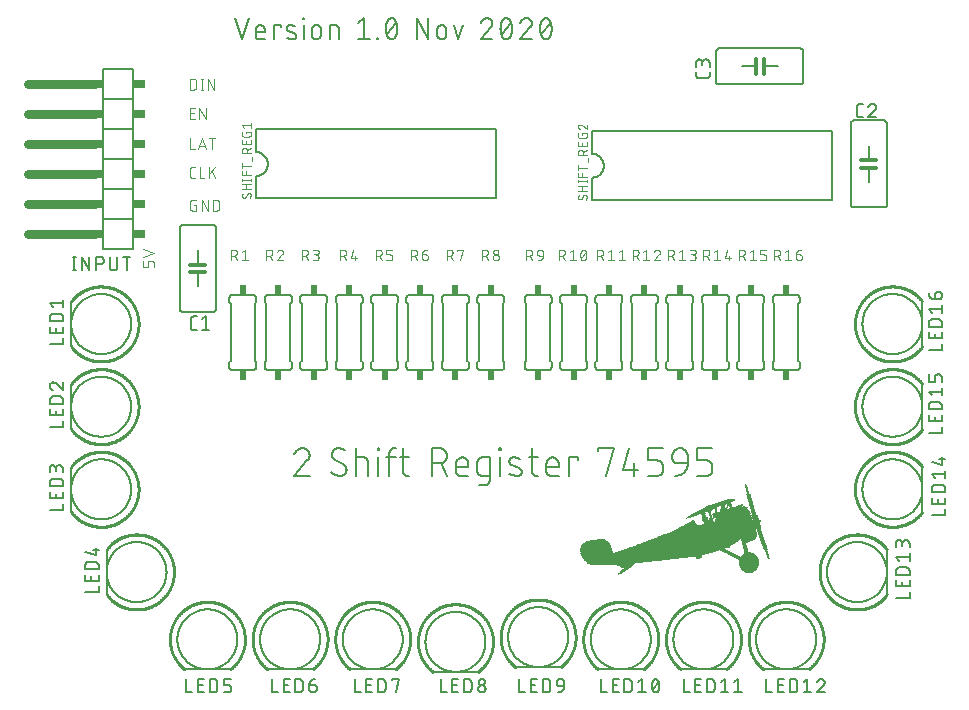
<source format=gbr>
G04 EAGLE Gerber RS-274X export*
G75*
%MOMM*%
%FSLAX34Y34*%
%LPD*%
%INSilkscreen Top*%
%IPPOS*%
%AMOC8*
5,1,8,0,0,1.08239X$1,22.5*%
G01*
%ADD10C,0.152400*%
%ADD11C,0.203200*%
%ADD12C,0.076200*%
%ADD13C,0.762000*%
%ADD14R,0.508000X0.762000*%
%ADD15R,1.016000X0.762000*%
%ADD16C,0.127000*%
%ADD17C,0.304800*%
%ADD18R,0.609600X0.863600*%
%ADD19C,0.101600*%
%ADD20C,0.254000*%
%ADD21R,0.040000X0.020000*%
%ADD22R,0.060000X0.020000*%
%ADD23R,0.080000X0.020000*%
%ADD24R,0.100000X0.020000*%
%ADD25R,0.140000X0.020000*%
%ADD26R,0.160000X0.020000*%
%ADD27R,0.340000X0.020000*%
%ADD28R,0.220000X0.020000*%
%ADD29R,0.520000X0.020000*%
%ADD30R,0.240000X0.020000*%
%ADD31R,0.620000X0.020000*%
%ADD32R,0.280000X0.020000*%
%ADD33R,0.700000X0.020000*%
%ADD34R,0.300000X0.020000*%
%ADD35R,0.780000X0.020000*%
%ADD36R,0.840000X0.020000*%
%ADD37R,0.920000X0.020000*%
%ADD38R,0.360000X0.020000*%
%ADD39R,0.960000X0.020000*%
%ADD40R,1.020000X0.020000*%
%ADD41R,1.080000X0.020000*%
%ADD42R,0.380000X0.020000*%
%ADD43R,1.120000X0.020000*%
%ADD44R,1.160000X0.020000*%
%ADD45R,1.200000X0.020000*%
%ADD46R,1.240000X0.020000*%
%ADD47R,1.280000X0.020000*%
%ADD48R,1.300000X0.020000*%
%ADD49R,0.400000X0.020000*%
%ADD50R,1.340000X0.020000*%
%ADD51R,1.380000X0.020000*%
%ADD52R,1.400000X0.020000*%
%ADD53R,1.420000X0.020000*%
%ADD54R,0.460000X0.020000*%
%ADD55R,1.460000X0.020000*%
%ADD56R,0.580000X0.020000*%
%ADD57R,0.680000X0.020000*%
%ADD58R,1.500000X0.020000*%
%ADD59R,0.860000X0.020000*%
%ADD60R,1.540000X0.020000*%
%ADD61R,0.940000X0.020000*%
%ADD62R,1.560000X0.020000*%
%ADD63R,1.100000X0.020000*%
%ADD64R,1.580000X0.020000*%
%ADD65R,1.180000X0.020000*%
%ADD66R,1.600000X0.020000*%
%ADD67R,1.320000X0.020000*%
%ADD68R,1.620000X0.020000*%
%ADD69R,1.640000X0.020000*%
%ADD70R,3.360000X0.020000*%
%ADD71R,3.560000X0.020000*%
%ADD72R,3.660000X0.020000*%
%ADD73R,1.660000X0.020000*%
%ADD74R,3.720000X0.020000*%
%ADD75R,1.680000X0.020000*%
%ADD76R,3.780000X0.020000*%
%ADD77R,3.840000X0.020000*%
%ADD78R,3.880000X0.020000*%
%ADD79R,3.940000X0.020000*%
%ADD80R,4.000000X0.020000*%
%ADD81R,4.120000X0.020000*%
%ADD82R,4.320000X0.020000*%
%ADD83R,4.560000X0.020000*%
%ADD84R,4.780000X0.020000*%
%ADD85R,4.980000X0.020000*%
%ADD86R,5.200000X0.020000*%
%ADD87R,5.420000X0.020000*%
%ADD88R,5.600000X0.020000*%
%ADD89R,5.760000X0.020000*%
%ADD90R,5.960000X0.020000*%
%ADD91R,6.180000X0.020000*%
%ADD92R,6.380000X0.020000*%
%ADD93R,6.580000X0.020000*%
%ADD94R,6.760000X0.020000*%
%ADD95R,6.960000X0.020000*%
%ADD96R,7.140000X0.020000*%
%ADD97R,7.340000X0.020000*%
%ADD98R,1.700000X0.020000*%
%ADD99R,7.520000X0.020000*%
%ADD100R,1.740000X0.020000*%
%ADD101R,7.720000X0.020000*%
%ADD102R,1.760000X0.020000*%
%ADD103R,7.940000X0.020000*%
%ADD104R,0.120000X0.020000*%
%ADD105R,1.780000X0.020000*%
%ADD106R,8.120000X0.020000*%
%ADD107R,1.820000X0.020000*%
%ADD108R,8.320000X0.020000*%
%ADD109R,1.840000X0.020000*%
%ADD110R,8.520000X0.020000*%
%ADD111R,0.420000X0.020000*%
%ADD112R,1.880000X0.020000*%
%ADD113R,8.700000X0.020000*%
%ADD114R,1.900000X0.020000*%
%ADD115R,8.920000X0.020000*%
%ADD116R,0.440000X0.020000*%
%ADD117R,9.120000X0.020000*%
%ADD118R,0.180000X0.020000*%
%ADD119R,9.300000X0.020000*%
%ADD120R,1.360000X0.020000*%
%ADD121R,9.500000X0.020000*%
%ADD122R,0.200000X0.020000*%
%ADD123R,10.120000X0.020000*%
%ADD124R,10.140000X0.020000*%
%ADD125R,1.260000X0.020000*%
%ADD126R,10.160000X0.020000*%
%ADD127R,1.140000X0.020000*%
%ADD128R,10.180000X0.020000*%
%ADD129R,10.240000X0.020000*%
%ADD130R,1.060000X0.020000*%
%ADD131R,10.320000X0.020000*%
%ADD132R,10.440000X0.020000*%
%ADD133R,10.520000X0.020000*%
%ADD134R,0.900000X0.020000*%
%ADD135R,10.600000X0.020000*%
%ADD136R,0.820000X0.020000*%
%ADD137R,10.700000X0.020000*%
%ADD138R,0.760000X0.020000*%
%ADD139R,10.780000X0.020000*%
%ADD140R,10.840000X0.020000*%
%ADD141R,2.760000X0.020000*%
%ADD142R,8.040000X0.020000*%
%ADD143R,0.540000X0.020000*%
%ADD144R,8.020000X0.020000*%
%ADD145R,2.740000X0.020000*%
%ADD146R,8.060000X0.020000*%
%ADD147R,0.260000X0.020000*%
%ADD148R,0.500000X0.020000*%
%ADD149R,8.080000X0.020000*%
%ADD150R,2.720000X0.020000*%
%ADD151R,8.100000X0.020000*%
%ADD152R,2.700000X0.020000*%
%ADD153R,2.680000X0.020000*%
%ADD154R,8.560000X0.020000*%
%ADD155R,2.660000X0.020000*%
%ADD156R,8.480000X0.020000*%
%ADD157R,8.400000X0.020000*%
%ADD158R,2.620000X0.020000*%
%ADD159R,8.220000X0.020000*%
%ADD160R,2.600000X0.020000*%
%ADD161R,2.580000X0.020000*%
%ADD162R,2.560000X0.020000*%
%ADD163R,2.540000X0.020000*%
%ADD164R,8.240000X0.020000*%
%ADD165R,2.520000X0.020000*%
%ADD166R,8.180000X0.020000*%
%ADD167R,2.500000X0.020000*%
%ADD168R,2.460000X0.020000*%
%ADD169R,8.000000X0.020000*%
%ADD170R,2.440000X0.020000*%
%ADD171R,7.980000X0.020000*%
%ADD172R,2.420000X0.020000*%
%ADD173R,7.960000X0.020000*%
%ADD174R,2.400000X0.020000*%
%ADD175R,2.360000X0.020000*%
%ADD176R,7.920000X0.020000*%
%ADD177R,2.340000X0.020000*%
%ADD178R,7.900000X0.020000*%
%ADD179R,2.320000X0.020000*%
%ADD180R,2.300000X0.020000*%
%ADD181R,7.880000X0.020000*%
%ADD182R,2.260000X0.020000*%
%ADD183R,7.860000X0.020000*%
%ADD184R,2.240000X0.020000*%
%ADD185R,2.200000X0.020000*%
%ADD186R,7.820000X0.020000*%
%ADD187R,2.160000X0.020000*%
%ADD188R,7.800000X0.020000*%
%ADD189R,2.120000X0.020000*%
%ADD190R,2.080000X0.020000*%
%ADD191R,7.760000X0.020000*%
%ADD192R,0.320000X0.020000*%
%ADD193R,2.020000X0.020000*%
%ADD194R,7.740000X0.020000*%
%ADD195R,1.980000X0.020000*%
%ADD196R,0.480000X0.020000*%
%ADD197R,1.920000X0.020000*%
%ADD198R,7.700000X0.020000*%
%ADD199R,7.680000X0.020000*%
%ADD200R,0.600000X0.020000*%
%ADD201R,7.660000X0.020000*%
%ADD202R,0.660000X0.020000*%
%ADD203R,7.620000X0.020000*%
%ADD204R,0.720000X0.020000*%
%ADD205R,7.580000X0.020000*%
%ADD206R,7.560000X0.020000*%
%ADD207R,7.540000X0.020000*%
%ADD208R,7.500000X0.020000*%
%ADD209R,7.460000X0.020000*%
%ADD210R,1.000000X0.020000*%
%ADD211R,1.040000X0.020000*%
%ADD212R,7.420000X0.020000*%
%ADD213R,7.380000X0.020000*%
%ADD214R,7.360000X0.020000*%
%ADD215R,8.460000X0.020000*%
%ADD216R,8.420000X0.020000*%
%ADD217R,8.360000X0.020000*%
%ADD218R,8.340000X0.020000*%
%ADD219R,8.300000X0.020000*%
%ADD220R,8.260000X0.020000*%
%ADD221R,8.140000X0.020000*%
%ADD222R,7.480000X0.020000*%
%ADD223R,7.440000X0.020000*%
%ADD224R,7.320000X0.020000*%
%ADD225R,7.260000X0.020000*%
%ADD226R,7.200000X0.020000*%
%ADD227R,7.160000X0.020000*%
%ADD228R,7.120000X0.020000*%
%ADD229R,7.060000X0.020000*%
%ADD230R,7.000000X0.020000*%
%ADD231R,6.900000X0.020000*%
%ADD232R,6.860000X0.020000*%
%ADD233R,6.820000X0.020000*%
%ADD234R,6.720000X0.020000*%
%ADD235R,6.700000X0.020000*%
%ADD236R,6.640000X0.020000*%
%ADD237R,6.600000X0.020000*%
%ADD238R,6.560000X0.020000*%
%ADD239R,6.500000X0.020000*%
%ADD240R,6.460000X0.020000*%
%ADD241R,6.420000X0.020000*%
%ADD242R,6.360000X0.020000*%
%ADD243R,6.320000X0.020000*%
%ADD244R,6.280000X0.020000*%
%ADD245R,6.220000X0.020000*%
%ADD246R,6.200000X0.020000*%
%ADD247R,6.160000X0.020000*%
%ADD248R,6.120000X0.020000*%
%ADD249R,6.060000X0.020000*%
%ADD250R,6.020000X0.020000*%
%ADD251R,5.980000X0.020000*%
%ADD252R,4.600000X0.020000*%
%ADD253R,4.480000X0.020000*%
%ADD254R,4.920000X0.020000*%
%ADD255R,4.860000X0.020000*%
%ADD256R,0.880000X0.020000*%
%ADD257R,4.820000X0.020000*%
%ADD258R,4.760000X0.020000*%
%ADD259R,4.740000X0.020000*%
%ADD260R,0.560000X0.020000*%
%ADD261R,3.820000X0.020000*%
%ADD262R,3.800000X0.020000*%
%ADD263R,0.020000X0.020000*%
%ADD264R,3.100000X0.020000*%
%ADD265R,0.640000X0.020000*%
%ADD266R,2.920000X0.020000*%
%ADD267R,2.900000X0.020000*%
%ADD268R,2.880000X0.020000*%
%ADD269R,2.860000X0.020000*%
%ADD270R,2.840000X0.020000*%
%ADD271R,3.260000X0.020000*%
%ADD272R,3.280000X0.020000*%
%ADD273R,3.240000X0.020000*%
%ADD274R,3.200000X0.020000*%
%ADD275R,3.180000X0.020000*%
%ADD276R,3.140000X0.020000*%
%ADD277R,3.060000X0.020000*%
%ADD278R,3.000000X0.020000*%
%ADD279R,2.940000X0.020000*%
%ADD280R,0.800000X0.020000*%
%ADD281R,2.640000X0.020000*%
%ADD282R,2.480000X0.020000*%
%ADD283R,0.980000X0.020000*%
%ADD284R,1.940000X0.020000*%
%ADD285R,1.800000X0.020000*%
%ADD286R,1.480000X0.020000*%
%ADD287R,1.220000X0.020000*%


D10*
X183262Y586042D02*
X189189Y568262D01*
X195115Y586042D01*
X203835Y568262D02*
X208774Y568262D01*
X203835Y568262D02*
X203729Y568264D01*
X203624Y568270D01*
X203518Y568279D01*
X203413Y568292D01*
X203309Y568309D01*
X203205Y568330D01*
X203102Y568354D01*
X203000Y568382D01*
X202899Y568414D01*
X202800Y568449D01*
X202701Y568488D01*
X202604Y568530D01*
X202509Y568575D01*
X202415Y568624D01*
X202323Y568677D01*
X202233Y568732D01*
X202145Y568791D01*
X202059Y568853D01*
X201976Y568918D01*
X201895Y568986D01*
X201816Y569056D01*
X201740Y569130D01*
X201666Y569206D01*
X201596Y569285D01*
X201528Y569366D01*
X201463Y569449D01*
X201401Y569535D01*
X201342Y569623D01*
X201287Y569713D01*
X201234Y569805D01*
X201185Y569899D01*
X201140Y569994D01*
X201098Y570091D01*
X201059Y570190D01*
X201024Y570289D01*
X200992Y570390D01*
X200964Y570492D01*
X200940Y570595D01*
X200919Y570699D01*
X200902Y570803D01*
X200889Y570908D01*
X200880Y571014D01*
X200874Y571119D01*
X200872Y571225D01*
X200871Y571225D02*
X200871Y576164D01*
X200873Y576288D01*
X200879Y576412D01*
X200889Y576536D01*
X200902Y576659D01*
X200920Y576782D01*
X200941Y576904D01*
X200966Y577026D01*
X200995Y577147D01*
X201028Y577266D01*
X201064Y577385D01*
X201105Y577502D01*
X201148Y577618D01*
X201196Y577733D01*
X201247Y577846D01*
X201302Y577958D01*
X201360Y578067D01*
X201421Y578175D01*
X201486Y578281D01*
X201554Y578385D01*
X201626Y578486D01*
X201700Y578586D01*
X201778Y578682D01*
X201858Y578777D01*
X201942Y578869D01*
X202028Y578958D01*
X202117Y579044D01*
X202209Y579128D01*
X202304Y579208D01*
X202400Y579286D01*
X202500Y579360D01*
X202601Y579432D01*
X202705Y579500D01*
X202811Y579565D01*
X202919Y579626D01*
X203028Y579684D01*
X203140Y579739D01*
X203253Y579790D01*
X203368Y579838D01*
X203484Y579881D01*
X203601Y579922D01*
X203720Y579958D01*
X203839Y579991D01*
X203960Y580020D01*
X204082Y580045D01*
X204204Y580066D01*
X204327Y580084D01*
X204450Y580097D01*
X204574Y580107D01*
X204698Y580113D01*
X204822Y580115D01*
X204946Y580113D01*
X205070Y580107D01*
X205194Y580097D01*
X205317Y580084D01*
X205440Y580066D01*
X205562Y580045D01*
X205684Y580020D01*
X205805Y579991D01*
X205924Y579958D01*
X206043Y579922D01*
X206160Y579881D01*
X206276Y579838D01*
X206391Y579790D01*
X206504Y579739D01*
X206616Y579684D01*
X206725Y579626D01*
X206833Y579565D01*
X206939Y579500D01*
X207043Y579432D01*
X207144Y579360D01*
X207244Y579286D01*
X207340Y579208D01*
X207435Y579128D01*
X207527Y579044D01*
X207616Y578958D01*
X207702Y578869D01*
X207786Y578777D01*
X207866Y578682D01*
X207944Y578586D01*
X208018Y578486D01*
X208090Y578385D01*
X208158Y578281D01*
X208223Y578175D01*
X208284Y578067D01*
X208342Y577958D01*
X208397Y577846D01*
X208448Y577733D01*
X208496Y577618D01*
X208539Y577502D01*
X208580Y577385D01*
X208616Y577266D01*
X208649Y577147D01*
X208678Y577026D01*
X208703Y576904D01*
X208724Y576782D01*
X208742Y576659D01*
X208755Y576536D01*
X208765Y576412D01*
X208771Y576288D01*
X208773Y576164D01*
X208774Y576164D02*
X208774Y574189D01*
X200871Y574189D01*
X216027Y568262D02*
X216027Y580115D01*
X221954Y580115D01*
X221954Y578140D01*
X228595Y575176D02*
X233534Y573201D01*
X228595Y575176D02*
X228503Y575215D01*
X228412Y575258D01*
X228323Y575304D01*
X228236Y575353D01*
X228151Y575406D01*
X228068Y575462D01*
X227988Y575522D01*
X227909Y575584D01*
X227834Y575650D01*
X227761Y575718D01*
X227690Y575789D01*
X227623Y575863D01*
X227558Y575939D01*
X227496Y576018D01*
X227438Y576100D01*
X227383Y576183D01*
X227331Y576269D01*
X227282Y576356D01*
X227237Y576446D01*
X227196Y576537D01*
X227158Y576629D01*
X227123Y576723D01*
X227093Y576819D01*
X227066Y576915D01*
X227043Y577013D01*
X227024Y577111D01*
X227008Y577210D01*
X226997Y577309D01*
X226989Y577409D01*
X226985Y577509D01*
X226986Y577609D01*
X226990Y577709D01*
X226998Y577809D01*
X227010Y577908D01*
X227025Y578007D01*
X227045Y578105D01*
X227068Y578203D01*
X227096Y578299D01*
X227127Y578394D01*
X227161Y578488D01*
X227200Y578580D01*
X227242Y578671D01*
X227287Y578761D01*
X227336Y578848D01*
X227388Y578933D01*
X227444Y579017D01*
X227502Y579098D01*
X227564Y579176D01*
X227629Y579252D01*
X227697Y579326D01*
X227768Y579397D01*
X227841Y579465D01*
X227917Y579530D01*
X227996Y579592D01*
X228076Y579651D01*
X228160Y579707D01*
X228245Y579760D01*
X228332Y579809D01*
X228421Y579855D01*
X228512Y579897D01*
X228604Y579936D01*
X228698Y579971D01*
X228793Y580002D01*
X228889Y580029D01*
X228986Y580053D01*
X229085Y580073D01*
X229183Y580089D01*
X229283Y580101D01*
X229382Y580110D01*
X229482Y580114D01*
X229583Y580115D01*
X229583Y580116D02*
X229853Y580109D01*
X230122Y580095D01*
X230391Y580075D01*
X230660Y580049D01*
X230927Y580016D01*
X231194Y579976D01*
X231460Y579930D01*
X231725Y579878D01*
X231988Y579820D01*
X232250Y579755D01*
X232510Y579684D01*
X232768Y579607D01*
X233025Y579523D01*
X233279Y579433D01*
X233531Y579338D01*
X233781Y579236D01*
X234028Y579128D01*
X233534Y573201D02*
X233626Y573162D01*
X233717Y573119D01*
X233806Y573073D01*
X233893Y573024D01*
X233978Y572971D01*
X234061Y572915D01*
X234141Y572855D01*
X234220Y572793D01*
X234295Y572727D01*
X234368Y572659D01*
X234439Y572588D01*
X234506Y572514D01*
X234571Y572438D01*
X234633Y572359D01*
X234691Y572277D01*
X234746Y572194D01*
X234798Y572108D01*
X234847Y572021D01*
X234892Y571931D01*
X234933Y571840D01*
X234971Y571748D01*
X235006Y571654D01*
X235036Y571558D01*
X235063Y571462D01*
X235086Y571364D01*
X235105Y571266D01*
X235121Y571167D01*
X235132Y571068D01*
X235140Y570968D01*
X235144Y570868D01*
X235143Y570768D01*
X235139Y570668D01*
X235131Y570568D01*
X235119Y570469D01*
X235104Y570370D01*
X235084Y570272D01*
X235061Y570174D01*
X235033Y570078D01*
X235002Y569983D01*
X234968Y569889D01*
X234929Y569797D01*
X234887Y569706D01*
X234842Y569616D01*
X234793Y569529D01*
X234741Y569444D01*
X234685Y569360D01*
X234627Y569279D01*
X234565Y569201D01*
X234500Y569125D01*
X234432Y569051D01*
X234361Y568980D01*
X234288Y568912D01*
X234212Y568847D01*
X234133Y568785D01*
X234053Y568726D01*
X233969Y568670D01*
X233884Y568617D01*
X233797Y568568D01*
X233708Y568522D01*
X233617Y568480D01*
X233525Y568441D01*
X233431Y568406D01*
X233336Y568375D01*
X233240Y568348D01*
X233143Y568324D01*
X233044Y568304D01*
X232946Y568288D01*
X232846Y568276D01*
X232747Y568267D01*
X232647Y568263D01*
X232546Y568262D01*
X232547Y568262D02*
X232151Y568272D01*
X231755Y568292D01*
X231360Y568321D01*
X230965Y568359D01*
X230572Y568407D01*
X230180Y568464D01*
X229789Y568530D01*
X229400Y568606D01*
X229013Y568690D01*
X228628Y568784D01*
X228246Y568887D01*
X227865Y568999D01*
X227488Y569120D01*
X227114Y569249D01*
X241673Y568262D02*
X241673Y580115D01*
X241179Y585054D02*
X241179Y586042D01*
X242167Y586042D01*
X242167Y585054D01*
X241179Y585054D01*
X248331Y576164D02*
X248331Y572213D01*
X248331Y576164D02*
X248333Y576288D01*
X248339Y576412D01*
X248349Y576536D01*
X248362Y576659D01*
X248380Y576782D01*
X248401Y576904D01*
X248426Y577026D01*
X248455Y577147D01*
X248488Y577266D01*
X248524Y577385D01*
X248565Y577502D01*
X248608Y577618D01*
X248656Y577733D01*
X248707Y577846D01*
X248762Y577958D01*
X248820Y578067D01*
X248881Y578175D01*
X248946Y578281D01*
X249014Y578385D01*
X249086Y578486D01*
X249160Y578586D01*
X249238Y578682D01*
X249318Y578777D01*
X249402Y578869D01*
X249488Y578958D01*
X249577Y579044D01*
X249669Y579128D01*
X249764Y579208D01*
X249860Y579286D01*
X249960Y579360D01*
X250061Y579432D01*
X250165Y579500D01*
X250271Y579565D01*
X250379Y579626D01*
X250488Y579684D01*
X250600Y579739D01*
X250713Y579790D01*
X250828Y579838D01*
X250944Y579881D01*
X251061Y579922D01*
X251180Y579958D01*
X251299Y579991D01*
X251420Y580020D01*
X251542Y580045D01*
X251664Y580066D01*
X251787Y580084D01*
X251910Y580097D01*
X252034Y580107D01*
X252158Y580113D01*
X252282Y580115D01*
X252406Y580113D01*
X252530Y580107D01*
X252654Y580097D01*
X252777Y580084D01*
X252900Y580066D01*
X253022Y580045D01*
X253144Y580020D01*
X253265Y579991D01*
X253384Y579958D01*
X253503Y579922D01*
X253620Y579881D01*
X253736Y579838D01*
X253851Y579790D01*
X253964Y579739D01*
X254076Y579684D01*
X254185Y579626D01*
X254293Y579565D01*
X254399Y579500D01*
X254503Y579432D01*
X254604Y579360D01*
X254704Y579286D01*
X254800Y579208D01*
X254895Y579128D01*
X254987Y579044D01*
X255076Y578958D01*
X255162Y578869D01*
X255246Y578777D01*
X255326Y578682D01*
X255404Y578586D01*
X255478Y578486D01*
X255550Y578385D01*
X255618Y578281D01*
X255683Y578175D01*
X255744Y578067D01*
X255802Y577958D01*
X255857Y577846D01*
X255908Y577733D01*
X255956Y577618D01*
X255999Y577502D01*
X256040Y577385D01*
X256076Y577266D01*
X256109Y577147D01*
X256138Y577026D01*
X256163Y576904D01*
X256184Y576782D01*
X256202Y576659D01*
X256215Y576536D01*
X256225Y576412D01*
X256231Y576288D01*
X256233Y576164D01*
X256233Y572213D01*
X256231Y572089D01*
X256225Y571965D01*
X256215Y571841D01*
X256202Y571718D01*
X256184Y571595D01*
X256163Y571473D01*
X256138Y571351D01*
X256109Y571230D01*
X256076Y571111D01*
X256040Y570992D01*
X255999Y570875D01*
X255956Y570759D01*
X255908Y570644D01*
X255857Y570531D01*
X255802Y570419D01*
X255744Y570310D01*
X255683Y570202D01*
X255618Y570096D01*
X255550Y569992D01*
X255478Y569891D01*
X255404Y569791D01*
X255326Y569695D01*
X255246Y569600D01*
X255162Y569508D01*
X255076Y569419D01*
X254987Y569333D01*
X254895Y569249D01*
X254800Y569169D01*
X254704Y569091D01*
X254604Y569017D01*
X254503Y568945D01*
X254399Y568877D01*
X254293Y568812D01*
X254185Y568751D01*
X254076Y568693D01*
X253964Y568638D01*
X253851Y568587D01*
X253736Y568539D01*
X253620Y568496D01*
X253503Y568455D01*
X253384Y568419D01*
X253265Y568386D01*
X253144Y568357D01*
X253022Y568332D01*
X252900Y568311D01*
X252777Y568293D01*
X252654Y568280D01*
X252530Y568270D01*
X252406Y568264D01*
X252282Y568262D01*
X252158Y568264D01*
X252034Y568270D01*
X251910Y568280D01*
X251787Y568293D01*
X251664Y568311D01*
X251542Y568332D01*
X251420Y568357D01*
X251299Y568386D01*
X251180Y568419D01*
X251061Y568455D01*
X250944Y568496D01*
X250828Y568539D01*
X250713Y568587D01*
X250600Y568638D01*
X250488Y568693D01*
X250379Y568751D01*
X250271Y568812D01*
X250165Y568877D01*
X250061Y568945D01*
X249960Y569017D01*
X249860Y569091D01*
X249764Y569169D01*
X249669Y569249D01*
X249577Y569333D01*
X249488Y569419D01*
X249402Y569508D01*
X249318Y569600D01*
X249238Y569695D01*
X249160Y569791D01*
X249086Y569891D01*
X249014Y569992D01*
X248946Y570096D01*
X248881Y570202D01*
X248820Y570310D01*
X248762Y570419D01*
X248707Y570531D01*
X248656Y570644D01*
X248608Y570759D01*
X248565Y570875D01*
X248524Y570992D01*
X248488Y571111D01*
X248455Y571230D01*
X248426Y571351D01*
X248401Y571473D01*
X248380Y571595D01*
X248362Y571718D01*
X248349Y571841D01*
X248339Y571965D01*
X248333Y572089D01*
X248331Y572213D01*
X263406Y568262D02*
X263406Y580115D01*
X268345Y580115D01*
X268453Y580113D01*
X268561Y580107D01*
X268669Y580097D01*
X268776Y580083D01*
X268883Y580066D01*
X268989Y580044D01*
X269094Y580019D01*
X269199Y579989D01*
X269302Y579956D01*
X269403Y579919D01*
X269504Y579879D01*
X269603Y579835D01*
X269700Y579787D01*
X269795Y579736D01*
X269889Y579681D01*
X269980Y579623D01*
X270069Y579562D01*
X270156Y579497D01*
X270240Y579430D01*
X270322Y579359D01*
X270402Y579285D01*
X270478Y579209D01*
X270552Y579129D01*
X270622Y579047D01*
X270690Y578963D01*
X270755Y578876D01*
X270816Y578787D01*
X270874Y578696D01*
X270929Y578602D01*
X270980Y578507D01*
X271028Y578410D01*
X271072Y578311D01*
X271112Y578210D01*
X271149Y578109D01*
X271182Y578006D01*
X271212Y577901D01*
X271237Y577796D01*
X271259Y577690D01*
X271276Y577583D01*
X271290Y577476D01*
X271300Y577368D01*
X271306Y577260D01*
X271308Y577152D01*
X271308Y568262D01*
X287544Y582091D02*
X292483Y586042D01*
X292483Y568262D01*
X287544Y568262D02*
X297422Y568262D01*
X303714Y568262D02*
X303714Y569250D01*
X304702Y569250D01*
X304702Y568262D01*
X303714Y568262D01*
X310995Y577152D02*
X310999Y577502D01*
X311012Y577851D01*
X311033Y578200D01*
X311062Y578549D01*
X311099Y578897D01*
X311145Y579244D01*
X311199Y579589D01*
X311261Y579933D01*
X311332Y580276D01*
X311411Y580617D01*
X311497Y580956D01*
X311592Y581292D01*
X311695Y581627D01*
X311806Y581958D01*
X311924Y582288D01*
X312051Y582614D01*
X312185Y582937D01*
X312327Y583256D01*
X312477Y583573D01*
X312477Y583572D02*
X312517Y583685D01*
X312561Y583795D01*
X312609Y583905D01*
X312660Y584013D01*
X312715Y584118D01*
X312773Y584223D01*
X312835Y584325D01*
X312900Y584425D01*
X312968Y584523D01*
X313039Y584619D01*
X313114Y584712D01*
X313191Y584803D01*
X313271Y584891D01*
X313355Y584976D01*
X313440Y585059D01*
X313529Y585139D01*
X313620Y585216D01*
X313714Y585290D01*
X313810Y585361D01*
X313908Y585429D01*
X314008Y585493D01*
X314111Y585555D01*
X314215Y585612D01*
X314321Y585667D01*
X314429Y585718D01*
X314539Y585765D01*
X314650Y585809D01*
X314762Y585849D01*
X314876Y585885D01*
X314990Y585918D01*
X315106Y585947D01*
X315223Y585972D01*
X315340Y585993D01*
X315458Y586011D01*
X315577Y586024D01*
X315696Y586034D01*
X315815Y586040D01*
X315934Y586042D01*
X316053Y586040D01*
X316172Y586034D01*
X316291Y586024D01*
X316410Y586011D01*
X316528Y585993D01*
X316645Y585972D01*
X316762Y585947D01*
X316878Y585918D01*
X316992Y585885D01*
X317106Y585849D01*
X317218Y585809D01*
X317329Y585765D01*
X317439Y585718D01*
X317547Y585667D01*
X317653Y585612D01*
X317757Y585555D01*
X317860Y585493D01*
X317960Y585429D01*
X318058Y585361D01*
X318154Y585290D01*
X318248Y585216D01*
X318339Y585139D01*
X318428Y585059D01*
X318514Y584976D01*
X318597Y584891D01*
X318677Y584803D01*
X318754Y584712D01*
X318829Y584619D01*
X318900Y584523D01*
X318968Y584425D01*
X319033Y584325D01*
X319095Y584223D01*
X319153Y584118D01*
X319208Y584012D01*
X319259Y583905D01*
X319307Y583795D01*
X319351Y583685D01*
X319391Y583572D01*
X319391Y583573D02*
X319541Y583256D01*
X319683Y582937D01*
X319817Y582614D01*
X319944Y582288D01*
X320062Y581958D01*
X320173Y581627D01*
X320276Y581292D01*
X320371Y580956D01*
X320457Y580617D01*
X320536Y580276D01*
X320607Y579933D01*
X320669Y579589D01*
X320723Y579244D01*
X320769Y578897D01*
X320806Y578549D01*
X320835Y578200D01*
X320856Y577851D01*
X320869Y577502D01*
X320873Y577152D01*
X310995Y577152D02*
X310999Y576802D01*
X311012Y576453D01*
X311033Y576104D01*
X311062Y575755D01*
X311099Y575407D01*
X311145Y575060D01*
X311199Y574715D01*
X311261Y574371D01*
X311332Y574028D01*
X311411Y573687D01*
X311497Y573348D01*
X311592Y573012D01*
X311695Y572677D01*
X311806Y572346D01*
X311924Y572017D01*
X312051Y571690D01*
X312185Y571367D01*
X312327Y571048D01*
X312477Y570732D01*
X312517Y570619D01*
X312561Y570509D01*
X312609Y570399D01*
X312660Y570291D01*
X312715Y570185D01*
X312773Y570081D01*
X312835Y569979D01*
X312900Y569879D01*
X312968Y569781D01*
X313039Y569685D01*
X313114Y569592D01*
X313191Y569501D01*
X313271Y569413D01*
X313355Y569328D01*
X313440Y569245D01*
X313529Y569165D01*
X313620Y569088D01*
X313714Y569014D01*
X313810Y568943D01*
X313908Y568875D01*
X314008Y568811D01*
X314111Y568749D01*
X314215Y568691D01*
X314321Y568637D01*
X314429Y568586D01*
X314539Y568539D01*
X314650Y568495D01*
X314762Y568455D01*
X314876Y568419D01*
X314990Y568386D01*
X315106Y568357D01*
X315223Y568332D01*
X315340Y568311D01*
X315458Y568293D01*
X315577Y568280D01*
X315696Y568270D01*
X315815Y568264D01*
X315934Y568262D01*
X319390Y570732D02*
X319540Y571048D01*
X319682Y571367D01*
X319816Y571690D01*
X319943Y572017D01*
X320061Y572346D01*
X320172Y572677D01*
X320275Y573012D01*
X320370Y573348D01*
X320456Y573687D01*
X320535Y574028D01*
X320606Y574371D01*
X320668Y574715D01*
X320722Y575060D01*
X320768Y575407D01*
X320805Y575755D01*
X320834Y576104D01*
X320855Y576453D01*
X320868Y576802D01*
X320872Y577152D01*
X319391Y570732D02*
X319351Y570619D01*
X319307Y570509D01*
X319259Y570399D01*
X319208Y570292D01*
X319153Y570186D01*
X319095Y570081D01*
X319033Y569979D01*
X318968Y569879D01*
X318900Y569781D01*
X318829Y569685D01*
X318754Y569592D01*
X318677Y569501D01*
X318597Y569413D01*
X318514Y569328D01*
X318428Y569245D01*
X318339Y569165D01*
X318248Y569088D01*
X318154Y569014D01*
X318058Y568943D01*
X317960Y568875D01*
X317860Y568811D01*
X317757Y568749D01*
X317653Y568692D01*
X317547Y568637D01*
X317439Y568586D01*
X317329Y568539D01*
X317218Y568495D01*
X317106Y568455D01*
X316992Y568419D01*
X316878Y568386D01*
X316762Y568357D01*
X316645Y568332D01*
X316528Y568311D01*
X316410Y568293D01*
X316291Y568280D01*
X316172Y568270D01*
X316053Y568264D01*
X315934Y568262D01*
X311982Y572213D02*
X319885Y582091D01*
X337237Y586042D02*
X337237Y568262D01*
X347115Y568262D02*
X337237Y586042D01*
X347115Y586042D02*
X347115Y568262D01*
X354417Y572213D02*
X354417Y576164D01*
X354419Y576288D01*
X354425Y576412D01*
X354435Y576536D01*
X354448Y576659D01*
X354466Y576782D01*
X354487Y576904D01*
X354512Y577026D01*
X354541Y577147D01*
X354574Y577266D01*
X354610Y577385D01*
X354651Y577502D01*
X354694Y577618D01*
X354742Y577733D01*
X354793Y577846D01*
X354848Y577958D01*
X354906Y578067D01*
X354967Y578175D01*
X355032Y578281D01*
X355100Y578385D01*
X355172Y578486D01*
X355246Y578586D01*
X355324Y578682D01*
X355404Y578777D01*
X355488Y578869D01*
X355574Y578958D01*
X355663Y579044D01*
X355755Y579128D01*
X355850Y579208D01*
X355946Y579286D01*
X356046Y579360D01*
X356147Y579432D01*
X356251Y579500D01*
X356357Y579565D01*
X356465Y579626D01*
X356574Y579684D01*
X356686Y579739D01*
X356799Y579790D01*
X356914Y579838D01*
X357030Y579881D01*
X357147Y579922D01*
X357266Y579958D01*
X357385Y579991D01*
X357506Y580020D01*
X357628Y580045D01*
X357750Y580066D01*
X357873Y580084D01*
X357996Y580097D01*
X358120Y580107D01*
X358244Y580113D01*
X358368Y580115D01*
X358492Y580113D01*
X358616Y580107D01*
X358740Y580097D01*
X358863Y580084D01*
X358986Y580066D01*
X359108Y580045D01*
X359230Y580020D01*
X359351Y579991D01*
X359470Y579958D01*
X359589Y579922D01*
X359706Y579881D01*
X359822Y579838D01*
X359937Y579790D01*
X360050Y579739D01*
X360162Y579684D01*
X360271Y579626D01*
X360379Y579565D01*
X360485Y579500D01*
X360589Y579432D01*
X360690Y579360D01*
X360790Y579286D01*
X360886Y579208D01*
X360981Y579128D01*
X361073Y579044D01*
X361162Y578958D01*
X361248Y578869D01*
X361332Y578777D01*
X361412Y578682D01*
X361490Y578586D01*
X361564Y578486D01*
X361636Y578385D01*
X361704Y578281D01*
X361769Y578175D01*
X361830Y578067D01*
X361888Y577958D01*
X361943Y577846D01*
X361994Y577733D01*
X362042Y577618D01*
X362085Y577502D01*
X362126Y577385D01*
X362162Y577266D01*
X362195Y577147D01*
X362224Y577026D01*
X362249Y576904D01*
X362270Y576782D01*
X362288Y576659D01*
X362301Y576536D01*
X362311Y576412D01*
X362317Y576288D01*
X362319Y576164D01*
X362319Y572213D01*
X362317Y572089D01*
X362311Y571965D01*
X362301Y571841D01*
X362288Y571718D01*
X362270Y571595D01*
X362249Y571473D01*
X362224Y571351D01*
X362195Y571230D01*
X362162Y571111D01*
X362126Y570992D01*
X362085Y570875D01*
X362042Y570759D01*
X361994Y570644D01*
X361943Y570531D01*
X361888Y570419D01*
X361830Y570310D01*
X361769Y570202D01*
X361704Y570096D01*
X361636Y569992D01*
X361564Y569891D01*
X361490Y569791D01*
X361412Y569695D01*
X361332Y569600D01*
X361248Y569508D01*
X361162Y569419D01*
X361073Y569333D01*
X360981Y569249D01*
X360886Y569169D01*
X360790Y569091D01*
X360690Y569017D01*
X360589Y568945D01*
X360485Y568877D01*
X360379Y568812D01*
X360271Y568751D01*
X360162Y568693D01*
X360050Y568638D01*
X359937Y568587D01*
X359822Y568539D01*
X359706Y568496D01*
X359589Y568455D01*
X359470Y568419D01*
X359351Y568386D01*
X359230Y568357D01*
X359108Y568332D01*
X358986Y568311D01*
X358863Y568293D01*
X358740Y568280D01*
X358616Y568270D01*
X358492Y568264D01*
X358368Y568262D01*
X358244Y568264D01*
X358120Y568270D01*
X357996Y568280D01*
X357873Y568293D01*
X357750Y568311D01*
X357628Y568332D01*
X357506Y568357D01*
X357385Y568386D01*
X357266Y568419D01*
X357147Y568455D01*
X357030Y568496D01*
X356914Y568539D01*
X356799Y568587D01*
X356686Y568638D01*
X356574Y568693D01*
X356465Y568751D01*
X356357Y568812D01*
X356251Y568877D01*
X356147Y568945D01*
X356046Y569017D01*
X355946Y569091D01*
X355850Y569169D01*
X355755Y569249D01*
X355663Y569333D01*
X355574Y569419D01*
X355488Y569508D01*
X355404Y569600D01*
X355324Y569695D01*
X355246Y569791D01*
X355172Y569891D01*
X355100Y569992D01*
X355032Y570096D01*
X354967Y570202D01*
X354906Y570310D01*
X354848Y570419D01*
X354793Y570531D01*
X354742Y570644D01*
X354694Y570759D01*
X354651Y570875D01*
X354610Y570992D01*
X354574Y571111D01*
X354541Y571230D01*
X354512Y571351D01*
X354487Y571473D01*
X354466Y571595D01*
X354448Y571718D01*
X354435Y571841D01*
X354425Y571965D01*
X354419Y572089D01*
X354417Y572213D01*
X368376Y580115D02*
X372327Y568262D01*
X376278Y580115D01*
X396830Y586042D02*
X396962Y586040D01*
X397093Y586034D01*
X397225Y586024D01*
X397356Y586011D01*
X397486Y585993D01*
X397616Y585972D01*
X397746Y585947D01*
X397874Y585918D01*
X398002Y585885D01*
X398128Y585848D01*
X398254Y585808D01*
X398378Y585764D01*
X398501Y585716D01*
X398622Y585665D01*
X398742Y585610D01*
X398860Y585552D01*
X398976Y585490D01*
X399090Y585424D01*
X399203Y585356D01*
X399313Y585284D01*
X399421Y585209D01*
X399527Y585130D01*
X399631Y585049D01*
X399732Y584964D01*
X399830Y584877D01*
X399926Y584786D01*
X400019Y584693D01*
X400110Y584597D01*
X400197Y584499D01*
X400282Y584398D01*
X400363Y584294D01*
X400442Y584188D01*
X400517Y584080D01*
X400589Y583970D01*
X400657Y583857D01*
X400723Y583743D01*
X400785Y583627D01*
X400843Y583509D01*
X400898Y583389D01*
X400949Y583268D01*
X400997Y583145D01*
X401041Y583021D01*
X401081Y582895D01*
X401118Y582769D01*
X401151Y582641D01*
X401180Y582513D01*
X401205Y582383D01*
X401226Y582253D01*
X401244Y582123D01*
X401257Y581992D01*
X401267Y581860D01*
X401273Y581729D01*
X401275Y581597D01*
X396830Y586042D02*
X396680Y586040D01*
X396531Y586034D01*
X396382Y586024D01*
X396233Y586011D01*
X396084Y585993D01*
X395936Y585972D01*
X395788Y585946D01*
X395642Y585917D01*
X395496Y585884D01*
X395351Y585847D01*
X395207Y585806D01*
X395064Y585762D01*
X394922Y585714D01*
X394782Y585662D01*
X394643Y585607D01*
X394505Y585548D01*
X394370Y585485D01*
X394235Y585419D01*
X394103Y585349D01*
X393973Y585276D01*
X393844Y585199D01*
X393717Y585119D01*
X393593Y585036D01*
X393471Y584950D01*
X393351Y584860D01*
X393234Y584767D01*
X393119Y584672D01*
X393006Y584573D01*
X392896Y584471D01*
X392789Y584367D01*
X392685Y584260D01*
X392583Y584150D01*
X392485Y584037D01*
X392389Y583922D01*
X392297Y583804D01*
X392207Y583684D01*
X392121Y583562D01*
X392038Y583438D01*
X391958Y583311D01*
X391882Y583183D01*
X391809Y583052D01*
X391739Y582919D01*
X391673Y582785D01*
X391611Y582649D01*
X391552Y582512D01*
X391496Y582373D01*
X391445Y582232D01*
X391397Y582091D01*
X399792Y578140D02*
X399888Y578233D01*
X399980Y578329D01*
X400070Y578428D01*
X400157Y578529D01*
X400242Y578632D01*
X400323Y578737D01*
X400401Y578845D01*
X400476Y578955D01*
X400549Y579067D01*
X400618Y579181D01*
X400684Y579297D01*
X400746Y579415D01*
X400805Y579534D01*
X400861Y579655D01*
X400914Y579778D01*
X400963Y579902D01*
X401008Y580027D01*
X401051Y580154D01*
X401089Y580281D01*
X401124Y580410D01*
X401155Y580539D01*
X401183Y580670D01*
X401207Y580801D01*
X401228Y580933D01*
X401244Y581065D01*
X401257Y581198D01*
X401267Y581331D01*
X401272Y581464D01*
X401274Y581597D01*
X399793Y578140D02*
X391397Y568262D01*
X401275Y568262D01*
X408147Y577152D02*
X408151Y577502D01*
X408164Y577851D01*
X408185Y578200D01*
X408214Y578549D01*
X408251Y578897D01*
X408297Y579244D01*
X408351Y579589D01*
X408413Y579933D01*
X408484Y580276D01*
X408563Y580617D01*
X408649Y580956D01*
X408744Y581292D01*
X408847Y581627D01*
X408958Y581958D01*
X409076Y582288D01*
X409203Y582614D01*
X409337Y582937D01*
X409479Y583256D01*
X409629Y583573D01*
X409629Y583572D02*
X409669Y583685D01*
X409713Y583795D01*
X409761Y583905D01*
X409812Y584013D01*
X409867Y584118D01*
X409925Y584223D01*
X409987Y584325D01*
X410052Y584425D01*
X410120Y584523D01*
X410191Y584619D01*
X410266Y584712D01*
X410343Y584803D01*
X410423Y584891D01*
X410507Y584976D01*
X410592Y585059D01*
X410681Y585139D01*
X410772Y585216D01*
X410866Y585290D01*
X410962Y585361D01*
X411060Y585429D01*
X411160Y585493D01*
X411263Y585555D01*
X411367Y585612D01*
X411473Y585667D01*
X411581Y585718D01*
X411691Y585765D01*
X411802Y585809D01*
X411914Y585849D01*
X412028Y585885D01*
X412142Y585918D01*
X412258Y585947D01*
X412375Y585972D01*
X412492Y585993D01*
X412610Y586011D01*
X412729Y586024D01*
X412848Y586034D01*
X412967Y586040D01*
X413086Y586042D01*
X413205Y586040D01*
X413324Y586034D01*
X413443Y586024D01*
X413562Y586011D01*
X413680Y585993D01*
X413797Y585972D01*
X413914Y585947D01*
X414030Y585918D01*
X414144Y585885D01*
X414258Y585849D01*
X414370Y585809D01*
X414481Y585765D01*
X414591Y585718D01*
X414699Y585667D01*
X414805Y585612D01*
X414909Y585555D01*
X415012Y585493D01*
X415112Y585429D01*
X415210Y585361D01*
X415306Y585290D01*
X415400Y585216D01*
X415491Y585139D01*
X415580Y585059D01*
X415666Y584976D01*
X415749Y584891D01*
X415829Y584803D01*
X415906Y584712D01*
X415981Y584619D01*
X416052Y584523D01*
X416120Y584425D01*
X416185Y584325D01*
X416247Y584223D01*
X416305Y584118D01*
X416360Y584012D01*
X416411Y583905D01*
X416459Y583795D01*
X416503Y583685D01*
X416543Y583572D01*
X416543Y583573D02*
X416693Y583256D01*
X416835Y582937D01*
X416969Y582614D01*
X417096Y582288D01*
X417214Y581958D01*
X417325Y581627D01*
X417428Y581292D01*
X417523Y580956D01*
X417609Y580617D01*
X417688Y580276D01*
X417759Y579933D01*
X417821Y579589D01*
X417875Y579244D01*
X417921Y578897D01*
X417958Y578549D01*
X417987Y578200D01*
X418008Y577851D01*
X418021Y577502D01*
X418025Y577152D01*
X408147Y577152D02*
X408151Y576802D01*
X408164Y576453D01*
X408185Y576104D01*
X408214Y575755D01*
X408251Y575407D01*
X408297Y575060D01*
X408351Y574715D01*
X408413Y574371D01*
X408484Y574028D01*
X408563Y573687D01*
X408649Y573348D01*
X408744Y573012D01*
X408847Y572677D01*
X408958Y572346D01*
X409076Y572017D01*
X409203Y571690D01*
X409337Y571367D01*
X409479Y571048D01*
X409629Y570732D01*
X409669Y570619D01*
X409713Y570509D01*
X409761Y570399D01*
X409812Y570291D01*
X409867Y570185D01*
X409925Y570081D01*
X409987Y569979D01*
X410052Y569879D01*
X410120Y569781D01*
X410191Y569685D01*
X410266Y569592D01*
X410343Y569501D01*
X410423Y569413D01*
X410507Y569328D01*
X410592Y569245D01*
X410681Y569165D01*
X410772Y569088D01*
X410866Y569014D01*
X410962Y568943D01*
X411060Y568875D01*
X411160Y568811D01*
X411263Y568749D01*
X411367Y568691D01*
X411473Y568637D01*
X411581Y568586D01*
X411691Y568539D01*
X411802Y568495D01*
X411914Y568455D01*
X412028Y568419D01*
X412142Y568386D01*
X412258Y568357D01*
X412375Y568332D01*
X412492Y568311D01*
X412610Y568293D01*
X412729Y568280D01*
X412848Y568270D01*
X412967Y568264D01*
X413086Y568262D01*
X416543Y570732D02*
X416693Y571048D01*
X416835Y571367D01*
X416969Y571690D01*
X417096Y572017D01*
X417214Y572346D01*
X417325Y572677D01*
X417428Y573012D01*
X417523Y573348D01*
X417609Y573687D01*
X417688Y574028D01*
X417759Y574371D01*
X417821Y574715D01*
X417875Y575060D01*
X417921Y575407D01*
X417958Y575755D01*
X417987Y576104D01*
X418008Y576453D01*
X418021Y576802D01*
X418025Y577152D01*
X416543Y570732D02*
X416503Y570619D01*
X416459Y570509D01*
X416411Y570399D01*
X416360Y570292D01*
X416305Y570186D01*
X416247Y570081D01*
X416185Y569979D01*
X416120Y569879D01*
X416052Y569781D01*
X415981Y569685D01*
X415906Y569592D01*
X415829Y569501D01*
X415749Y569413D01*
X415666Y569328D01*
X415580Y569245D01*
X415491Y569165D01*
X415400Y569088D01*
X415306Y569014D01*
X415210Y568943D01*
X415112Y568875D01*
X415012Y568811D01*
X414909Y568749D01*
X414805Y568692D01*
X414699Y568637D01*
X414591Y568586D01*
X414481Y568539D01*
X414370Y568495D01*
X414258Y568455D01*
X414144Y568419D01*
X414030Y568386D01*
X413914Y568357D01*
X413797Y568332D01*
X413680Y568311D01*
X413562Y568293D01*
X413443Y568280D01*
X413324Y568270D01*
X413205Y568264D01*
X413086Y568262D01*
X409135Y572213D02*
X417037Y582091D01*
X430330Y586042D02*
X430462Y586040D01*
X430593Y586034D01*
X430725Y586024D01*
X430856Y586011D01*
X430986Y585993D01*
X431116Y585972D01*
X431246Y585947D01*
X431374Y585918D01*
X431502Y585885D01*
X431628Y585848D01*
X431754Y585808D01*
X431878Y585764D01*
X432001Y585716D01*
X432122Y585665D01*
X432242Y585610D01*
X432360Y585552D01*
X432476Y585490D01*
X432590Y585424D01*
X432703Y585356D01*
X432813Y585284D01*
X432921Y585209D01*
X433027Y585130D01*
X433131Y585049D01*
X433232Y584964D01*
X433330Y584877D01*
X433426Y584786D01*
X433519Y584693D01*
X433610Y584597D01*
X433697Y584499D01*
X433782Y584398D01*
X433863Y584294D01*
X433942Y584188D01*
X434017Y584080D01*
X434089Y583970D01*
X434157Y583857D01*
X434223Y583743D01*
X434285Y583627D01*
X434343Y583509D01*
X434398Y583389D01*
X434449Y583268D01*
X434497Y583145D01*
X434541Y583021D01*
X434581Y582895D01*
X434618Y582769D01*
X434651Y582641D01*
X434680Y582513D01*
X434705Y582383D01*
X434726Y582253D01*
X434744Y582123D01*
X434757Y581992D01*
X434767Y581860D01*
X434773Y581729D01*
X434775Y581597D01*
X430330Y586042D02*
X430180Y586040D01*
X430031Y586034D01*
X429882Y586024D01*
X429733Y586011D01*
X429584Y585993D01*
X429436Y585972D01*
X429288Y585946D01*
X429142Y585917D01*
X428996Y585884D01*
X428851Y585847D01*
X428707Y585806D01*
X428564Y585762D01*
X428422Y585714D01*
X428282Y585662D01*
X428143Y585607D01*
X428005Y585548D01*
X427870Y585485D01*
X427735Y585419D01*
X427603Y585349D01*
X427473Y585276D01*
X427344Y585199D01*
X427217Y585119D01*
X427093Y585036D01*
X426971Y584950D01*
X426851Y584860D01*
X426734Y584767D01*
X426619Y584672D01*
X426506Y584573D01*
X426396Y584471D01*
X426289Y584367D01*
X426185Y584260D01*
X426083Y584150D01*
X425985Y584037D01*
X425889Y583922D01*
X425797Y583804D01*
X425707Y583684D01*
X425621Y583562D01*
X425538Y583438D01*
X425458Y583311D01*
X425382Y583183D01*
X425309Y583052D01*
X425239Y582919D01*
X425173Y582785D01*
X425111Y582649D01*
X425052Y582512D01*
X424996Y582373D01*
X424945Y582232D01*
X424897Y582091D01*
X433293Y578140D02*
X433389Y578233D01*
X433481Y578329D01*
X433571Y578428D01*
X433658Y578529D01*
X433743Y578632D01*
X433824Y578737D01*
X433902Y578845D01*
X433977Y578955D01*
X434050Y579067D01*
X434119Y579181D01*
X434185Y579297D01*
X434247Y579415D01*
X434306Y579534D01*
X434362Y579655D01*
X434415Y579778D01*
X434464Y579902D01*
X434509Y580027D01*
X434552Y580154D01*
X434590Y580281D01*
X434625Y580410D01*
X434656Y580539D01*
X434684Y580670D01*
X434708Y580801D01*
X434729Y580933D01*
X434745Y581065D01*
X434758Y581198D01*
X434768Y581331D01*
X434773Y581464D01*
X434775Y581597D01*
X433294Y578140D02*
X424898Y568262D01*
X434775Y568262D01*
X441648Y577152D02*
X441652Y577502D01*
X441665Y577851D01*
X441686Y578200D01*
X441715Y578549D01*
X441752Y578897D01*
X441798Y579244D01*
X441852Y579589D01*
X441914Y579933D01*
X441985Y580276D01*
X442064Y580617D01*
X442150Y580956D01*
X442245Y581292D01*
X442348Y581627D01*
X442459Y581958D01*
X442577Y582288D01*
X442704Y582614D01*
X442838Y582937D01*
X442980Y583256D01*
X443130Y583573D01*
X443130Y583572D02*
X443170Y583685D01*
X443214Y583795D01*
X443262Y583905D01*
X443313Y584013D01*
X443368Y584118D01*
X443426Y584223D01*
X443488Y584325D01*
X443553Y584425D01*
X443621Y584523D01*
X443692Y584619D01*
X443767Y584712D01*
X443844Y584803D01*
X443924Y584891D01*
X444008Y584976D01*
X444093Y585059D01*
X444182Y585139D01*
X444273Y585216D01*
X444367Y585290D01*
X444463Y585361D01*
X444561Y585429D01*
X444661Y585493D01*
X444764Y585555D01*
X444868Y585612D01*
X444974Y585667D01*
X445082Y585718D01*
X445192Y585765D01*
X445303Y585809D01*
X445415Y585849D01*
X445529Y585885D01*
X445643Y585918D01*
X445759Y585947D01*
X445876Y585972D01*
X445993Y585993D01*
X446111Y586011D01*
X446230Y586024D01*
X446349Y586034D01*
X446468Y586040D01*
X446587Y586042D01*
X446706Y586040D01*
X446825Y586034D01*
X446944Y586024D01*
X447063Y586011D01*
X447181Y585993D01*
X447298Y585972D01*
X447415Y585947D01*
X447531Y585918D01*
X447645Y585885D01*
X447759Y585849D01*
X447871Y585809D01*
X447982Y585765D01*
X448092Y585718D01*
X448200Y585667D01*
X448306Y585612D01*
X448410Y585555D01*
X448513Y585493D01*
X448613Y585429D01*
X448711Y585361D01*
X448807Y585290D01*
X448901Y585216D01*
X448992Y585139D01*
X449081Y585059D01*
X449167Y584976D01*
X449250Y584891D01*
X449330Y584803D01*
X449407Y584712D01*
X449482Y584619D01*
X449553Y584523D01*
X449621Y584425D01*
X449686Y584325D01*
X449748Y584223D01*
X449806Y584118D01*
X449861Y584012D01*
X449912Y583905D01*
X449960Y583795D01*
X450004Y583685D01*
X450044Y583572D01*
X450044Y583573D02*
X450194Y583256D01*
X450336Y582937D01*
X450470Y582614D01*
X450597Y582288D01*
X450715Y581958D01*
X450826Y581627D01*
X450929Y581292D01*
X451024Y580956D01*
X451110Y580617D01*
X451189Y580276D01*
X451260Y579933D01*
X451322Y579589D01*
X451376Y579244D01*
X451422Y578897D01*
X451459Y578549D01*
X451488Y578200D01*
X451509Y577851D01*
X451522Y577502D01*
X451526Y577152D01*
X441648Y577152D02*
X441652Y576802D01*
X441665Y576453D01*
X441686Y576104D01*
X441715Y575755D01*
X441752Y575407D01*
X441798Y575060D01*
X441852Y574715D01*
X441914Y574371D01*
X441985Y574028D01*
X442064Y573687D01*
X442150Y573348D01*
X442245Y573012D01*
X442348Y572677D01*
X442459Y572346D01*
X442577Y572017D01*
X442704Y571690D01*
X442838Y571367D01*
X442980Y571048D01*
X443130Y570732D01*
X443170Y570619D01*
X443214Y570509D01*
X443262Y570399D01*
X443313Y570291D01*
X443368Y570185D01*
X443426Y570081D01*
X443488Y569979D01*
X443553Y569879D01*
X443621Y569781D01*
X443692Y569685D01*
X443767Y569592D01*
X443844Y569501D01*
X443924Y569413D01*
X444008Y569328D01*
X444093Y569245D01*
X444182Y569165D01*
X444273Y569088D01*
X444367Y569014D01*
X444463Y568943D01*
X444561Y568875D01*
X444661Y568811D01*
X444764Y568749D01*
X444868Y568691D01*
X444974Y568637D01*
X445082Y568586D01*
X445192Y568539D01*
X445303Y568495D01*
X445415Y568455D01*
X445529Y568419D01*
X445643Y568386D01*
X445759Y568357D01*
X445876Y568332D01*
X445993Y568311D01*
X446111Y568293D01*
X446230Y568280D01*
X446349Y568270D01*
X446468Y568264D01*
X446587Y568262D01*
X450044Y570732D02*
X450194Y571048D01*
X450336Y571367D01*
X450470Y571690D01*
X450597Y572017D01*
X450715Y572346D01*
X450826Y572677D01*
X450929Y573012D01*
X451024Y573348D01*
X451110Y573687D01*
X451189Y574028D01*
X451260Y574371D01*
X451322Y574715D01*
X451376Y575060D01*
X451422Y575407D01*
X451459Y575755D01*
X451488Y576104D01*
X451509Y576453D01*
X451522Y576802D01*
X451526Y577152D01*
X450044Y570732D02*
X450004Y570619D01*
X449960Y570509D01*
X449912Y570399D01*
X449861Y570292D01*
X449806Y570186D01*
X449748Y570081D01*
X449686Y569979D01*
X449621Y569879D01*
X449553Y569781D01*
X449482Y569685D01*
X449407Y569592D01*
X449330Y569501D01*
X449250Y569413D01*
X449167Y569328D01*
X449081Y569245D01*
X448992Y569165D01*
X448901Y569088D01*
X448807Y569014D01*
X448711Y568943D01*
X448613Y568875D01*
X448513Y568811D01*
X448410Y568749D01*
X448306Y568692D01*
X448200Y568637D01*
X448092Y568586D01*
X447982Y568539D01*
X447871Y568495D01*
X447759Y568455D01*
X447645Y568419D01*
X447531Y568386D01*
X447415Y568357D01*
X447298Y568332D01*
X447181Y568311D01*
X447063Y568293D01*
X446944Y568280D01*
X446825Y568270D01*
X446706Y568264D01*
X446587Y568262D01*
X442636Y572213D02*
X450538Y582091D01*
D11*
X240656Y221884D02*
X240806Y221882D01*
X240957Y221876D01*
X241107Y221867D01*
X241257Y221853D01*
X241406Y221836D01*
X241555Y221814D01*
X241703Y221789D01*
X241851Y221760D01*
X241998Y221728D01*
X242144Y221691D01*
X242289Y221651D01*
X242433Y221607D01*
X242575Y221560D01*
X242717Y221508D01*
X242857Y221454D01*
X242995Y221395D01*
X243133Y221333D01*
X243268Y221268D01*
X243402Y221199D01*
X243533Y221126D01*
X243663Y221050D01*
X243791Y220971D01*
X243917Y220889D01*
X244041Y220803D01*
X244162Y220715D01*
X244282Y220623D01*
X244398Y220528D01*
X244513Y220430D01*
X244624Y220329D01*
X244733Y220226D01*
X244840Y220119D01*
X244943Y220010D01*
X245044Y219899D01*
X245142Y219784D01*
X245237Y219668D01*
X245329Y219548D01*
X245417Y219427D01*
X245503Y219303D01*
X245585Y219177D01*
X245664Y219049D01*
X245740Y218919D01*
X245813Y218788D01*
X245882Y218654D01*
X245947Y218519D01*
X246009Y218381D01*
X246068Y218243D01*
X246122Y218103D01*
X246174Y217961D01*
X246221Y217819D01*
X246265Y217675D01*
X246305Y217530D01*
X246342Y217384D01*
X246374Y217237D01*
X246403Y217089D01*
X246428Y216941D01*
X246450Y216792D01*
X246467Y216643D01*
X246481Y216493D01*
X246490Y216343D01*
X246496Y216192D01*
X246498Y216042D01*
X240656Y221884D02*
X240475Y221882D01*
X240293Y221875D01*
X240112Y221864D01*
X239931Y221849D01*
X239751Y221829D01*
X239571Y221805D01*
X239392Y221777D01*
X239213Y221744D01*
X239035Y221707D01*
X238859Y221666D01*
X238683Y221620D01*
X238508Y221570D01*
X238335Y221516D01*
X238163Y221458D01*
X237993Y221396D01*
X237824Y221329D01*
X237657Y221259D01*
X237491Y221184D01*
X237328Y221106D01*
X237166Y221023D01*
X237006Y220937D01*
X236849Y220847D01*
X236693Y220753D01*
X236540Y220655D01*
X236390Y220554D01*
X236242Y220449D01*
X236096Y220340D01*
X235953Y220228D01*
X235813Y220113D01*
X235676Y219994D01*
X235542Y219872D01*
X235411Y219746D01*
X235282Y219618D01*
X235157Y219487D01*
X235035Y219352D01*
X234917Y219215D01*
X234801Y219075D01*
X234690Y218932D01*
X234581Y218786D01*
X234476Y218638D01*
X234375Y218487D01*
X234278Y218334D01*
X234184Y218179D01*
X234094Y218021D01*
X234008Y217861D01*
X233926Y217699D01*
X233847Y217536D01*
X233773Y217370D01*
X233703Y217203D01*
X233636Y217034D01*
X233574Y216863D01*
X233516Y216691D01*
X244551Y211498D02*
X244661Y211606D01*
X244768Y211716D01*
X244873Y211829D01*
X244975Y211944D01*
X245074Y212062D01*
X245170Y212182D01*
X245264Y212305D01*
X245354Y212429D01*
X245441Y212556D01*
X245525Y212685D01*
X245606Y212817D01*
X245683Y212950D01*
X245757Y213085D01*
X245828Y213221D01*
X245896Y213360D01*
X245960Y213500D01*
X246021Y213641D01*
X246078Y213784D01*
X246131Y213928D01*
X246181Y214074D01*
X246228Y214221D01*
X246271Y214369D01*
X246310Y214518D01*
X246346Y214667D01*
X246377Y214818D01*
X246406Y214969D01*
X246430Y215121D01*
X246451Y215274D01*
X246468Y215427D01*
X246481Y215580D01*
X246490Y215734D01*
X246496Y215888D01*
X246498Y216042D01*
X244551Y211498D02*
X233516Y198516D01*
X246498Y198516D01*
X272623Y198516D02*
X272766Y198518D01*
X272909Y198524D01*
X273052Y198534D01*
X273194Y198548D01*
X273336Y198565D01*
X273478Y198587D01*
X273619Y198612D01*
X273759Y198642D01*
X273898Y198675D01*
X274036Y198712D01*
X274173Y198753D01*
X274309Y198797D01*
X274444Y198846D01*
X274577Y198898D01*
X274709Y198953D01*
X274839Y199013D01*
X274968Y199076D01*
X275095Y199142D01*
X275220Y199212D01*
X275342Y199285D01*
X275463Y199362D01*
X275582Y199442D01*
X275698Y199525D01*
X275813Y199611D01*
X275924Y199700D01*
X276034Y199793D01*
X276140Y199888D01*
X276244Y199987D01*
X276345Y200088D01*
X276444Y200192D01*
X276539Y200298D01*
X276632Y200408D01*
X276721Y200519D01*
X276807Y200634D01*
X276890Y200750D01*
X276970Y200869D01*
X277047Y200990D01*
X277120Y201112D01*
X277190Y201237D01*
X277256Y201364D01*
X277319Y201493D01*
X277379Y201623D01*
X277434Y201755D01*
X277486Y201888D01*
X277535Y202023D01*
X277579Y202159D01*
X277620Y202296D01*
X277657Y202434D01*
X277690Y202573D01*
X277720Y202713D01*
X277745Y202854D01*
X277767Y202996D01*
X277784Y203138D01*
X277798Y203280D01*
X277808Y203423D01*
X277814Y203566D01*
X277816Y203709D01*
X272623Y198516D02*
X272361Y198519D01*
X272098Y198529D01*
X271836Y198544D01*
X271575Y198566D01*
X271314Y198594D01*
X271054Y198629D01*
X270794Y198670D01*
X270536Y198716D01*
X270279Y198769D01*
X270023Y198829D01*
X269769Y198894D01*
X269516Y198965D01*
X269266Y199042D01*
X269017Y199126D01*
X268770Y199215D01*
X268525Y199310D01*
X268283Y199411D01*
X268043Y199518D01*
X267806Y199630D01*
X267572Y199748D01*
X267340Y199872D01*
X267112Y200001D01*
X266886Y200136D01*
X266664Y200276D01*
X266445Y200421D01*
X266230Y200571D01*
X266019Y200727D01*
X265811Y200887D01*
X265607Y201053D01*
X265408Y201223D01*
X265212Y201398D01*
X265021Y201577D01*
X264834Y201762D01*
X265483Y216691D02*
X265485Y216834D01*
X265491Y216977D01*
X265501Y217120D01*
X265515Y217262D01*
X265532Y217404D01*
X265554Y217546D01*
X265579Y217687D01*
X265609Y217827D01*
X265642Y217966D01*
X265679Y218104D01*
X265720Y218241D01*
X265764Y218377D01*
X265813Y218512D01*
X265865Y218645D01*
X265920Y218777D01*
X265980Y218907D01*
X266043Y219036D01*
X266109Y219163D01*
X266179Y219288D01*
X266252Y219410D01*
X266329Y219531D01*
X266409Y219650D01*
X266492Y219766D01*
X266578Y219881D01*
X266667Y219992D01*
X266760Y220102D01*
X266855Y220208D01*
X266954Y220312D01*
X267055Y220413D01*
X267159Y220512D01*
X267265Y220607D01*
X267375Y220700D01*
X267486Y220789D01*
X267601Y220875D01*
X267717Y220959D01*
X267836Y221038D01*
X267957Y221115D01*
X268080Y221188D01*
X268204Y221258D01*
X268331Y221324D01*
X268460Y221387D01*
X268590Y221447D01*
X268722Y221502D01*
X268855Y221554D01*
X268990Y221603D01*
X269126Y221647D01*
X269263Y221688D01*
X269401Y221725D01*
X269540Y221758D01*
X269680Y221788D01*
X269821Y221813D01*
X269963Y221835D01*
X270105Y221852D01*
X270247Y221866D01*
X270390Y221876D01*
X270533Y221882D01*
X270676Y221884D01*
X270908Y221881D01*
X271140Y221873D01*
X271372Y221859D01*
X271603Y221840D01*
X271834Y221815D01*
X272064Y221785D01*
X272293Y221749D01*
X272521Y221708D01*
X272749Y221661D01*
X272975Y221609D01*
X273200Y221551D01*
X273423Y221488D01*
X273645Y221420D01*
X273865Y221347D01*
X274083Y221268D01*
X274300Y221185D01*
X274514Y221096D01*
X274726Y221002D01*
X274936Y220903D01*
X275144Y220799D01*
X275348Y220690D01*
X275551Y220576D01*
X275750Y220457D01*
X275947Y220334D01*
X276140Y220206D01*
X276331Y220074D01*
X276518Y219937D01*
X268079Y212147D02*
X267956Y212222D01*
X267835Y212300D01*
X267716Y212382D01*
X267600Y212466D01*
X267486Y212554D01*
X267374Y212645D01*
X267264Y212739D01*
X267158Y212836D01*
X267054Y212936D01*
X266953Y213038D01*
X266854Y213144D01*
X266759Y213252D01*
X266666Y213362D01*
X266577Y213475D01*
X266491Y213591D01*
X266407Y213708D01*
X266328Y213828D01*
X266251Y213950D01*
X266178Y214074D01*
X266108Y214200D01*
X266042Y214328D01*
X265979Y214458D01*
X265920Y214589D01*
X265864Y214722D01*
X265812Y214857D01*
X265764Y214993D01*
X265719Y215130D01*
X265679Y215268D01*
X265642Y215407D01*
X265608Y215547D01*
X265579Y215688D01*
X265554Y215830D01*
X265532Y215973D01*
X265514Y216116D01*
X265501Y216259D01*
X265491Y216403D01*
X265485Y216547D01*
X265483Y216691D01*
X275220Y208253D02*
X275343Y208178D01*
X275464Y208100D01*
X275583Y208018D01*
X275699Y207934D01*
X275813Y207846D01*
X275925Y207755D01*
X276034Y207661D01*
X276141Y207564D01*
X276245Y207464D01*
X276346Y207362D01*
X276445Y207256D01*
X276540Y207148D01*
X276633Y207038D01*
X276722Y206925D01*
X276808Y206810D01*
X276891Y206692D01*
X276971Y206572D01*
X277048Y206450D01*
X277121Y206326D01*
X277191Y206200D01*
X277257Y206072D01*
X277320Y205942D01*
X277379Y205811D01*
X277435Y205678D01*
X277487Y205543D01*
X277535Y205407D01*
X277580Y205270D01*
X277620Y205132D01*
X277657Y204993D01*
X277691Y204853D01*
X277720Y204712D01*
X277745Y204570D01*
X277767Y204427D01*
X277785Y204284D01*
X277798Y204141D01*
X277808Y203997D01*
X277814Y203853D01*
X277816Y203709D01*
X275220Y208253D02*
X268080Y212147D01*
X285619Y221884D02*
X285619Y198516D01*
X285619Y214095D02*
X292110Y214095D01*
X292232Y214093D01*
X292355Y214087D01*
X292477Y214078D01*
X292598Y214064D01*
X292719Y214047D01*
X292840Y214026D01*
X292960Y214001D01*
X293079Y213973D01*
X293197Y213940D01*
X293314Y213904D01*
X293429Y213865D01*
X293544Y213821D01*
X293657Y213775D01*
X293768Y213724D01*
X293878Y213670D01*
X293986Y213613D01*
X294093Y213553D01*
X294197Y213489D01*
X294299Y213421D01*
X294399Y213351D01*
X294497Y213278D01*
X294593Y213201D01*
X294686Y213122D01*
X294776Y213039D01*
X294864Y212954D01*
X294949Y212866D01*
X295032Y212776D01*
X295111Y212683D01*
X295188Y212587D01*
X295261Y212489D01*
X295331Y212389D01*
X295399Y212287D01*
X295463Y212183D01*
X295523Y212076D01*
X295580Y211968D01*
X295634Y211858D01*
X295685Y211747D01*
X295731Y211634D01*
X295775Y211519D01*
X295814Y211404D01*
X295850Y211287D01*
X295883Y211169D01*
X295911Y211050D01*
X295936Y210930D01*
X295957Y210809D01*
X295974Y210688D01*
X295988Y210567D01*
X295997Y210445D01*
X296003Y210322D01*
X296005Y210200D01*
X296005Y198516D01*
X304731Y198516D02*
X304731Y214095D01*
X304082Y220586D02*
X304082Y221884D01*
X305380Y221884D01*
X305380Y220586D01*
X304082Y220586D01*
X314081Y217989D02*
X314081Y198516D01*
X314080Y217989D02*
X314082Y218111D01*
X314088Y218234D01*
X314097Y218356D01*
X314111Y218477D01*
X314128Y218598D01*
X314149Y218719D01*
X314174Y218839D01*
X314202Y218958D01*
X314235Y219076D01*
X314271Y219193D01*
X314310Y219308D01*
X314354Y219423D01*
X314400Y219536D01*
X314451Y219647D01*
X314505Y219757D01*
X314562Y219865D01*
X314622Y219972D01*
X314686Y220076D01*
X314754Y220178D01*
X314824Y220278D01*
X314897Y220376D01*
X314974Y220472D01*
X315053Y220565D01*
X315136Y220655D01*
X315221Y220743D01*
X315309Y220828D01*
X315399Y220911D01*
X315492Y220990D01*
X315588Y221067D01*
X315686Y221140D01*
X315786Y221210D01*
X315888Y221278D01*
X315992Y221342D01*
X316099Y221402D01*
X316207Y221459D01*
X316317Y221513D01*
X316428Y221564D01*
X316541Y221610D01*
X316656Y221654D01*
X316771Y221693D01*
X316888Y221729D01*
X317006Y221762D01*
X317125Y221790D01*
X317245Y221815D01*
X317366Y221836D01*
X317487Y221853D01*
X317608Y221867D01*
X317730Y221876D01*
X317853Y221882D01*
X317975Y221884D01*
X319273Y221884D01*
X319273Y214095D02*
X311484Y214095D01*
X323023Y214095D02*
X330813Y214095D01*
X325620Y221884D02*
X325620Y202411D01*
X325619Y202411D02*
X325621Y202289D01*
X325627Y202166D01*
X325636Y202044D01*
X325650Y201923D01*
X325667Y201802D01*
X325688Y201681D01*
X325713Y201561D01*
X325741Y201442D01*
X325774Y201324D01*
X325810Y201207D01*
X325849Y201092D01*
X325893Y200977D01*
X325939Y200864D01*
X325990Y200753D01*
X326044Y200643D01*
X326101Y200535D01*
X326161Y200428D01*
X326225Y200324D01*
X326293Y200222D01*
X326363Y200122D01*
X326436Y200024D01*
X326513Y199928D01*
X326592Y199835D01*
X326675Y199745D01*
X326760Y199657D01*
X326848Y199572D01*
X326938Y199489D01*
X327031Y199410D01*
X327127Y199333D01*
X327225Y199260D01*
X327325Y199190D01*
X327427Y199122D01*
X327531Y199058D01*
X327638Y198998D01*
X327746Y198941D01*
X327856Y198887D01*
X327967Y198836D01*
X328080Y198790D01*
X328195Y198746D01*
X328310Y198707D01*
X328427Y198671D01*
X328545Y198638D01*
X328664Y198610D01*
X328784Y198585D01*
X328905Y198564D01*
X329026Y198547D01*
X329147Y198533D01*
X329269Y198524D01*
X329392Y198518D01*
X329514Y198516D01*
X330813Y198516D01*
X349805Y198516D02*
X349805Y221884D01*
X356296Y221884D01*
X356455Y221882D01*
X356614Y221876D01*
X356774Y221866D01*
X356932Y221853D01*
X357091Y221835D01*
X357248Y221814D01*
X357406Y221788D01*
X357562Y221759D01*
X357718Y221726D01*
X357873Y221689D01*
X358027Y221649D01*
X358180Y221604D01*
X358332Y221556D01*
X358483Y221505D01*
X358632Y221449D01*
X358780Y221390D01*
X358926Y221327D01*
X359071Y221261D01*
X359214Y221191D01*
X359356Y221118D01*
X359495Y221041D01*
X359633Y220961D01*
X359769Y220877D01*
X359902Y220790D01*
X360034Y220700D01*
X360163Y220607D01*
X360289Y220510D01*
X360414Y220411D01*
X360536Y220308D01*
X360655Y220203D01*
X360772Y220094D01*
X360886Y219983D01*
X360997Y219869D01*
X361106Y219752D01*
X361211Y219633D01*
X361314Y219511D01*
X361413Y219386D01*
X361510Y219260D01*
X361603Y219131D01*
X361693Y218999D01*
X361780Y218866D01*
X361864Y218730D01*
X361944Y218592D01*
X362021Y218453D01*
X362094Y218311D01*
X362164Y218168D01*
X362230Y218023D01*
X362293Y217877D01*
X362352Y217729D01*
X362408Y217580D01*
X362459Y217429D01*
X362507Y217277D01*
X362552Y217124D01*
X362592Y216970D01*
X362629Y216815D01*
X362662Y216659D01*
X362691Y216503D01*
X362717Y216345D01*
X362738Y216188D01*
X362756Y216029D01*
X362769Y215871D01*
X362779Y215711D01*
X362785Y215552D01*
X362787Y215393D01*
X362785Y215234D01*
X362779Y215075D01*
X362769Y214915D01*
X362756Y214757D01*
X362738Y214598D01*
X362717Y214441D01*
X362691Y214283D01*
X362662Y214127D01*
X362629Y213971D01*
X362592Y213816D01*
X362552Y213662D01*
X362507Y213509D01*
X362459Y213357D01*
X362408Y213206D01*
X362352Y213057D01*
X362293Y212909D01*
X362230Y212763D01*
X362164Y212618D01*
X362094Y212475D01*
X362021Y212333D01*
X361944Y212194D01*
X361864Y212056D01*
X361780Y211920D01*
X361693Y211787D01*
X361603Y211655D01*
X361510Y211526D01*
X361413Y211400D01*
X361314Y211275D01*
X361211Y211153D01*
X361106Y211034D01*
X360997Y210917D01*
X360886Y210803D01*
X360772Y210692D01*
X360655Y210583D01*
X360536Y210478D01*
X360414Y210375D01*
X360289Y210276D01*
X360163Y210179D01*
X360034Y210086D01*
X359902Y209996D01*
X359769Y209909D01*
X359633Y209825D01*
X359495Y209745D01*
X359356Y209668D01*
X359214Y209595D01*
X359071Y209525D01*
X358926Y209459D01*
X358780Y209396D01*
X358632Y209337D01*
X358483Y209281D01*
X358332Y209230D01*
X358180Y209182D01*
X358027Y209137D01*
X357873Y209097D01*
X357718Y209060D01*
X357562Y209027D01*
X357406Y208998D01*
X357248Y208972D01*
X357091Y208951D01*
X356932Y208933D01*
X356774Y208920D01*
X356614Y208910D01*
X356455Y208904D01*
X356296Y208902D01*
X349805Y208902D01*
X357594Y208902D02*
X362787Y198516D01*
X374421Y198516D02*
X380912Y198516D01*
X374421Y198516D02*
X374299Y198518D01*
X374176Y198524D01*
X374054Y198533D01*
X373933Y198547D01*
X373812Y198564D01*
X373691Y198585D01*
X373571Y198610D01*
X373452Y198638D01*
X373334Y198671D01*
X373217Y198707D01*
X373102Y198746D01*
X372987Y198790D01*
X372874Y198836D01*
X372763Y198887D01*
X372653Y198941D01*
X372545Y198998D01*
X372438Y199058D01*
X372334Y199122D01*
X372232Y199190D01*
X372132Y199260D01*
X372034Y199333D01*
X371938Y199410D01*
X371845Y199489D01*
X371755Y199572D01*
X371667Y199657D01*
X371582Y199745D01*
X371499Y199835D01*
X371420Y199928D01*
X371343Y200024D01*
X371270Y200122D01*
X371200Y200222D01*
X371132Y200324D01*
X371068Y200428D01*
X371008Y200535D01*
X370951Y200643D01*
X370897Y200753D01*
X370846Y200864D01*
X370800Y200977D01*
X370756Y201092D01*
X370717Y201207D01*
X370681Y201324D01*
X370648Y201442D01*
X370620Y201561D01*
X370595Y201681D01*
X370574Y201802D01*
X370557Y201923D01*
X370543Y202044D01*
X370534Y202166D01*
X370528Y202289D01*
X370526Y202411D01*
X370526Y208902D01*
X370528Y209045D01*
X370534Y209188D01*
X370544Y209331D01*
X370558Y209473D01*
X370575Y209615D01*
X370597Y209757D01*
X370622Y209898D01*
X370652Y210038D01*
X370685Y210177D01*
X370722Y210315D01*
X370763Y210452D01*
X370807Y210588D01*
X370856Y210723D01*
X370908Y210856D01*
X370963Y210988D01*
X371023Y211118D01*
X371086Y211247D01*
X371152Y211374D01*
X371222Y211499D01*
X371295Y211621D01*
X371372Y211742D01*
X371452Y211861D01*
X371535Y211977D01*
X371621Y212092D01*
X371710Y212203D01*
X371803Y212313D01*
X371898Y212419D01*
X371997Y212523D01*
X372098Y212624D01*
X372202Y212723D01*
X372308Y212818D01*
X372418Y212911D01*
X372529Y213000D01*
X372644Y213086D01*
X372760Y213169D01*
X372879Y213249D01*
X373000Y213326D01*
X373123Y213399D01*
X373247Y213469D01*
X373374Y213535D01*
X373503Y213598D01*
X373633Y213658D01*
X373765Y213713D01*
X373898Y213765D01*
X374033Y213814D01*
X374169Y213858D01*
X374306Y213899D01*
X374444Y213936D01*
X374583Y213969D01*
X374723Y213999D01*
X374864Y214024D01*
X375006Y214046D01*
X375148Y214063D01*
X375290Y214077D01*
X375433Y214087D01*
X375576Y214093D01*
X375719Y214095D01*
X375862Y214093D01*
X376005Y214087D01*
X376148Y214077D01*
X376290Y214063D01*
X376432Y214046D01*
X376574Y214024D01*
X376715Y213999D01*
X376855Y213969D01*
X376994Y213936D01*
X377132Y213899D01*
X377269Y213858D01*
X377405Y213814D01*
X377540Y213765D01*
X377673Y213713D01*
X377805Y213658D01*
X377935Y213598D01*
X378064Y213535D01*
X378191Y213469D01*
X378316Y213399D01*
X378438Y213326D01*
X378559Y213249D01*
X378678Y213169D01*
X378794Y213086D01*
X378909Y213000D01*
X379020Y212911D01*
X379130Y212818D01*
X379236Y212723D01*
X379340Y212624D01*
X379441Y212523D01*
X379540Y212419D01*
X379635Y212313D01*
X379728Y212203D01*
X379817Y212092D01*
X379903Y211977D01*
X379986Y211861D01*
X380066Y211742D01*
X380143Y211621D01*
X380216Y211499D01*
X380286Y211374D01*
X380352Y211247D01*
X380415Y211118D01*
X380475Y210988D01*
X380530Y210856D01*
X380582Y210723D01*
X380631Y210588D01*
X380675Y210452D01*
X380716Y210315D01*
X380753Y210177D01*
X380786Y210038D01*
X380816Y209898D01*
X380841Y209757D01*
X380863Y209615D01*
X380880Y209473D01*
X380894Y209331D01*
X380904Y209188D01*
X380910Y209045D01*
X380912Y208902D01*
X380912Y206305D01*
X370526Y206305D01*
X392465Y198516D02*
X398956Y198516D01*
X392465Y198516D02*
X392343Y198518D01*
X392220Y198524D01*
X392098Y198533D01*
X391977Y198547D01*
X391856Y198564D01*
X391735Y198585D01*
X391615Y198610D01*
X391496Y198638D01*
X391378Y198671D01*
X391261Y198707D01*
X391146Y198746D01*
X391031Y198790D01*
X390918Y198836D01*
X390807Y198887D01*
X390697Y198941D01*
X390589Y198998D01*
X390482Y199058D01*
X390378Y199122D01*
X390276Y199190D01*
X390176Y199260D01*
X390078Y199333D01*
X389982Y199410D01*
X389889Y199489D01*
X389799Y199572D01*
X389711Y199657D01*
X389626Y199745D01*
X389543Y199835D01*
X389464Y199928D01*
X389387Y200024D01*
X389314Y200122D01*
X389244Y200222D01*
X389176Y200324D01*
X389112Y200428D01*
X389052Y200535D01*
X388995Y200643D01*
X388941Y200753D01*
X388890Y200864D01*
X388844Y200977D01*
X388800Y201092D01*
X388761Y201207D01*
X388725Y201324D01*
X388692Y201442D01*
X388664Y201561D01*
X388639Y201681D01*
X388618Y201802D01*
X388601Y201923D01*
X388587Y202044D01*
X388578Y202166D01*
X388572Y202289D01*
X388570Y202411D01*
X388570Y210200D01*
X388572Y210322D01*
X388578Y210445D01*
X388587Y210567D01*
X388601Y210688D01*
X388618Y210809D01*
X388639Y210930D01*
X388664Y211050D01*
X388692Y211169D01*
X388725Y211287D01*
X388761Y211404D01*
X388800Y211519D01*
X388844Y211634D01*
X388890Y211747D01*
X388941Y211858D01*
X388995Y211968D01*
X389052Y212076D01*
X389112Y212183D01*
X389176Y212287D01*
X389244Y212389D01*
X389314Y212489D01*
X389387Y212587D01*
X389464Y212683D01*
X389543Y212776D01*
X389626Y212866D01*
X389711Y212954D01*
X389799Y213039D01*
X389889Y213122D01*
X389982Y213201D01*
X390078Y213278D01*
X390176Y213351D01*
X390276Y213421D01*
X390378Y213489D01*
X390482Y213553D01*
X390589Y213613D01*
X390697Y213670D01*
X390807Y213724D01*
X390918Y213775D01*
X391031Y213821D01*
X391146Y213865D01*
X391261Y213904D01*
X391378Y213940D01*
X391496Y213973D01*
X391615Y214001D01*
X391735Y214026D01*
X391856Y214047D01*
X391977Y214064D01*
X392098Y214078D01*
X392220Y214087D01*
X392343Y214093D01*
X392465Y214095D01*
X398956Y214095D01*
X398956Y194621D01*
X398954Y194499D01*
X398948Y194376D01*
X398939Y194254D01*
X398925Y194133D01*
X398908Y194012D01*
X398887Y193891D01*
X398862Y193771D01*
X398834Y193652D01*
X398801Y193534D01*
X398765Y193417D01*
X398726Y193302D01*
X398682Y193187D01*
X398636Y193074D01*
X398585Y192963D01*
X398531Y192853D01*
X398474Y192745D01*
X398414Y192638D01*
X398350Y192534D01*
X398282Y192432D01*
X398212Y192332D01*
X398139Y192234D01*
X398062Y192138D01*
X397983Y192045D01*
X397900Y191955D01*
X397815Y191867D01*
X397727Y191782D01*
X397637Y191699D01*
X397544Y191620D01*
X397448Y191543D01*
X397350Y191470D01*
X397250Y191400D01*
X397148Y191332D01*
X397044Y191268D01*
X396937Y191208D01*
X396829Y191151D01*
X396719Y191097D01*
X396608Y191046D01*
X396495Y191000D01*
X396380Y190956D01*
X396265Y190917D01*
X396148Y190881D01*
X396030Y190848D01*
X395911Y190820D01*
X395791Y190795D01*
X395670Y190774D01*
X395549Y190757D01*
X395428Y190743D01*
X395306Y190734D01*
X395183Y190728D01*
X395061Y190726D01*
X395061Y190727D02*
X389868Y190727D01*
X407733Y198516D02*
X407733Y214095D01*
X407084Y220586D02*
X407084Y221884D01*
X408382Y221884D01*
X408382Y220586D01*
X407084Y220586D01*
X417711Y207604D02*
X424202Y205007D01*
X417711Y207604D02*
X417605Y207648D01*
X417500Y207697D01*
X417397Y207749D01*
X417296Y207804D01*
X417196Y207863D01*
X417099Y207925D01*
X417004Y207990D01*
X416912Y208059D01*
X416821Y208131D01*
X416734Y208205D01*
X416648Y208283D01*
X416566Y208364D01*
X416486Y208447D01*
X416410Y208533D01*
X416336Y208622D01*
X416265Y208713D01*
X416198Y208807D01*
X416134Y208903D01*
X416073Y209001D01*
X416015Y209100D01*
X415961Y209202D01*
X415911Y209306D01*
X415864Y209411D01*
X415820Y209518D01*
X415781Y209627D01*
X415745Y209736D01*
X415713Y209847D01*
X415684Y209959D01*
X415660Y210071D01*
X415639Y210185D01*
X415623Y210299D01*
X415610Y210414D01*
X415601Y210529D01*
X415596Y210644D01*
X415595Y210759D01*
X415598Y210874D01*
X415605Y210990D01*
X415616Y211104D01*
X415631Y211219D01*
X415650Y211332D01*
X415672Y211446D01*
X415699Y211558D01*
X415729Y211669D01*
X415763Y211779D01*
X415801Y211888D01*
X415842Y211996D01*
X415888Y212102D01*
X415937Y212206D01*
X415989Y212309D01*
X416045Y212410D01*
X416104Y212509D01*
X416167Y212606D01*
X416233Y212700D01*
X416302Y212793D01*
X416374Y212883D01*
X416449Y212970D01*
X416528Y213055D01*
X416609Y213137D01*
X416693Y213216D01*
X416779Y213292D01*
X416868Y213365D01*
X416960Y213435D01*
X417054Y213502D01*
X417150Y213566D01*
X417248Y213626D01*
X417348Y213683D01*
X417450Y213737D01*
X417554Y213787D01*
X417660Y213833D01*
X417767Y213876D01*
X417876Y213915D01*
X417985Y213950D01*
X418096Y213982D01*
X418208Y214010D01*
X418321Y214034D01*
X418435Y214054D01*
X418549Y214070D01*
X418663Y214082D01*
X418778Y214090D01*
X418894Y214094D01*
X419009Y214095D01*
X419008Y214094D02*
X419363Y214085D01*
X419717Y214067D01*
X420070Y214041D01*
X420423Y214006D01*
X420775Y213963D01*
X421126Y213911D01*
X421475Y213851D01*
X421823Y213782D01*
X422169Y213705D01*
X422513Y213620D01*
X422855Y213527D01*
X423194Y213425D01*
X423531Y213315D01*
X423866Y213198D01*
X424197Y213072D01*
X424525Y212938D01*
X424850Y212796D01*
X424202Y205007D02*
X424308Y204963D01*
X424413Y204914D01*
X424516Y204862D01*
X424617Y204807D01*
X424717Y204748D01*
X424814Y204686D01*
X424909Y204621D01*
X425001Y204552D01*
X425092Y204480D01*
X425179Y204406D01*
X425265Y204328D01*
X425347Y204247D01*
X425427Y204164D01*
X425503Y204078D01*
X425577Y203989D01*
X425648Y203898D01*
X425715Y203804D01*
X425779Y203708D01*
X425840Y203610D01*
X425898Y203511D01*
X425952Y203409D01*
X426002Y203305D01*
X426049Y203200D01*
X426093Y203093D01*
X426132Y202984D01*
X426168Y202875D01*
X426200Y202764D01*
X426229Y202652D01*
X426253Y202540D01*
X426274Y202426D01*
X426290Y202312D01*
X426303Y202197D01*
X426312Y202082D01*
X426317Y201967D01*
X426318Y201852D01*
X426315Y201737D01*
X426308Y201621D01*
X426297Y201507D01*
X426282Y201392D01*
X426263Y201279D01*
X426241Y201165D01*
X426214Y201053D01*
X426184Y200942D01*
X426150Y200832D01*
X426112Y200723D01*
X426071Y200615D01*
X426025Y200509D01*
X425976Y200405D01*
X425924Y200302D01*
X425868Y200201D01*
X425809Y200102D01*
X425746Y200005D01*
X425680Y199911D01*
X425611Y199818D01*
X425539Y199728D01*
X425464Y199641D01*
X425385Y199556D01*
X425304Y199474D01*
X425220Y199395D01*
X425134Y199319D01*
X425045Y199246D01*
X424953Y199176D01*
X424859Y199109D01*
X424763Y199045D01*
X424665Y198985D01*
X424565Y198928D01*
X424463Y198874D01*
X424359Y198824D01*
X424253Y198778D01*
X424146Y198735D01*
X424037Y198696D01*
X423928Y198661D01*
X423817Y198629D01*
X423705Y198601D01*
X423592Y198577D01*
X423478Y198557D01*
X423364Y198541D01*
X423250Y198529D01*
X423135Y198521D01*
X423019Y198517D01*
X422904Y198516D01*
X422383Y198530D01*
X421863Y198556D01*
X421344Y198594D01*
X420825Y198644D01*
X420308Y198707D01*
X419793Y198782D01*
X419280Y198869D01*
X418768Y198968D01*
X418260Y199080D01*
X417754Y199203D01*
X417251Y199338D01*
X416751Y199485D01*
X416255Y199644D01*
X415763Y199814D01*
X432289Y214095D02*
X440078Y214095D01*
X434885Y221884D02*
X434885Y202411D01*
X434887Y202289D01*
X434893Y202166D01*
X434902Y202044D01*
X434916Y201923D01*
X434933Y201802D01*
X434954Y201681D01*
X434979Y201561D01*
X435007Y201442D01*
X435040Y201324D01*
X435076Y201207D01*
X435115Y201092D01*
X435159Y200977D01*
X435205Y200864D01*
X435256Y200753D01*
X435310Y200643D01*
X435367Y200535D01*
X435427Y200428D01*
X435491Y200324D01*
X435559Y200222D01*
X435629Y200122D01*
X435702Y200024D01*
X435779Y199928D01*
X435858Y199835D01*
X435941Y199745D01*
X436026Y199657D01*
X436114Y199572D01*
X436204Y199489D01*
X436297Y199410D01*
X436393Y199333D01*
X436491Y199260D01*
X436591Y199190D01*
X436693Y199122D01*
X436797Y199058D01*
X436904Y198998D01*
X437012Y198941D01*
X437122Y198887D01*
X437233Y198836D01*
X437346Y198790D01*
X437461Y198746D01*
X437576Y198707D01*
X437693Y198671D01*
X437811Y198638D01*
X437930Y198610D01*
X438050Y198585D01*
X438171Y198564D01*
X438292Y198547D01*
X438413Y198533D01*
X438535Y198524D01*
X438658Y198518D01*
X438780Y198516D01*
X440078Y198516D01*
X450976Y198516D02*
X457467Y198516D01*
X450976Y198516D02*
X450854Y198518D01*
X450731Y198524D01*
X450609Y198533D01*
X450488Y198547D01*
X450367Y198564D01*
X450246Y198585D01*
X450126Y198610D01*
X450007Y198638D01*
X449889Y198671D01*
X449772Y198707D01*
X449657Y198746D01*
X449542Y198790D01*
X449429Y198836D01*
X449318Y198887D01*
X449208Y198941D01*
X449100Y198998D01*
X448993Y199058D01*
X448889Y199122D01*
X448787Y199190D01*
X448687Y199260D01*
X448589Y199333D01*
X448493Y199410D01*
X448400Y199489D01*
X448310Y199572D01*
X448222Y199657D01*
X448137Y199745D01*
X448054Y199835D01*
X447975Y199928D01*
X447898Y200024D01*
X447825Y200122D01*
X447755Y200222D01*
X447687Y200324D01*
X447623Y200428D01*
X447563Y200535D01*
X447506Y200643D01*
X447452Y200753D01*
X447401Y200864D01*
X447355Y200977D01*
X447311Y201092D01*
X447272Y201207D01*
X447236Y201324D01*
X447203Y201442D01*
X447175Y201561D01*
X447150Y201681D01*
X447129Y201802D01*
X447112Y201923D01*
X447098Y202044D01*
X447089Y202166D01*
X447083Y202289D01*
X447081Y202411D01*
X447081Y208902D01*
X447083Y209045D01*
X447089Y209188D01*
X447099Y209331D01*
X447113Y209473D01*
X447130Y209615D01*
X447152Y209757D01*
X447177Y209898D01*
X447207Y210038D01*
X447240Y210177D01*
X447277Y210315D01*
X447318Y210452D01*
X447362Y210588D01*
X447411Y210723D01*
X447463Y210856D01*
X447518Y210988D01*
X447578Y211118D01*
X447641Y211247D01*
X447707Y211374D01*
X447777Y211499D01*
X447850Y211621D01*
X447927Y211742D01*
X448007Y211861D01*
X448090Y211977D01*
X448176Y212092D01*
X448265Y212203D01*
X448358Y212313D01*
X448453Y212419D01*
X448552Y212523D01*
X448653Y212624D01*
X448757Y212723D01*
X448863Y212818D01*
X448973Y212911D01*
X449084Y213000D01*
X449199Y213086D01*
X449315Y213169D01*
X449434Y213249D01*
X449555Y213326D01*
X449678Y213399D01*
X449802Y213469D01*
X449929Y213535D01*
X450058Y213598D01*
X450188Y213658D01*
X450320Y213713D01*
X450453Y213765D01*
X450588Y213814D01*
X450724Y213858D01*
X450861Y213899D01*
X450999Y213936D01*
X451138Y213969D01*
X451278Y213999D01*
X451419Y214024D01*
X451561Y214046D01*
X451703Y214063D01*
X451845Y214077D01*
X451988Y214087D01*
X452131Y214093D01*
X452274Y214095D01*
X452417Y214093D01*
X452560Y214087D01*
X452703Y214077D01*
X452845Y214063D01*
X452987Y214046D01*
X453129Y214024D01*
X453270Y213999D01*
X453410Y213969D01*
X453549Y213936D01*
X453687Y213899D01*
X453824Y213858D01*
X453960Y213814D01*
X454095Y213765D01*
X454228Y213713D01*
X454360Y213658D01*
X454490Y213598D01*
X454619Y213535D01*
X454746Y213469D01*
X454871Y213399D01*
X454993Y213326D01*
X455114Y213249D01*
X455233Y213169D01*
X455349Y213086D01*
X455464Y213000D01*
X455575Y212911D01*
X455685Y212818D01*
X455791Y212723D01*
X455895Y212624D01*
X455996Y212523D01*
X456095Y212419D01*
X456190Y212313D01*
X456283Y212203D01*
X456372Y212092D01*
X456458Y211977D01*
X456541Y211861D01*
X456621Y211742D01*
X456698Y211621D01*
X456771Y211499D01*
X456841Y211374D01*
X456907Y211247D01*
X456970Y211118D01*
X457030Y210988D01*
X457085Y210856D01*
X457137Y210723D01*
X457186Y210588D01*
X457230Y210452D01*
X457271Y210315D01*
X457308Y210177D01*
X457341Y210038D01*
X457371Y209898D01*
X457396Y209757D01*
X457418Y209615D01*
X457435Y209473D01*
X457449Y209331D01*
X457459Y209188D01*
X457465Y209045D01*
X457467Y208902D01*
X457467Y206305D01*
X447081Y206305D01*
X465936Y198516D02*
X465936Y214095D01*
X473725Y214095D01*
X473725Y211498D01*
X491020Y219288D02*
X491020Y221884D01*
X504003Y221884D01*
X497512Y198516D01*
X511899Y203709D02*
X517092Y221884D01*
X511899Y203709D02*
X524881Y203709D01*
X520987Y208902D02*
X520987Y198516D01*
X532778Y198516D02*
X540567Y198516D01*
X540710Y198518D01*
X540853Y198524D01*
X540996Y198534D01*
X541138Y198548D01*
X541280Y198565D01*
X541422Y198587D01*
X541563Y198612D01*
X541703Y198642D01*
X541842Y198675D01*
X541980Y198712D01*
X542117Y198753D01*
X542253Y198797D01*
X542388Y198846D01*
X542521Y198898D01*
X542653Y198953D01*
X542783Y199013D01*
X542912Y199076D01*
X543039Y199142D01*
X543163Y199212D01*
X543286Y199285D01*
X543407Y199362D01*
X543526Y199442D01*
X543642Y199525D01*
X543757Y199611D01*
X543868Y199700D01*
X543978Y199793D01*
X544084Y199888D01*
X544188Y199987D01*
X544289Y200088D01*
X544388Y200192D01*
X544483Y200298D01*
X544576Y200408D01*
X544665Y200519D01*
X544751Y200634D01*
X544834Y200750D01*
X544914Y200869D01*
X544991Y200990D01*
X545064Y201112D01*
X545134Y201237D01*
X545200Y201364D01*
X545263Y201493D01*
X545323Y201623D01*
X545378Y201755D01*
X545430Y201888D01*
X545479Y202023D01*
X545523Y202159D01*
X545564Y202296D01*
X545601Y202434D01*
X545634Y202573D01*
X545664Y202713D01*
X545689Y202854D01*
X545711Y202996D01*
X545728Y203138D01*
X545742Y203280D01*
X545752Y203423D01*
X545758Y203566D01*
X545760Y203709D01*
X545760Y206305D01*
X545758Y206448D01*
X545752Y206591D01*
X545742Y206734D01*
X545728Y206876D01*
X545711Y207018D01*
X545689Y207160D01*
X545664Y207301D01*
X545634Y207441D01*
X545601Y207580D01*
X545564Y207718D01*
X545523Y207855D01*
X545479Y207991D01*
X545430Y208126D01*
X545378Y208259D01*
X545323Y208391D01*
X545263Y208521D01*
X545200Y208650D01*
X545134Y208777D01*
X545064Y208902D01*
X544991Y209024D01*
X544914Y209145D01*
X544834Y209264D01*
X544751Y209380D01*
X544665Y209495D01*
X544576Y209606D01*
X544483Y209716D01*
X544388Y209822D01*
X544289Y209926D01*
X544188Y210027D01*
X544084Y210126D01*
X543978Y210221D01*
X543868Y210314D01*
X543757Y210403D01*
X543642Y210489D01*
X543526Y210572D01*
X543407Y210652D01*
X543286Y210729D01*
X543164Y210802D01*
X543039Y210872D01*
X542912Y210938D01*
X542783Y211001D01*
X542653Y211061D01*
X542521Y211116D01*
X542388Y211168D01*
X542253Y211217D01*
X542117Y211261D01*
X541980Y211302D01*
X541842Y211339D01*
X541703Y211372D01*
X541563Y211402D01*
X541422Y211427D01*
X541280Y211449D01*
X541138Y211466D01*
X540996Y211480D01*
X540853Y211490D01*
X540710Y211496D01*
X540567Y211498D01*
X532778Y211498D01*
X532778Y221884D01*
X545760Y221884D01*
X558850Y208902D02*
X566639Y208902D01*
X558850Y208902D02*
X558707Y208904D01*
X558564Y208910D01*
X558421Y208920D01*
X558279Y208934D01*
X558137Y208951D01*
X557995Y208973D01*
X557854Y208998D01*
X557714Y209028D01*
X557575Y209061D01*
X557437Y209098D01*
X557300Y209139D01*
X557164Y209183D01*
X557029Y209232D01*
X556896Y209284D01*
X556764Y209339D01*
X556634Y209399D01*
X556505Y209462D01*
X556378Y209528D01*
X556253Y209598D01*
X556131Y209671D01*
X556010Y209748D01*
X555891Y209828D01*
X555775Y209911D01*
X555660Y209997D01*
X555549Y210086D01*
X555439Y210179D01*
X555333Y210274D01*
X555229Y210373D01*
X555128Y210474D01*
X555029Y210578D01*
X554934Y210684D01*
X554841Y210794D01*
X554752Y210905D01*
X554666Y211020D01*
X554582Y211136D01*
X554503Y211255D01*
X554426Y211376D01*
X554353Y211499D01*
X554283Y211623D01*
X554217Y211750D01*
X554154Y211879D01*
X554094Y212009D01*
X554039Y212141D01*
X553987Y212274D01*
X553938Y212409D01*
X553894Y212545D01*
X553853Y212682D01*
X553816Y212820D01*
X553783Y212959D01*
X553753Y213099D01*
X553728Y213240D01*
X553706Y213382D01*
X553689Y213524D01*
X553675Y213666D01*
X553665Y213809D01*
X553659Y213952D01*
X553657Y214095D01*
X553657Y215393D01*
X553659Y215552D01*
X553665Y215711D01*
X553675Y215871D01*
X553688Y216029D01*
X553706Y216188D01*
X553727Y216345D01*
X553753Y216503D01*
X553782Y216659D01*
X553815Y216815D01*
X553852Y216970D01*
X553892Y217124D01*
X553937Y217277D01*
X553985Y217429D01*
X554036Y217580D01*
X554092Y217729D01*
X554151Y217877D01*
X554214Y218023D01*
X554280Y218168D01*
X554350Y218311D01*
X554423Y218453D01*
X554500Y218592D01*
X554580Y218730D01*
X554664Y218866D01*
X554751Y218999D01*
X554841Y219131D01*
X554934Y219260D01*
X555031Y219386D01*
X555130Y219511D01*
X555233Y219633D01*
X555338Y219752D01*
X555447Y219869D01*
X555558Y219983D01*
X555672Y220094D01*
X555789Y220203D01*
X555908Y220308D01*
X556030Y220411D01*
X556155Y220510D01*
X556281Y220607D01*
X556410Y220700D01*
X556542Y220790D01*
X556675Y220877D01*
X556811Y220961D01*
X556949Y221041D01*
X557088Y221118D01*
X557230Y221191D01*
X557373Y221261D01*
X557518Y221327D01*
X557664Y221390D01*
X557812Y221449D01*
X557961Y221505D01*
X558112Y221556D01*
X558264Y221604D01*
X558417Y221649D01*
X558571Y221689D01*
X558726Y221726D01*
X558882Y221759D01*
X559038Y221788D01*
X559196Y221814D01*
X559353Y221835D01*
X559512Y221853D01*
X559670Y221866D01*
X559830Y221876D01*
X559989Y221882D01*
X560148Y221884D01*
X560307Y221882D01*
X560466Y221876D01*
X560626Y221866D01*
X560784Y221853D01*
X560943Y221835D01*
X561100Y221814D01*
X561258Y221788D01*
X561414Y221759D01*
X561570Y221726D01*
X561725Y221689D01*
X561879Y221649D01*
X562032Y221604D01*
X562184Y221556D01*
X562335Y221505D01*
X562484Y221449D01*
X562632Y221390D01*
X562778Y221327D01*
X562923Y221261D01*
X563066Y221191D01*
X563208Y221118D01*
X563347Y221041D01*
X563485Y220961D01*
X563621Y220877D01*
X563754Y220790D01*
X563886Y220700D01*
X564015Y220607D01*
X564141Y220510D01*
X564266Y220411D01*
X564388Y220308D01*
X564507Y220203D01*
X564624Y220094D01*
X564738Y219983D01*
X564849Y219869D01*
X564958Y219752D01*
X565063Y219633D01*
X565166Y219511D01*
X565265Y219386D01*
X565362Y219260D01*
X565455Y219131D01*
X565545Y218999D01*
X565632Y218866D01*
X565716Y218730D01*
X565796Y218592D01*
X565873Y218453D01*
X565946Y218311D01*
X566016Y218168D01*
X566082Y218023D01*
X566145Y217877D01*
X566204Y217729D01*
X566260Y217580D01*
X566311Y217429D01*
X566359Y217277D01*
X566404Y217124D01*
X566444Y216970D01*
X566481Y216815D01*
X566514Y216659D01*
X566543Y216503D01*
X566569Y216345D01*
X566590Y216188D01*
X566608Y216029D01*
X566621Y215871D01*
X566631Y215711D01*
X566637Y215552D01*
X566639Y215393D01*
X566639Y208902D01*
X566636Y208651D01*
X566627Y208400D01*
X566612Y208150D01*
X566591Y207900D01*
X566563Y207650D01*
X566530Y207401D01*
X566491Y207153D01*
X566446Y206907D01*
X566394Y206661D01*
X566337Y206416D01*
X566274Y206174D01*
X566205Y205932D01*
X566131Y205693D01*
X566050Y205455D01*
X565964Y205219D01*
X565872Y204985D01*
X565775Y204754D01*
X565672Y204525D01*
X565563Y204299D01*
X565449Y204075D01*
X565330Y203855D01*
X565205Y203637D01*
X565076Y203422D01*
X564941Y203210D01*
X564801Y203002D01*
X564655Y202797D01*
X564505Y202596D01*
X564351Y202398D01*
X564191Y202205D01*
X564027Y202015D01*
X563858Y201829D01*
X563685Y201647D01*
X563508Y201470D01*
X563326Y201297D01*
X563140Y201128D01*
X562950Y200964D01*
X562757Y200804D01*
X562559Y200650D01*
X562358Y200500D01*
X562153Y200354D01*
X561945Y200214D01*
X561733Y200079D01*
X561518Y199950D01*
X561300Y199825D01*
X561080Y199706D01*
X560856Y199592D01*
X560630Y199483D01*
X560401Y199380D01*
X560170Y199283D01*
X559936Y199191D01*
X559700Y199105D01*
X559462Y199024D01*
X559223Y198950D01*
X558981Y198881D01*
X558739Y198818D01*
X558494Y198761D01*
X558248Y198709D01*
X558002Y198664D01*
X557754Y198625D01*
X557505Y198592D01*
X557255Y198564D01*
X557005Y198543D01*
X556755Y198528D01*
X556504Y198519D01*
X556253Y198516D01*
X574536Y198516D02*
X582325Y198516D01*
X582468Y198518D01*
X582611Y198524D01*
X582754Y198534D01*
X582896Y198548D01*
X583038Y198565D01*
X583180Y198587D01*
X583321Y198612D01*
X583461Y198642D01*
X583600Y198675D01*
X583738Y198712D01*
X583875Y198753D01*
X584011Y198797D01*
X584146Y198846D01*
X584279Y198898D01*
X584411Y198953D01*
X584541Y199013D01*
X584670Y199076D01*
X584797Y199142D01*
X584921Y199212D01*
X585044Y199285D01*
X585165Y199362D01*
X585284Y199442D01*
X585400Y199525D01*
X585515Y199611D01*
X585626Y199700D01*
X585736Y199793D01*
X585842Y199888D01*
X585946Y199987D01*
X586047Y200088D01*
X586146Y200192D01*
X586241Y200298D01*
X586334Y200408D01*
X586423Y200519D01*
X586509Y200634D01*
X586592Y200750D01*
X586672Y200869D01*
X586749Y200990D01*
X586822Y201112D01*
X586892Y201237D01*
X586958Y201364D01*
X587021Y201493D01*
X587081Y201623D01*
X587136Y201755D01*
X587188Y201888D01*
X587237Y202023D01*
X587281Y202159D01*
X587322Y202296D01*
X587359Y202434D01*
X587392Y202573D01*
X587422Y202713D01*
X587447Y202854D01*
X587469Y202996D01*
X587486Y203138D01*
X587500Y203280D01*
X587510Y203423D01*
X587516Y203566D01*
X587518Y203709D01*
X587518Y206305D01*
X587516Y206448D01*
X587510Y206591D01*
X587500Y206734D01*
X587486Y206876D01*
X587469Y207018D01*
X587447Y207160D01*
X587422Y207301D01*
X587392Y207441D01*
X587359Y207580D01*
X587322Y207718D01*
X587281Y207855D01*
X587237Y207991D01*
X587188Y208126D01*
X587136Y208259D01*
X587081Y208391D01*
X587021Y208521D01*
X586958Y208650D01*
X586892Y208777D01*
X586822Y208902D01*
X586749Y209024D01*
X586672Y209145D01*
X586592Y209264D01*
X586509Y209380D01*
X586423Y209495D01*
X586334Y209606D01*
X586241Y209716D01*
X586146Y209822D01*
X586047Y209926D01*
X585946Y210027D01*
X585842Y210126D01*
X585736Y210221D01*
X585626Y210314D01*
X585515Y210403D01*
X585400Y210489D01*
X585284Y210572D01*
X585165Y210652D01*
X585044Y210729D01*
X584922Y210802D01*
X584797Y210872D01*
X584670Y210938D01*
X584541Y211001D01*
X584411Y211061D01*
X584279Y211116D01*
X584146Y211168D01*
X584011Y211217D01*
X583875Y211261D01*
X583738Y211302D01*
X583600Y211339D01*
X583461Y211372D01*
X583321Y211402D01*
X583180Y211427D01*
X583038Y211449D01*
X582896Y211466D01*
X582754Y211480D01*
X582611Y211490D01*
X582468Y211496D01*
X582325Y211498D01*
X574536Y211498D01*
X574536Y221884D01*
X587518Y221884D01*
D12*
X145381Y525381D02*
X145381Y534779D01*
X147992Y534779D01*
X148092Y534777D01*
X148192Y534771D01*
X148291Y534762D01*
X148391Y534748D01*
X148489Y534731D01*
X148587Y534710D01*
X148684Y534686D01*
X148780Y534657D01*
X148875Y534625D01*
X148968Y534590D01*
X149060Y534551D01*
X149151Y534508D01*
X149239Y534462D01*
X149326Y534412D01*
X149411Y534360D01*
X149494Y534304D01*
X149575Y534245D01*
X149653Y534182D01*
X149729Y534117D01*
X149803Y534049D01*
X149873Y533979D01*
X149941Y533905D01*
X150006Y533829D01*
X150069Y533751D01*
X150128Y533670D01*
X150184Y533587D01*
X150236Y533502D01*
X150286Y533415D01*
X150332Y533327D01*
X150375Y533236D01*
X150414Y533144D01*
X150449Y533051D01*
X150481Y532956D01*
X150510Y532860D01*
X150534Y532763D01*
X150555Y532665D01*
X150572Y532567D01*
X150586Y532467D01*
X150595Y532368D01*
X150601Y532268D01*
X150603Y532168D01*
X150602Y532168D02*
X150602Y527992D01*
X150603Y527992D02*
X150601Y527892D01*
X150595Y527792D01*
X150586Y527693D01*
X150572Y527593D01*
X150555Y527495D01*
X150534Y527397D01*
X150510Y527300D01*
X150481Y527204D01*
X150449Y527109D01*
X150414Y527016D01*
X150375Y526924D01*
X150332Y526833D01*
X150286Y526745D01*
X150236Y526658D01*
X150184Y526573D01*
X150128Y526490D01*
X150069Y526409D01*
X150006Y526331D01*
X149941Y526255D01*
X149873Y526181D01*
X149803Y526111D01*
X149729Y526043D01*
X149653Y525978D01*
X149575Y525915D01*
X149494Y525856D01*
X149411Y525800D01*
X149326Y525748D01*
X149239Y525698D01*
X149151Y525652D01*
X149060Y525609D01*
X148968Y525570D01*
X148875Y525535D01*
X148780Y525503D01*
X148684Y525474D01*
X148587Y525450D01*
X148489Y525429D01*
X148391Y525412D01*
X148291Y525398D01*
X148192Y525389D01*
X148092Y525383D01*
X147992Y525381D01*
X145381Y525381D01*
X155612Y525381D02*
X155612Y534779D01*
X154567Y525381D02*
X156656Y525381D01*
X156656Y534779D02*
X154567Y534779D01*
X160621Y534779D02*
X160621Y525381D01*
X165842Y525381D02*
X160621Y534779D01*
X165842Y534779D02*
X165842Y525381D01*
X149558Y500381D02*
X145381Y500381D01*
X145381Y509779D01*
X149558Y509779D01*
X148514Y505602D02*
X145381Y505602D01*
X153288Y509779D02*
X153288Y500381D01*
X158509Y500381D02*
X153288Y509779D01*
X158509Y509779D02*
X158509Y500381D01*
X145381Y484779D02*
X145381Y475381D01*
X149558Y475381D01*
X152461Y475381D02*
X155594Y484779D01*
X158727Y475381D01*
X157944Y477731D02*
X153245Y477731D01*
X164128Y475381D02*
X164128Y484779D01*
X161518Y484779D02*
X166739Y484779D01*
X149558Y450381D02*
X147469Y450381D01*
X147380Y450383D01*
X147292Y450389D01*
X147204Y450398D01*
X147116Y450411D01*
X147029Y450428D01*
X146943Y450448D01*
X146858Y450473D01*
X146773Y450500D01*
X146690Y450532D01*
X146609Y450566D01*
X146529Y450605D01*
X146451Y450646D01*
X146374Y450691D01*
X146300Y450739D01*
X146227Y450790D01*
X146157Y450844D01*
X146090Y450902D01*
X146024Y450962D01*
X145962Y451024D01*
X145902Y451090D01*
X145844Y451157D01*
X145790Y451227D01*
X145739Y451300D01*
X145691Y451374D01*
X145646Y451451D01*
X145605Y451529D01*
X145566Y451609D01*
X145532Y451690D01*
X145500Y451773D01*
X145473Y451858D01*
X145448Y451943D01*
X145428Y452029D01*
X145411Y452116D01*
X145398Y452204D01*
X145389Y452292D01*
X145383Y452380D01*
X145381Y452469D01*
X145381Y457691D01*
X145383Y457782D01*
X145389Y457873D01*
X145399Y457964D01*
X145413Y458054D01*
X145430Y458143D01*
X145452Y458231D01*
X145478Y458319D01*
X145507Y458405D01*
X145540Y458490D01*
X145577Y458573D01*
X145617Y458655D01*
X145661Y458735D01*
X145708Y458813D01*
X145759Y458889D01*
X145812Y458962D01*
X145869Y459033D01*
X145930Y459102D01*
X145993Y459167D01*
X146058Y459230D01*
X146127Y459290D01*
X146198Y459348D01*
X146271Y459401D01*
X146347Y459452D01*
X146425Y459499D01*
X146505Y459543D01*
X146587Y459583D01*
X146670Y459620D01*
X146755Y459653D01*
X146841Y459682D01*
X146929Y459708D01*
X147017Y459730D01*
X147106Y459747D01*
X147196Y459761D01*
X147287Y459771D01*
X147378Y459777D01*
X147469Y459779D01*
X149558Y459779D01*
X153349Y459779D02*
X153349Y450381D01*
X157526Y450381D01*
X161387Y450381D02*
X161387Y459779D01*
X166609Y459779D02*
X161387Y454036D01*
X163476Y456124D02*
X166609Y450381D01*
X150602Y428102D02*
X149036Y428102D01*
X150602Y428102D02*
X150602Y422881D01*
X147469Y422881D01*
X147380Y422883D01*
X147292Y422889D01*
X147204Y422898D01*
X147116Y422911D01*
X147029Y422928D01*
X146943Y422948D01*
X146858Y422973D01*
X146773Y423000D01*
X146690Y423032D01*
X146609Y423066D01*
X146529Y423105D01*
X146451Y423146D01*
X146374Y423191D01*
X146300Y423239D01*
X146227Y423290D01*
X146157Y423344D01*
X146090Y423402D01*
X146024Y423462D01*
X145962Y423524D01*
X145902Y423590D01*
X145844Y423657D01*
X145790Y423727D01*
X145739Y423800D01*
X145691Y423874D01*
X145646Y423951D01*
X145605Y424029D01*
X145566Y424109D01*
X145532Y424190D01*
X145500Y424273D01*
X145473Y424358D01*
X145448Y424443D01*
X145428Y424529D01*
X145411Y424616D01*
X145398Y424704D01*
X145389Y424792D01*
X145383Y424880D01*
X145381Y424969D01*
X145381Y430191D01*
X145383Y430282D01*
X145389Y430373D01*
X145399Y430464D01*
X145413Y430554D01*
X145430Y430643D01*
X145452Y430731D01*
X145478Y430819D01*
X145507Y430905D01*
X145540Y430990D01*
X145577Y431073D01*
X145617Y431155D01*
X145661Y431235D01*
X145708Y431313D01*
X145759Y431389D01*
X145812Y431462D01*
X145869Y431533D01*
X145930Y431602D01*
X145993Y431667D01*
X146058Y431730D01*
X146127Y431790D01*
X146198Y431848D01*
X146271Y431901D01*
X146347Y431952D01*
X146425Y431999D01*
X146505Y432043D01*
X146587Y432083D01*
X146670Y432120D01*
X146755Y432153D01*
X146841Y432182D01*
X146929Y432208D01*
X147017Y432230D01*
X147106Y432247D01*
X147196Y432261D01*
X147287Y432271D01*
X147378Y432277D01*
X147469Y432279D01*
X150602Y432279D01*
X155135Y432279D02*
X155135Y422881D01*
X160356Y422881D02*
X155135Y432279D01*
X160356Y432279D02*
X160356Y422881D01*
X164888Y422881D02*
X164888Y432279D01*
X167499Y432279D01*
X167599Y432277D01*
X167699Y432271D01*
X167798Y432262D01*
X167898Y432248D01*
X167996Y432231D01*
X168094Y432210D01*
X168191Y432186D01*
X168287Y432157D01*
X168382Y432125D01*
X168475Y432090D01*
X168567Y432051D01*
X168658Y432008D01*
X168746Y431962D01*
X168833Y431912D01*
X168918Y431860D01*
X169001Y431804D01*
X169082Y431745D01*
X169160Y431682D01*
X169236Y431617D01*
X169310Y431549D01*
X169380Y431479D01*
X169448Y431405D01*
X169513Y431329D01*
X169576Y431251D01*
X169635Y431170D01*
X169691Y431087D01*
X169743Y431002D01*
X169793Y430915D01*
X169839Y430827D01*
X169882Y430736D01*
X169921Y430644D01*
X169956Y430551D01*
X169988Y430456D01*
X170017Y430360D01*
X170041Y430263D01*
X170062Y430165D01*
X170079Y430067D01*
X170093Y429967D01*
X170102Y429868D01*
X170108Y429768D01*
X170110Y429668D01*
X170109Y429668D02*
X170109Y425492D01*
X170110Y425492D02*
X170108Y425392D01*
X170102Y425292D01*
X170093Y425193D01*
X170079Y425093D01*
X170062Y424995D01*
X170041Y424897D01*
X170017Y424800D01*
X169988Y424704D01*
X169956Y424609D01*
X169921Y424516D01*
X169882Y424424D01*
X169839Y424333D01*
X169793Y424245D01*
X169743Y424158D01*
X169691Y424073D01*
X169635Y423990D01*
X169576Y423909D01*
X169513Y423831D01*
X169448Y423755D01*
X169380Y423681D01*
X169310Y423611D01*
X169236Y423543D01*
X169160Y423478D01*
X169082Y423415D01*
X169001Y423356D01*
X168918Y423300D01*
X168833Y423248D01*
X168746Y423198D01*
X168658Y423152D01*
X168567Y423109D01*
X168475Y423070D01*
X168382Y423035D01*
X168287Y423003D01*
X168191Y422974D01*
X168094Y422950D01*
X167996Y422929D01*
X167898Y422912D01*
X167798Y422898D01*
X167699Y422889D01*
X167599Y422883D01*
X167499Y422881D01*
X164888Y422881D01*
X114619Y378514D02*
X114619Y375381D01*
X114619Y378514D02*
X114617Y378603D01*
X114611Y378691D01*
X114602Y378779D01*
X114589Y378867D01*
X114572Y378954D01*
X114552Y379040D01*
X114527Y379125D01*
X114500Y379210D01*
X114468Y379293D01*
X114434Y379374D01*
X114395Y379454D01*
X114354Y379532D01*
X114309Y379609D01*
X114261Y379683D01*
X114210Y379756D01*
X114156Y379826D01*
X114098Y379893D01*
X114038Y379959D01*
X113976Y380021D01*
X113910Y380081D01*
X113843Y380139D01*
X113773Y380193D01*
X113700Y380244D01*
X113626Y380292D01*
X113549Y380337D01*
X113471Y380378D01*
X113391Y380417D01*
X113310Y380451D01*
X113227Y380483D01*
X113142Y380510D01*
X113057Y380535D01*
X112971Y380555D01*
X112884Y380572D01*
X112796Y380585D01*
X112708Y380594D01*
X112620Y380600D01*
X112531Y380602D01*
X111486Y380602D01*
X111397Y380600D01*
X111309Y380594D01*
X111221Y380585D01*
X111133Y380572D01*
X111046Y380555D01*
X110960Y380535D01*
X110875Y380510D01*
X110790Y380483D01*
X110707Y380451D01*
X110626Y380417D01*
X110546Y380378D01*
X110468Y380337D01*
X110391Y380292D01*
X110317Y380244D01*
X110244Y380193D01*
X110174Y380139D01*
X110107Y380081D01*
X110041Y380021D01*
X109979Y379959D01*
X109919Y379893D01*
X109861Y379826D01*
X109807Y379756D01*
X109756Y379683D01*
X109708Y379609D01*
X109663Y379532D01*
X109622Y379454D01*
X109583Y379374D01*
X109549Y379293D01*
X109517Y379210D01*
X109490Y379125D01*
X109465Y379040D01*
X109445Y378954D01*
X109428Y378867D01*
X109415Y378779D01*
X109406Y378691D01*
X109400Y378603D01*
X109398Y378514D01*
X109398Y375381D01*
X105221Y375381D01*
X105221Y380602D01*
X105221Y384003D02*
X114619Y387136D01*
X105221Y390268D01*
D10*
X200900Y491750D02*
X404100Y491750D01*
X404100Y433330D02*
X200900Y433330D01*
X404100Y433330D02*
X404100Y491750D01*
X200900Y491750D02*
X200900Y472700D01*
X200900Y452380D02*
X200900Y433330D01*
X200900Y452380D02*
X201147Y452383D01*
X201395Y452392D01*
X201642Y452407D01*
X201888Y452428D01*
X202134Y452455D01*
X202379Y452488D01*
X202624Y452527D01*
X202867Y452572D01*
X203109Y452623D01*
X203350Y452680D01*
X203589Y452742D01*
X203827Y452811D01*
X204063Y452885D01*
X204297Y452965D01*
X204529Y453050D01*
X204759Y453142D01*
X204987Y453238D01*
X205212Y453341D01*
X205435Y453448D01*
X205655Y453562D01*
X205872Y453680D01*
X206087Y453804D01*
X206298Y453933D01*
X206506Y454067D01*
X206711Y454206D01*
X206912Y454350D01*
X207110Y454498D01*
X207304Y454652D01*
X207494Y454810D01*
X207680Y454973D01*
X207862Y455140D01*
X208040Y455312D01*
X208214Y455488D01*
X208384Y455668D01*
X208549Y455853D01*
X208709Y456041D01*
X208865Y456233D01*
X209017Y456429D01*
X209163Y456628D01*
X209305Y456831D01*
X209441Y457038D01*
X209573Y457247D01*
X209699Y457460D01*
X209820Y457676D01*
X209936Y457894D01*
X210046Y458116D01*
X210151Y458340D01*
X210251Y458566D01*
X210345Y458795D01*
X210433Y459026D01*
X210516Y459260D01*
X210593Y459495D01*
X210664Y459732D01*
X210730Y459970D01*
X210789Y460210D01*
X210843Y460452D01*
X210891Y460695D01*
X210933Y460938D01*
X210969Y461183D01*
X210999Y461429D01*
X211023Y461675D01*
X211041Y461922D01*
X211053Y462169D01*
X211059Y462416D01*
X211059Y462664D01*
X211053Y462911D01*
X211041Y463158D01*
X211023Y463405D01*
X210999Y463651D01*
X210969Y463897D01*
X210933Y464142D01*
X210891Y464385D01*
X210843Y464628D01*
X210789Y464870D01*
X210730Y465110D01*
X210664Y465348D01*
X210593Y465585D01*
X210516Y465820D01*
X210433Y466054D01*
X210345Y466285D01*
X210251Y466514D01*
X210151Y466740D01*
X210046Y466964D01*
X209936Y467186D01*
X209820Y467404D01*
X209699Y467620D01*
X209573Y467833D01*
X209441Y468042D01*
X209305Y468249D01*
X209163Y468452D01*
X209017Y468651D01*
X208865Y468847D01*
X208709Y469039D01*
X208549Y469227D01*
X208384Y469412D01*
X208214Y469592D01*
X208040Y469768D01*
X207862Y469940D01*
X207680Y470107D01*
X207494Y470270D01*
X207304Y470428D01*
X207110Y470582D01*
X206912Y470730D01*
X206711Y470874D01*
X206506Y471013D01*
X206298Y471147D01*
X206087Y471276D01*
X205872Y471400D01*
X205655Y471518D01*
X205435Y471632D01*
X205212Y471739D01*
X204987Y471842D01*
X204759Y471938D01*
X204529Y472030D01*
X204297Y472115D01*
X204063Y472195D01*
X203827Y472269D01*
X203589Y472338D01*
X203350Y472400D01*
X203109Y472457D01*
X202867Y472508D01*
X202624Y472553D01*
X202379Y472592D01*
X202134Y472625D01*
X201888Y472652D01*
X201642Y472673D01*
X201395Y472688D01*
X201147Y472697D01*
X200900Y472700D01*
D12*
X195072Y437803D02*
X195150Y437801D01*
X195228Y437796D01*
X195305Y437786D01*
X195382Y437773D01*
X195458Y437757D01*
X195533Y437737D01*
X195607Y437713D01*
X195680Y437686D01*
X195752Y437655D01*
X195822Y437621D01*
X195891Y437584D01*
X195957Y437543D01*
X196022Y437499D01*
X196084Y437453D01*
X196144Y437403D01*
X196202Y437351D01*
X196257Y437296D01*
X196309Y437238D01*
X196359Y437178D01*
X196405Y437116D01*
X196449Y437051D01*
X196490Y436985D01*
X196527Y436916D01*
X196561Y436846D01*
X196592Y436774D01*
X196619Y436701D01*
X196643Y436627D01*
X196663Y436552D01*
X196679Y436476D01*
X196692Y436399D01*
X196702Y436322D01*
X196707Y436244D01*
X196709Y436166D01*
X196707Y436052D01*
X196702Y435939D01*
X196692Y435825D01*
X196679Y435712D01*
X196662Y435600D01*
X196642Y435488D01*
X196618Y435377D01*
X196590Y435266D01*
X196559Y435157D01*
X196524Y435049D01*
X196485Y434942D01*
X196443Y434836D01*
X196398Y434732D01*
X196349Y434629D01*
X196296Y434528D01*
X196241Y434429D01*
X196182Y434331D01*
X196120Y434236D01*
X196055Y434143D01*
X195987Y434051D01*
X195916Y433963D01*
X195842Y433876D01*
X195765Y433792D01*
X195686Y433711D01*
X190980Y433916D02*
X190902Y433918D01*
X190824Y433923D01*
X190747Y433933D01*
X190670Y433946D01*
X190594Y433962D01*
X190519Y433982D01*
X190445Y434006D01*
X190372Y434033D01*
X190300Y434064D01*
X190230Y434098D01*
X190162Y434135D01*
X190095Y434176D01*
X190030Y434220D01*
X189968Y434266D01*
X189908Y434316D01*
X189850Y434368D01*
X189795Y434423D01*
X189743Y434481D01*
X189693Y434541D01*
X189647Y434603D01*
X189603Y434668D01*
X189562Y434735D01*
X189525Y434803D01*
X189491Y434873D01*
X189460Y434945D01*
X189433Y435018D01*
X189409Y435092D01*
X189389Y435167D01*
X189373Y435243D01*
X189360Y435320D01*
X189350Y435397D01*
X189345Y435475D01*
X189343Y435553D01*
X189345Y435663D01*
X189351Y435772D01*
X189361Y435882D01*
X189374Y435990D01*
X189392Y436099D01*
X189413Y436206D01*
X189439Y436313D01*
X189468Y436419D01*
X189500Y436524D01*
X189537Y436627D01*
X189577Y436729D01*
X189621Y436830D01*
X189669Y436929D01*
X189719Y437026D01*
X189774Y437121D01*
X189832Y437214D01*
X189893Y437305D01*
X189957Y437394D01*
X192412Y434734D02*
X192370Y434668D01*
X192326Y434603D01*
X192278Y434541D01*
X192228Y434481D01*
X192175Y434423D01*
X192119Y434368D01*
X192061Y434315D01*
X192000Y434266D01*
X191937Y434219D01*
X191872Y434175D01*
X191805Y434135D01*
X191736Y434098D01*
X191665Y434064D01*
X191593Y434033D01*
X191519Y434006D01*
X191444Y433982D01*
X191369Y433962D01*
X191292Y433946D01*
X191215Y433933D01*
X191137Y433923D01*
X191058Y433918D01*
X190980Y433916D01*
X193639Y436985D02*
X193681Y437052D01*
X193725Y437117D01*
X193773Y437179D01*
X193823Y437239D01*
X193876Y437297D01*
X193932Y437352D01*
X193991Y437404D01*
X194051Y437454D01*
X194115Y437501D01*
X194180Y437544D01*
X194247Y437585D01*
X194316Y437622D01*
X194387Y437656D01*
X194459Y437687D01*
X194533Y437714D01*
X194607Y437738D01*
X194683Y437758D01*
X194760Y437774D01*
X194837Y437787D01*
X194915Y437797D01*
X194994Y437802D01*
X195072Y437804D01*
X193640Y436985D02*
X192412Y434734D01*
X189343Y441026D02*
X196709Y441026D01*
X192617Y441026D02*
X192617Y445118D01*
X189343Y445118D02*
X196709Y445118D01*
X196709Y449168D02*
X189343Y449168D01*
X196709Y448350D02*
X196709Y449987D01*
X189343Y449987D02*
X189343Y448350D01*
X189343Y453234D02*
X196709Y453234D01*
X189343Y453234D02*
X189343Y456508D01*
X192617Y456508D02*
X192617Y453234D01*
X189343Y460873D02*
X196709Y460873D01*
X189343Y462919D02*
X189343Y458826D01*
X197527Y465332D02*
X197527Y468605D01*
X196709Y471801D02*
X189343Y471801D01*
X189343Y473847D01*
X189345Y473936D01*
X189351Y474025D01*
X189361Y474114D01*
X189374Y474202D01*
X189391Y474290D01*
X189413Y474377D01*
X189438Y474462D01*
X189466Y474547D01*
X189499Y474630D01*
X189535Y474712D01*
X189574Y474792D01*
X189617Y474870D01*
X189663Y474946D01*
X189713Y475021D01*
X189766Y475093D01*
X189822Y475162D01*
X189881Y475229D01*
X189942Y475294D01*
X190007Y475355D01*
X190074Y475414D01*
X190143Y475470D01*
X190215Y475523D01*
X190290Y475573D01*
X190366Y475619D01*
X190444Y475662D01*
X190524Y475701D01*
X190606Y475737D01*
X190689Y475770D01*
X190774Y475798D01*
X190859Y475823D01*
X190946Y475845D01*
X191034Y475862D01*
X191122Y475875D01*
X191211Y475885D01*
X191300Y475891D01*
X191389Y475893D01*
X191478Y475891D01*
X191567Y475885D01*
X191656Y475875D01*
X191744Y475862D01*
X191832Y475845D01*
X191919Y475823D01*
X192004Y475798D01*
X192089Y475770D01*
X192172Y475737D01*
X192254Y475701D01*
X192334Y475662D01*
X192412Y475619D01*
X192488Y475573D01*
X192563Y475523D01*
X192635Y475470D01*
X192704Y475414D01*
X192771Y475355D01*
X192836Y475294D01*
X192897Y475229D01*
X192956Y475162D01*
X193012Y475093D01*
X193065Y475021D01*
X193115Y474946D01*
X193161Y474870D01*
X193204Y474792D01*
X193243Y474712D01*
X193279Y474630D01*
X193312Y474547D01*
X193340Y474462D01*
X193365Y474377D01*
X193387Y474290D01*
X193404Y474202D01*
X193417Y474114D01*
X193427Y474025D01*
X193433Y473936D01*
X193435Y473847D01*
X193435Y471801D01*
X193435Y474256D02*
X196709Y475893D01*
X196709Y479325D02*
X196709Y482598D01*
X196709Y479325D02*
X189343Y479325D01*
X189343Y482598D01*
X192617Y481780D02*
X192617Y479325D01*
X192617Y488513D02*
X192617Y489741D01*
X196709Y489741D01*
X196709Y487286D01*
X196707Y487208D01*
X196702Y487130D01*
X196692Y487053D01*
X196679Y486976D01*
X196663Y486900D01*
X196643Y486825D01*
X196619Y486751D01*
X196592Y486678D01*
X196561Y486606D01*
X196527Y486536D01*
X196490Y486468D01*
X196449Y486401D01*
X196405Y486336D01*
X196359Y486274D01*
X196309Y486214D01*
X196257Y486156D01*
X196202Y486101D01*
X196144Y486049D01*
X196084Y485999D01*
X196022Y485953D01*
X195957Y485909D01*
X195891Y485868D01*
X195822Y485831D01*
X195752Y485797D01*
X195680Y485766D01*
X195607Y485739D01*
X195533Y485715D01*
X195458Y485695D01*
X195382Y485679D01*
X195305Y485666D01*
X195228Y485656D01*
X195150Y485651D01*
X195072Y485649D01*
X190980Y485649D01*
X190900Y485651D01*
X190820Y485657D01*
X190740Y485667D01*
X190661Y485680D01*
X190582Y485698D01*
X190505Y485719D01*
X190429Y485745D01*
X190354Y485774D01*
X190280Y485806D01*
X190208Y485842D01*
X190138Y485882D01*
X190071Y485925D01*
X190005Y485971D01*
X189942Y486021D01*
X189881Y486073D01*
X189822Y486128D01*
X189767Y486187D01*
X189715Y486247D01*
X189665Y486311D01*
X189619Y486376D01*
X189576Y486444D01*
X189536Y486514D01*
X189500Y486586D01*
X189468Y486660D01*
X189439Y486734D01*
X189414Y486811D01*
X189392Y486888D01*
X189374Y486967D01*
X189361Y487046D01*
X189351Y487125D01*
X189345Y487206D01*
X189343Y487286D01*
X189343Y489741D01*
X190980Y493208D02*
X189343Y495254D01*
X196709Y495254D01*
X196709Y493208D02*
X196709Y497300D01*
D10*
X96650Y415600D02*
X96650Y390200D01*
X96650Y415600D02*
X71250Y415600D01*
X71250Y390200D01*
X96650Y390200D01*
D13*
X64900Y402900D02*
X7750Y402900D01*
D10*
X96650Y415600D02*
X96650Y441000D01*
X71250Y441000D01*
X71250Y415600D01*
D13*
X64900Y428300D02*
X7750Y428300D01*
D10*
X96650Y441000D02*
X96650Y466400D01*
X71250Y466400D01*
X71250Y441000D01*
D13*
X64900Y453700D02*
X7750Y453700D01*
D10*
X96650Y466400D02*
X96650Y491800D01*
X71250Y491800D01*
X71250Y466400D01*
D13*
X64900Y479100D02*
X7750Y479100D01*
D10*
X96650Y491800D02*
X96650Y517200D01*
X71250Y517200D01*
X71250Y491800D01*
D13*
X64900Y504500D02*
X7750Y504500D01*
D10*
X96650Y517200D02*
X96650Y542600D01*
X71250Y542600D01*
X71250Y517200D01*
D13*
X64900Y529900D02*
X7750Y529900D01*
D14*
X68710Y402900D03*
X68710Y428300D03*
X68710Y453700D03*
X68710Y479100D03*
X68710Y504500D03*
X68710Y529900D03*
D15*
X101730Y402900D03*
X101730Y428300D03*
X101730Y453700D03*
X101730Y479100D03*
X101730Y504500D03*
X101730Y529900D03*
D16*
X47366Y383947D02*
X47366Y372517D01*
X46096Y372517D02*
X48636Y372517D01*
X48636Y383947D02*
X46096Y383947D01*
X53716Y383947D02*
X53716Y372517D01*
X60066Y372517D02*
X53716Y383947D01*
X60066Y383947D02*
X60066Y372517D01*
X66099Y372517D02*
X66099Y383947D01*
X69274Y383947D01*
X69385Y383945D01*
X69495Y383939D01*
X69606Y383930D01*
X69716Y383916D01*
X69825Y383899D01*
X69934Y383878D01*
X70042Y383853D01*
X70149Y383824D01*
X70255Y383792D01*
X70360Y383756D01*
X70463Y383716D01*
X70565Y383673D01*
X70666Y383626D01*
X70765Y383575D01*
X70862Y383522D01*
X70956Y383465D01*
X71049Y383404D01*
X71140Y383341D01*
X71229Y383274D01*
X71315Y383204D01*
X71398Y383131D01*
X71480Y383056D01*
X71558Y382978D01*
X71633Y382896D01*
X71706Y382813D01*
X71776Y382727D01*
X71843Y382638D01*
X71906Y382547D01*
X71967Y382454D01*
X72024Y382359D01*
X72077Y382263D01*
X72128Y382164D01*
X72175Y382063D01*
X72218Y381961D01*
X72258Y381858D01*
X72294Y381753D01*
X72326Y381647D01*
X72355Y381540D01*
X72380Y381432D01*
X72401Y381323D01*
X72418Y381214D01*
X72432Y381104D01*
X72441Y380993D01*
X72447Y380883D01*
X72449Y380772D01*
X72447Y380661D01*
X72441Y380551D01*
X72432Y380440D01*
X72418Y380330D01*
X72401Y380221D01*
X72380Y380112D01*
X72355Y380004D01*
X72326Y379897D01*
X72294Y379791D01*
X72258Y379686D01*
X72218Y379583D01*
X72175Y379481D01*
X72128Y379380D01*
X72077Y379281D01*
X72024Y379184D01*
X71967Y379090D01*
X71906Y378997D01*
X71843Y378906D01*
X71776Y378817D01*
X71706Y378731D01*
X71633Y378648D01*
X71558Y378566D01*
X71480Y378488D01*
X71398Y378413D01*
X71315Y378340D01*
X71229Y378270D01*
X71140Y378203D01*
X71049Y378140D01*
X70956Y378079D01*
X70861Y378022D01*
X70765Y377969D01*
X70666Y377918D01*
X70565Y377871D01*
X70463Y377828D01*
X70360Y377788D01*
X70255Y377752D01*
X70149Y377720D01*
X70042Y377691D01*
X69934Y377666D01*
X69825Y377645D01*
X69716Y377628D01*
X69606Y377614D01*
X69495Y377605D01*
X69385Y377599D01*
X69274Y377597D01*
X66099Y377597D01*
X77338Y375692D02*
X77338Y383947D01*
X77338Y375692D02*
X77340Y375581D01*
X77346Y375471D01*
X77355Y375360D01*
X77369Y375250D01*
X77386Y375141D01*
X77407Y375032D01*
X77432Y374924D01*
X77461Y374817D01*
X77493Y374711D01*
X77529Y374606D01*
X77569Y374503D01*
X77612Y374401D01*
X77659Y374300D01*
X77710Y374201D01*
X77763Y374105D01*
X77820Y374010D01*
X77881Y373917D01*
X77944Y373826D01*
X78011Y373737D01*
X78081Y373651D01*
X78154Y373568D01*
X78229Y373486D01*
X78307Y373408D01*
X78389Y373333D01*
X78472Y373260D01*
X78558Y373190D01*
X78647Y373123D01*
X78738Y373060D01*
X78831Y372999D01*
X78926Y372942D01*
X79022Y372889D01*
X79121Y372838D01*
X79222Y372791D01*
X79324Y372748D01*
X79427Y372708D01*
X79532Y372672D01*
X79638Y372640D01*
X79745Y372611D01*
X79853Y372586D01*
X79962Y372565D01*
X80071Y372548D01*
X80181Y372534D01*
X80292Y372525D01*
X80402Y372519D01*
X80513Y372517D01*
X80624Y372519D01*
X80734Y372525D01*
X80845Y372534D01*
X80955Y372548D01*
X81064Y372565D01*
X81173Y372586D01*
X81281Y372611D01*
X81388Y372640D01*
X81494Y372672D01*
X81599Y372708D01*
X81702Y372748D01*
X81804Y372791D01*
X81905Y372838D01*
X82004Y372889D01*
X82100Y372942D01*
X82195Y372999D01*
X82288Y373060D01*
X82379Y373123D01*
X82468Y373190D01*
X82554Y373260D01*
X82637Y373333D01*
X82719Y373408D01*
X82797Y373486D01*
X82872Y373568D01*
X82945Y373651D01*
X83015Y373737D01*
X83082Y373826D01*
X83145Y373917D01*
X83206Y374010D01*
X83263Y374104D01*
X83316Y374201D01*
X83367Y374300D01*
X83414Y374401D01*
X83457Y374503D01*
X83497Y374606D01*
X83533Y374711D01*
X83565Y374817D01*
X83594Y374924D01*
X83619Y375032D01*
X83640Y375141D01*
X83657Y375250D01*
X83671Y375360D01*
X83680Y375471D01*
X83686Y375581D01*
X83688Y375692D01*
X83688Y383947D01*
X91562Y383947D02*
X91562Y372517D01*
X88387Y383947D02*
X94737Y383947D01*
D17*
X151850Y377328D02*
X158200Y377328D01*
X151850Y377328D02*
X145500Y377328D01*
D10*
X151850Y377328D02*
X151850Y389520D01*
D17*
X151850Y370978D02*
X158200Y370978D01*
X151850Y370978D02*
X145500Y370978D01*
D10*
X151850Y370978D02*
X151850Y359040D01*
X164550Y411110D02*
X139150Y411110D01*
X136610Y408570D02*
X136610Y339990D01*
X139150Y337450D02*
X164550Y337450D01*
X167090Y339990D02*
X167090Y408570D01*
X167090Y339990D02*
X167088Y339890D01*
X167082Y339791D01*
X167072Y339691D01*
X167059Y339593D01*
X167041Y339494D01*
X167020Y339397D01*
X166995Y339301D01*
X166966Y339205D01*
X166933Y339111D01*
X166897Y339018D01*
X166857Y338927D01*
X166813Y338837D01*
X166766Y338749D01*
X166716Y338663D01*
X166662Y338579D01*
X166605Y338497D01*
X166545Y338418D01*
X166481Y338340D01*
X166415Y338266D01*
X166346Y338194D01*
X166274Y338125D01*
X166200Y338059D01*
X166122Y337995D01*
X166043Y337935D01*
X165961Y337878D01*
X165877Y337824D01*
X165791Y337774D01*
X165703Y337727D01*
X165613Y337683D01*
X165522Y337643D01*
X165429Y337607D01*
X165335Y337574D01*
X165239Y337545D01*
X165143Y337520D01*
X165046Y337499D01*
X164947Y337481D01*
X164849Y337468D01*
X164749Y337458D01*
X164650Y337452D01*
X164550Y337450D01*
X139150Y337450D02*
X139050Y337452D01*
X138951Y337458D01*
X138851Y337468D01*
X138753Y337481D01*
X138654Y337499D01*
X138557Y337520D01*
X138461Y337545D01*
X138365Y337574D01*
X138271Y337607D01*
X138178Y337643D01*
X138087Y337683D01*
X137997Y337727D01*
X137909Y337774D01*
X137823Y337824D01*
X137739Y337878D01*
X137657Y337935D01*
X137578Y337995D01*
X137500Y338059D01*
X137426Y338125D01*
X137354Y338194D01*
X137285Y338266D01*
X137219Y338340D01*
X137155Y338418D01*
X137095Y338497D01*
X137038Y338579D01*
X136984Y338663D01*
X136934Y338749D01*
X136887Y338837D01*
X136843Y338927D01*
X136803Y339018D01*
X136767Y339111D01*
X136734Y339205D01*
X136705Y339301D01*
X136680Y339397D01*
X136659Y339494D01*
X136641Y339593D01*
X136628Y339691D01*
X136618Y339791D01*
X136612Y339890D01*
X136610Y339990D01*
X136610Y408570D02*
X136612Y408670D01*
X136618Y408769D01*
X136628Y408869D01*
X136641Y408967D01*
X136659Y409066D01*
X136680Y409163D01*
X136705Y409259D01*
X136734Y409355D01*
X136767Y409449D01*
X136803Y409542D01*
X136843Y409633D01*
X136887Y409723D01*
X136934Y409811D01*
X136984Y409897D01*
X137038Y409981D01*
X137095Y410063D01*
X137155Y410142D01*
X137219Y410220D01*
X137285Y410294D01*
X137354Y410366D01*
X137426Y410435D01*
X137500Y410501D01*
X137578Y410565D01*
X137657Y410625D01*
X137739Y410682D01*
X137823Y410736D01*
X137909Y410786D01*
X137997Y410833D01*
X138087Y410877D01*
X138178Y410917D01*
X138271Y410953D01*
X138365Y410986D01*
X138461Y411015D01*
X138557Y411040D01*
X138654Y411061D01*
X138753Y411079D01*
X138851Y411092D01*
X138951Y411102D01*
X139050Y411108D01*
X139150Y411110D01*
X164550Y411110D02*
X164650Y411108D01*
X164749Y411102D01*
X164849Y411092D01*
X164947Y411079D01*
X165046Y411061D01*
X165143Y411040D01*
X165239Y411015D01*
X165335Y410986D01*
X165429Y410953D01*
X165522Y410917D01*
X165613Y410877D01*
X165703Y410833D01*
X165791Y410786D01*
X165877Y410736D01*
X165961Y410682D01*
X166043Y410625D01*
X166122Y410565D01*
X166200Y410501D01*
X166274Y410435D01*
X166346Y410366D01*
X166415Y410294D01*
X166481Y410220D01*
X166545Y410142D01*
X166605Y410063D01*
X166662Y409981D01*
X166716Y409897D01*
X166766Y409811D01*
X166813Y409723D01*
X166857Y409633D01*
X166897Y409542D01*
X166933Y409449D01*
X166966Y409355D01*
X166995Y409259D01*
X167020Y409163D01*
X167041Y409066D01*
X167059Y408967D01*
X167072Y408869D01*
X167082Y408769D01*
X167088Y408670D01*
X167090Y408570D01*
D16*
X150873Y322035D02*
X148333Y322035D01*
X148233Y322037D01*
X148134Y322043D01*
X148034Y322053D01*
X147936Y322066D01*
X147837Y322084D01*
X147740Y322105D01*
X147644Y322130D01*
X147548Y322159D01*
X147454Y322192D01*
X147361Y322228D01*
X147270Y322268D01*
X147180Y322312D01*
X147092Y322359D01*
X147006Y322409D01*
X146922Y322463D01*
X146840Y322520D01*
X146761Y322580D01*
X146683Y322644D01*
X146609Y322710D01*
X146537Y322779D01*
X146468Y322851D01*
X146402Y322925D01*
X146338Y323003D01*
X146278Y323082D01*
X146221Y323164D01*
X146167Y323248D01*
X146117Y323334D01*
X146070Y323422D01*
X146026Y323512D01*
X145986Y323603D01*
X145950Y323696D01*
X145917Y323790D01*
X145888Y323886D01*
X145863Y323982D01*
X145842Y324079D01*
X145824Y324178D01*
X145811Y324276D01*
X145801Y324376D01*
X145795Y324475D01*
X145793Y324575D01*
X145793Y330925D01*
X145795Y331025D01*
X145801Y331124D01*
X145811Y331224D01*
X145824Y331322D01*
X145842Y331421D01*
X145863Y331518D01*
X145888Y331614D01*
X145917Y331710D01*
X145950Y331804D01*
X145986Y331897D01*
X146026Y331988D01*
X146070Y332078D01*
X146117Y332166D01*
X146167Y332252D01*
X146221Y332336D01*
X146278Y332418D01*
X146338Y332497D01*
X146402Y332575D01*
X146468Y332649D01*
X146537Y332721D01*
X146609Y332790D01*
X146683Y332856D01*
X146761Y332920D01*
X146840Y332980D01*
X146922Y333037D01*
X147006Y333091D01*
X147092Y333141D01*
X147180Y333188D01*
X147270Y333232D01*
X147361Y333272D01*
X147454Y333308D01*
X147548Y333341D01*
X147644Y333370D01*
X147740Y333395D01*
X147837Y333416D01*
X147936Y333434D01*
X148034Y333447D01*
X148134Y333457D01*
X148233Y333463D01*
X148333Y333465D01*
X150873Y333465D01*
X155355Y330925D02*
X158530Y333465D01*
X158530Y322035D01*
X155355Y322035D02*
X161705Y322035D01*
D17*
X720000Y465548D02*
X726350Y465548D01*
X720000Y465548D02*
X713650Y465548D01*
D10*
X720000Y465548D02*
X720000Y477740D01*
D17*
X720000Y459198D02*
X726350Y459198D01*
X720000Y459198D02*
X713650Y459198D01*
D10*
X720000Y459198D02*
X720000Y447260D01*
X732700Y499330D02*
X707300Y499330D01*
X704760Y496790D02*
X704760Y428210D01*
X707300Y425670D02*
X732700Y425670D01*
X735240Y428210D02*
X735240Y496790D01*
X735240Y428210D02*
X735238Y428110D01*
X735232Y428011D01*
X735222Y427911D01*
X735209Y427813D01*
X735191Y427714D01*
X735170Y427617D01*
X735145Y427521D01*
X735116Y427425D01*
X735083Y427331D01*
X735047Y427238D01*
X735007Y427147D01*
X734963Y427057D01*
X734916Y426969D01*
X734866Y426883D01*
X734812Y426799D01*
X734755Y426717D01*
X734695Y426638D01*
X734631Y426560D01*
X734565Y426486D01*
X734496Y426414D01*
X734424Y426345D01*
X734350Y426279D01*
X734272Y426215D01*
X734193Y426155D01*
X734111Y426098D01*
X734027Y426044D01*
X733941Y425994D01*
X733853Y425947D01*
X733763Y425903D01*
X733672Y425863D01*
X733579Y425827D01*
X733485Y425794D01*
X733389Y425765D01*
X733293Y425740D01*
X733196Y425719D01*
X733097Y425701D01*
X732999Y425688D01*
X732899Y425678D01*
X732800Y425672D01*
X732700Y425670D01*
X707300Y425670D02*
X707200Y425672D01*
X707101Y425678D01*
X707001Y425688D01*
X706903Y425701D01*
X706804Y425719D01*
X706707Y425740D01*
X706611Y425765D01*
X706515Y425794D01*
X706421Y425827D01*
X706328Y425863D01*
X706237Y425903D01*
X706147Y425947D01*
X706059Y425994D01*
X705973Y426044D01*
X705889Y426098D01*
X705807Y426155D01*
X705728Y426215D01*
X705650Y426279D01*
X705576Y426345D01*
X705504Y426414D01*
X705435Y426486D01*
X705369Y426560D01*
X705305Y426638D01*
X705245Y426717D01*
X705188Y426799D01*
X705134Y426883D01*
X705084Y426969D01*
X705037Y427057D01*
X704993Y427147D01*
X704953Y427238D01*
X704917Y427331D01*
X704884Y427425D01*
X704855Y427521D01*
X704830Y427617D01*
X704809Y427714D01*
X704791Y427813D01*
X704778Y427911D01*
X704768Y428011D01*
X704762Y428110D01*
X704760Y428210D01*
X704760Y496790D02*
X704762Y496890D01*
X704768Y496989D01*
X704778Y497089D01*
X704791Y497187D01*
X704809Y497286D01*
X704830Y497383D01*
X704855Y497479D01*
X704884Y497575D01*
X704917Y497669D01*
X704953Y497762D01*
X704993Y497853D01*
X705037Y497943D01*
X705084Y498031D01*
X705134Y498117D01*
X705188Y498201D01*
X705245Y498283D01*
X705305Y498362D01*
X705369Y498440D01*
X705435Y498514D01*
X705504Y498586D01*
X705576Y498655D01*
X705650Y498721D01*
X705728Y498785D01*
X705807Y498845D01*
X705889Y498902D01*
X705973Y498956D01*
X706059Y499006D01*
X706147Y499053D01*
X706237Y499097D01*
X706328Y499137D01*
X706421Y499173D01*
X706515Y499206D01*
X706611Y499235D01*
X706707Y499260D01*
X706804Y499281D01*
X706903Y499299D01*
X707001Y499312D01*
X707101Y499322D01*
X707200Y499328D01*
X707300Y499330D01*
X732700Y499330D02*
X732800Y499328D01*
X732899Y499322D01*
X732999Y499312D01*
X733097Y499299D01*
X733196Y499281D01*
X733293Y499260D01*
X733389Y499235D01*
X733485Y499206D01*
X733579Y499173D01*
X733672Y499137D01*
X733763Y499097D01*
X733853Y499053D01*
X733941Y499006D01*
X734027Y498956D01*
X734111Y498902D01*
X734193Y498845D01*
X734272Y498785D01*
X734350Y498721D01*
X734424Y498655D01*
X734496Y498586D01*
X734565Y498514D01*
X734631Y498440D01*
X734695Y498362D01*
X734755Y498283D01*
X734812Y498201D01*
X734866Y498117D01*
X734916Y498031D01*
X734963Y497943D01*
X735007Y497853D01*
X735047Y497762D01*
X735083Y497669D01*
X735116Y497575D01*
X735145Y497479D01*
X735170Y497383D01*
X735191Y497286D01*
X735209Y497187D01*
X735222Y497089D01*
X735232Y496989D01*
X735238Y496890D01*
X735240Y496790D01*
D16*
X715155Y502185D02*
X712615Y502185D01*
X712515Y502187D01*
X712416Y502193D01*
X712316Y502203D01*
X712218Y502216D01*
X712119Y502234D01*
X712022Y502255D01*
X711926Y502280D01*
X711830Y502309D01*
X711736Y502342D01*
X711643Y502378D01*
X711552Y502418D01*
X711462Y502462D01*
X711374Y502509D01*
X711288Y502559D01*
X711204Y502613D01*
X711122Y502670D01*
X711043Y502730D01*
X710965Y502794D01*
X710891Y502860D01*
X710819Y502929D01*
X710750Y503001D01*
X710684Y503075D01*
X710620Y503153D01*
X710560Y503232D01*
X710503Y503314D01*
X710449Y503398D01*
X710399Y503484D01*
X710352Y503572D01*
X710308Y503662D01*
X710268Y503753D01*
X710232Y503846D01*
X710199Y503940D01*
X710170Y504036D01*
X710145Y504132D01*
X710124Y504229D01*
X710106Y504328D01*
X710093Y504426D01*
X710083Y504526D01*
X710077Y504625D01*
X710075Y504725D01*
X710075Y511075D01*
X710077Y511175D01*
X710083Y511274D01*
X710093Y511374D01*
X710106Y511472D01*
X710124Y511571D01*
X710145Y511668D01*
X710170Y511764D01*
X710199Y511860D01*
X710232Y511954D01*
X710268Y512047D01*
X710308Y512138D01*
X710352Y512228D01*
X710399Y512316D01*
X710449Y512402D01*
X710503Y512486D01*
X710560Y512568D01*
X710620Y512647D01*
X710684Y512725D01*
X710750Y512799D01*
X710819Y512871D01*
X710891Y512940D01*
X710965Y513006D01*
X711043Y513070D01*
X711122Y513130D01*
X711204Y513187D01*
X711288Y513241D01*
X711374Y513291D01*
X711462Y513338D01*
X711552Y513382D01*
X711643Y513422D01*
X711736Y513458D01*
X711830Y513491D01*
X711926Y513520D01*
X712022Y513545D01*
X712119Y513566D01*
X712218Y513584D01*
X712316Y513597D01*
X712416Y513607D01*
X712515Y513613D01*
X712615Y513615D01*
X715155Y513615D01*
X723130Y513616D02*
X723234Y513614D01*
X723339Y513608D01*
X723443Y513599D01*
X723546Y513586D01*
X723649Y513568D01*
X723751Y513548D01*
X723853Y513523D01*
X723953Y513495D01*
X724053Y513463D01*
X724151Y513427D01*
X724248Y513388D01*
X724343Y513346D01*
X724437Y513300D01*
X724529Y513250D01*
X724619Y513198D01*
X724707Y513142D01*
X724793Y513082D01*
X724877Y513020D01*
X724958Y512955D01*
X725037Y512887D01*
X725114Y512815D01*
X725187Y512742D01*
X725259Y512665D01*
X725327Y512586D01*
X725392Y512505D01*
X725454Y512421D01*
X725514Y512335D01*
X725570Y512247D01*
X725622Y512157D01*
X725672Y512065D01*
X725718Y511971D01*
X725760Y511876D01*
X725799Y511779D01*
X725835Y511681D01*
X725867Y511581D01*
X725895Y511481D01*
X725920Y511379D01*
X725940Y511277D01*
X725958Y511174D01*
X725971Y511071D01*
X725980Y510967D01*
X725986Y510862D01*
X725988Y510758D01*
X723130Y513615D02*
X723012Y513613D01*
X722893Y513607D01*
X722775Y513598D01*
X722658Y513585D01*
X722541Y513567D01*
X722424Y513547D01*
X722308Y513522D01*
X722193Y513494D01*
X722080Y513461D01*
X721967Y513426D01*
X721855Y513386D01*
X721745Y513344D01*
X721636Y513297D01*
X721528Y513247D01*
X721423Y513194D01*
X721319Y513137D01*
X721217Y513077D01*
X721117Y513014D01*
X721019Y512947D01*
X720923Y512878D01*
X720830Y512805D01*
X720739Y512729D01*
X720650Y512651D01*
X720564Y512569D01*
X720481Y512485D01*
X720400Y512399D01*
X720323Y512309D01*
X720248Y512218D01*
X720176Y512124D01*
X720107Y512027D01*
X720042Y511929D01*
X719979Y511828D01*
X719920Y511725D01*
X719864Y511621D01*
X719812Y511515D01*
X719763Y511407D01*
X719718Y511298D01*
X719676Y511187D01*
X719638Y511075D01*
X725035Y508536D02*
X725111Y508611D01*
X725186Y508690D01*
X725257Y508771D01*
X725326Y508855D01*
X725391Y508941D01*
X725453Y509029D01*
X725513Y509119D01*
X725569Y509211D01*
X725622Y509306D01*
X725671Y509402D01*
X725717Y509500D01*
X725760Y509599D01*
X725799Y509700D01*
X725834Y509802D01*
X725866Y509905D01*
X725894Y510009D01*
X725919Y510114D01*
X725940Y510221D01*
X725957Y510327D01*
X725970Y510434D01*
X725979Y510542D01*
X725985Y510650D01*
X725987Y510758D01*
X725035Y508535D02*
X719637Y502185D01*
X725987Y502185D01*
D17*
X624572Y545080D02*
X624572Y551430D01*
X624572Y545080D02*
X624572Y538730D01*
D10*
X624572Y545080D02*
X612380Y545080D01*
D17*
X630922Y545080D02*
X630922Y551430D01*
X630922Y545080D02*
X630922Y538730D01*
D10*
X630922Y545080D02*
X642860Y545080D01*
X590790Y557780D02*
X590790Y532380D01*
X593330Y529840D02*
X661910Y529840D01*
X664450Y532380D02*
X664450Y557780D01*
X661910Y560320D02*
X593330Y560320D01*
X661910Y560320D02*
X662010Y560318D01*
X662109Y560312D01*
X662209Y560302D01*
X662307Y560289D01*
X662406Y560271D01*
X662503Y560250D01*
X662599Y560225D01*
X662695Y560196D01*
X662789Y560163D01*
X662882Y560127D01*
X662973Y560087D01*
X663063Y560043D01*
X663151Y559996D01*
X663237Y559946D01*
X663321Y559892D01*
X663403Y559835D01*
X663482Y559775D01*
X663560Y559711D01*
X663634Y559645D01*
X663706Y559576D01*
X663775Y559504D01*
X663841Y559430D01*
X663905Y559352D01*
X663965Y559273D01*
X664022Y559191D01*
X664076Y559107D01*
X664126Y559021D01*
X664173Y558933D01*
X664217Y558843D01*
X664257Y558752D01*
X664293Y558659D01*
X664326Y558565D01*
X664355Y558469D01*
X664380Y558373D01*
X664401Y558276D01*
X664419Y558177D01*
X664432Y558079D01*
X664442Y557979D01*
X664448Y557880D01*
X664450Y557780D01*
X664450Y532380D02*
X664448Y532280D01*
X664442Y532181D01*
X664432Y532081D01*
X664419Y531983D01*
X664401Y531884D01*
X664380Y531787D01*
X664355Y531691D01*
X664326Y531595D01*
X664293Y531501D01*
X664257Y531408D01*
X664217Y531317D01*
X664173Y531227D01*
X664126Y531139D01*
X664076Y531053D01*
X664022Y530969D01*
X663965Y530887D01*
X663905Y530808D01*
X663841Y530730D01*
X663775Y530656D01*
X663706Y530584D01*
X663634Y530515D01*
X663560Y530449D01*
X663482Y530385D01*
X663403Y530325D01*
X663321Y530268D01*
X663237Y530214D01*
X663151Y530164D01*
X663063Y530117D01*
X662973Y530073D01*
X662882Y530033D01*
X662789Y529997D01*
X662695Y529964D01*
X662599Y529935D01*
X662503Y529910D01*
X662406Y529889D01*
X662307Y529871D01*
X662209Y529858D01*
X662109Y529848D01*
X662010Y529842D01*
X661910Y529840D01*
X593330Y529840D02*
X593230Y529842D01*
X593131Y529848D01*
X593031Y529858D01*
X592933Y529871D01*
X592834Y529889D01*
X592737Y529910D01*
X592641Y529935D01*
X592545Y529964D01*
X592451Y529997D01*
X592358Y530033D01*
X592267Y530073D01*
X592177Y530117D01*
X592089Y530164D01*
X592003Y530214D01*
X591919Y530268D01*
X591837Y530325D01*
X591758Y530385D01*
X591680Y530449D01*
X591606Y530515D01*
X591534Y530584D01*
X591465Y530656D01*
X591399Y530730D01*
X591335Y530808D01*
X591275Y530887D01*
X591218Y530969D01*
X591164Y531053D01*
X591114Y531139D01*
X591067Y531227D01*
X591023Y531317D01*
X590983Y531408D01*
X590947Y531501D01*
X590914Y531595D01*
X590885Y531691D01*
X590860Y531787D01*
X590839Y531884D01*
X590821Y531983D01*
X590808Y532081D01*
X590798Y532181D01*
X590792Y532280D01*
X590790Y532380D01*
X590790Y557780D02*
X590792Y557880D01*
X590798Y557979D01*
X590808Y558079D01*
X590821Y558177D01*
X590839Y558276D01*
X590860Y558373D01*
X590885Y558469D01*
X590914Y558565D01*
X590947Y558659D01*
X590983Y558752D01*
X591023Y558843D01*
X591067Y558933D01*
X591114Y559021D01*
X591164Y559107D01*
X591218Y559191D01*
X591275Y559273D01*
X591335Y559352D01*
X591399Y559430D01*
X591465Y559504D01*
X591534Y559576D01*
X591606Y559645D01*
X591680Y559711D01*
X591758Y559775D01*
X591837Y559835D01*
X591919Y559892D01*
X592003Y559946D01*
X592089Y559996D01*
X592177Y560043D01*
X592267Y560087D01*
X592358Y560127D01*
X592451Y560163D01*
X592545Y560196D01*
X592641Y560225D01*
X592737Y560250D01*
X592834Y560271D01*
X592933Y560289D01*
X593031Y560302D01*
X593131Y560312D01*
X593230Y560318D01*
X593330Y560320D01*
D16*
X585235Y540275D02*
X585235Y537735D01*
X585233Y537635D01*
X585227Y537536D01*
X585217Y537436D01*
X585204Y537338D01*
X585186Y537239D01*
X585165Y537142D01*
X585140Y537046D01*
X585111Y536950D01*
X585078Y536856D01*
X585042Y536763D01*
X585002Y536672D01*
X584958Y536582D01*
X584911Y536494D01*
X584861Y536408D01*
X584807Y536324D01*
X584750Y536242D01*
X584690Y536163D01*
X584626Y536085D01*
X584560Y536011D01*
X584491Y535939D01*
X584419Y535870D01*
X584345Y535804D01*
X584267Y535740D01*
X584188Y535680D01*
X584106Y535623D01*
X584022Y535569D01*
X583936Y535519D01*
X583848Y535472D01*
X583758Y535428D01*
X583667Y535388D01*
X583574Y535352D01*
X583480Y535319D01*
X583384Y535290D01*
X583288Y535265D01*
X583191Y535244D01*
X583092Y535226D01*
X582994Y535213D01*
X582894Y535203D01*
X582795Y535197D01*
X582695Y535195D01*
X576345Y535195D01*
X576245Y535197D01*
X576146Y535203D01*
X576046Y535213D01*
X575948Y535226D01*
X575849Y535244D01*
X575752Y535265D01*
X575656Y535290D01*
X575560Y535319D01*
X575466Y535352D01*
X575373Y535388D01*
X575282Y535428D01*
X575192Y535472D01*
X575104Y535519D01*
X575018Y535569D01*
X574934Y535623D01*
X574852Y535680D01*
X574773Y535740D01*
X574695Y535804D01*
X574621Y535870D01*
X574549Y535939D01*
X574480Y536011D01*
X574414Y536085D01*
X574350Y536163D01*
X574290Y536242D01*
X574233Y536324D01*
X574179Y536408D01*
X574129Y536494D01*
X574082Y536582D01*
X574038Y536672D01*
X573998Y536763D01*
X573962Y536856D01*
X573929Y536950D01*
X573900Y537046D01*
X573875Y537142D01*
X573854Y537239D01*
X573836Y537338D01*
X573823Y537436D01*
X573813Y537536D01*
X573807Y537635D01*
X573805Y537735D01*
X573805Y540275D01*
X585235Y544757D02*
X585235Y547932D01*
X585233Y548043D01*
X585227Y548153D01*
X585218Y548264D01*
X585204Y548374D01*
X585187Y548483D01*
X585166Y548592D01*
X585141Y548700D01*
X585112Y548807D01*
X585080Y548913D01*
X585044Y549018D01*
X585004Y549121D01*
X584961Y549223D01*
X584914Y549324D01*
X584863Y549423D01*
X584810Y549520D01*
X584753Y549614D01*
X584692Y549707D01*
X584629Y549798D01*
X584562Y549887D01*
X584492Y549973D01*
X584419Y550056D01*
X584344Y550138D01*
X584266Y550216D01*
X584184Y550291D01*
X584101Y550364D01*
X584015Y550434D01*
X583926Y550501D01*
X583835Y550564D01*
X583742Y550625D01*
X583648Y550682D01*
X583551Y550735D01*
X583452Y550786D01*
X583351Y550833D01*
X583249Y550876D01*
X583146Y550916D01*
X583041Y550952D01*
X582935Y550984D01*
X582828Y551013D01*
X582720Y551038D01*
X582611Y551059D01*
X582502Y551076D01*
X582392Y551090D01*
X582281Y551099D01*
X582171Y551105D01*
X582060Y551107D01*
X581949Y551105D01*
X581839Y551099D01*
X581728Y551090D01*
X581618Y551076D01*
X581509Y551059D01*
X581400Y551038D01*
X581292Y551013D01*
X581185Y550984D01*
X581079Y550952D01*
X580974Y550916D01*
X580871Y550876D01*
X580769Y550833D01*
X580668Y550786D01*
X580569Y550735D01*
X580473Y550682D01*
X580378Y550625D01*
X580285Y550564D01*
X580194Y550501D01*
X580105Y550434D01*
X580019Y550364D01*
X579936Y550291D01*
X579854Y550216D01*
X579776Y550138D01*
X579701Y550056D01*
X579628Y549973D01*
X579558Y549887D01*
X579491Y549798D01*
X579428Y549707D01*
X579367Y549614D01*
X579310Y549520D01*
X579257Y549423D01*
X579206Y549324D01*
X579159Y549223D01*
X579116Y549121D01*
X579076Y549018D01*
X579040Y548913D01*
X579008Y548807D01*
X578979Y548700D01*
X578954Y548592D01*
X578933Y548483D01*
X578916Y548374D01*
X578902Y548264D01*
X578893Y548153D01*
X578887Y548043D01*
X578885Y547932D01*
X573805Y548567D02*
X573805Y544757D01*
X573805Y548567D02*
X573807Y548667D01*
X573813Y548766D01*
X573823Y548866D01*
X573836Y548964D01*
X573854Y549063D01*
X573875Y549160D01*
X573900Y549256D01*
X573929Y549352D01*
X573962Y549446D01*
X573998Y549539D01*
X574038Y549630D01*
X574082Y549720D01*
X574129Y549808D01*
X574179Y549894D01*
X574233Y549978D01*
X574290Y550060D01*
X574350Y550139D01*
X574414Y550217D01*
X574480Y550291D01*
X574549Y550363D01*
X574621Y550432D01*
X574695Y550498D01*
X574773Y550562D01*
X574852Y550622D01*
X574934Y550679D01*
X575018Y550733D01*
X575104Y550783D01*
X575192Y550830D01*
X575282Y550874D01*
X575373Y550914D01*
X575466Y550950D01*
X575560Y550983D01*
X575656Y551012D01*
X575752Y551037D01*
X575849Y551058D01*
X575948Y551076D01*
X576046Y551089D01*
X576146Y551099D01*
X576245Y551105D01*
X576345Y551107D01*
X576445Y551105D01*
X576544Y551099D01*
X576644Y551089D01*
X576742Y551076D01*
X576841Y551058D01*
X576938Y551037D01*
X577034Y551012D01*
X577130Y550983D01*
X577224Y550950D01*
X577317Y550914D01*
X577408Y550874D01*
X577498Y550830D01*
X577586Y550783D01*
X577672Y550733D01*
X577756Y550679D01*
X577838Y550622D01*
X577917Y550562D01*
X577995Y550498D01*
X578069Y550432D01*
X578141Y550363D01*
X578210Y550291D01*
X578276Y550217D01*
X578340Y550139D01*
X578400Y550060D01*
X578457Y549978D01*
X578511Y549894D01*
X578561Y549808D01*
X578608Y549720D01*
X578652Y549630D01*
X578692Y549539D01*
X578728Y549446D01*
X578761Y549352D01*
X578790Y549256D01*
X578815Y549160D01*
X578836Y549063D01*
X578854Y548964D01*
X578867Y548866D01*
X578877Y548766D01*
X578883Y548667D01*
X578885Y548567D01*
X578885Y546027D01*
D10*
X201430Y349210D02*
X201428Y349310D01*
X201422Y349409D01*
X201412Y349509D01*
X201399Y349607D01*
X201381Y349706D01*
X201360Y349803D01*
X201335Y349899D01*
X201306Y349995D01*
X201273Y350089D01*
X201237Y350182D01*
X201197Y350273D01*
X201153Y350363D01*
X201106Y350451D01*
X201056Y350537D01*
X201002Y350621D01*
X200945Y350703D01*
X200885Y350782D01*
X200821Y350860D01*
X200755Y350934D01*
X200686Y351006D01*
X200614Y351075D01*
X200540Y351141D01*
X200462Y351205D01*
X200383Y351265D01*
X200301Y351322D01*
X200217Y351376D01*
X200131Y351426D01*
X200043Y351473D01*
X199953Y351517D01*
X199862Y351557D01*
X199769Y351593D01*
X199675Y351626D01*
X199579Y351655D01*
X199483Y351680D01*
X199386Y351701D01*
X199287Y351719D01*
X199189Y351732D01*
X199089Y351742D01*
X198990Y351748D01*
X198890Y351750D01*
X181110Y351750D02*
X181010Y351748D01*
X180911Y351742D01*
X180811Y351732D01*
X180713Y351719D01*
X180614Y351701D01*
X180517Y351680D01*
X180421Y351655D01*
X180325Y351626D01*
X180231Y351593D01*
X180138Y351557D01*
X180047Y351517D01*
X179957Y351473D01*
X179869Y351426D01*
X179783Y351376D01*
X179699Y351322D01*
X179617Y351265D01*
X179538Y351205D01*
X179460Y351141D01*
X179386Y351075D01*
X179314Y351006D01*
X179245Y350934D01*
X179179Y350860D01*
X179115Y350782D01*
X179055Y350703D01*
X178998Y350621D01*
X178944Y350537D01*
X178894Y350451D01*
X178847Y350363D01*
X178803Y350273D01*
X178763Y350182D01*
X178727Y350089D01*
X178694Y349995D01*
X178665Y349899D01*
X178640Y349803D01*
X178619Y349706D01*
X178601Y349607D01*
X178588Y349509D01*
X178578Y349409D01*
X178572Y349310D01*
X178570Y349210D01*
X178570Y290790D02*
X178572Y290690D01*
X178578Y290591D01*
X178588Y290491D01*
X178601Y290393D01*
X178619Y290294D01*
X178640Y290197D01*
X178665Y290101D01*
X178694Y290005D01*
X178727Y289911D01*
X178763Y289818D01*
X178803Y289727D01*
X178847Y289637D01*
X178894Y289549D01*
X178944Y289463D01*
X178998Y289379D01*
X179055Y289297D01*
X179115Y289218D01*
X179179Y289140D01*
X179245Y289066D01*
X179314Y288994D01*
X179386Y288925D01*
X179460Y288859D01*
X179538Y288795D01*
X179617Y288735D01*
X179699Y288678D01*
X179783Y288624D01*
X179869Y288574D01*
X179957Y288527D01*
X180047Y288483D01*
X180138Y288443D01*
X180231Y288407D01*
X180325Y288374D01*
X180421Y288345D01*
X180517Y288320D01*
X180614Y288299D01*
X180713Y288281D01*
X180811Y288268D01*
X180911Y288258D01*
X181010Y288252D01*
X181110Y288250D01*
X198890Y288250D02*
X198990Y288252D01*
X199089Y288258D01*
X199189Y288268D01*
X199287Y288281D01*
X199386Y288299D01*
X199483Y288320D01*
X199579Y288345D01*
X199675Y288374D01*
X199769Y288407D01*
X199862Y288443D01*
X199953Y288483D01*
X200043Y288527D01*
X200131Y288574D01*
X200217Y288624D01*
X200301Y288678D01*
X200383Y288735D01*
X200462Y288795D01*
X200540Y288859D01*
X200614Y288925D01*
X200686Y288994D01*
X200755Y289066D01*
X200821Y289140D01*
X200885Y289218D01*
X200945Y289297D01*
X201002Y289379D01*
X201056Y289463D01*
X201106Y289549D01*
X201153Y289637D01*
X201197Y289727D01*
X201237Y289818D01*
X201273Y289911D01*
X201306Y290005D01*
X201335Y290101D01*
X201360Y290197D01*
X201381Y290294D01*
X201399Y290393D01*
X201412Y290491D01*
X201422Y290591D01*
X201428Y290690D01*
X201430Y290790D01*
X198890Y351750D02*
X181110Y351750D01*
X201430Y349210D02*
X201430Y345400D01*
X200160Y344130D01*
X178570Y345400D02*
X178570Y349210D01*
X178570Y345400D02*
X179840Y344130D01*
X200160Y295870D02*
X201430Y294600D01*
X200160Y295870D02*
X200160Y344130D01*
X179840Y295870D02*
X178570Y294600D01*
X179840Y295870D02*
X179840Y344130D01*
X201430Y294600D02*
X201430Y290790D01*
X178570Y290790D02*
X178570Y294600D01*
X181110Y288250D02*
X198890Y288250D01*
D18*
X190000Y283932D03*
X190000Y356068D03*
D19*
X180028Y380748D02*
X180028Y389892D01*
X182568Y389892D01*
X182668Y389890D01*
X182767Y389884D01*
X182867Y389874D01*
X182965Y389861D01*
X183064Y389843D01*
X183161Y389822D01*
X183257Y389797D01*
X183353Y389768D01*
X183447Y389735D01*
X183540Y389699D01*
X183631Y389659D01*
X183721Y389615D01*
X183809Y389568D01*
X183895Y389518D01*
X183979Y389464D01*
X184061Y389407D01*
X184140Y389347D01*
X184218Y389283D01*
X184292Y389217D01*
X184364Y389148D01*
X184433Y389076D01*
X184499Y389002D01*
X184563Y388924D01*
X184623Y388845D01*
X184680Y388763D01*
X184734Y388679D01*
X184784Y388593D01*
X184831Y388505D01*
X184875Y388415D01*
X184915Y388324D01*
X184951Y388231D01*
X184984Y388137D01*
X185013Y388041D01*
X185038Y387945D01*
X185059Y387848D01*
X185077Y387749D01*
X185090Y387651D01*
X185100Y387551D01*
X185106Y387452D01*
X185108Y387352D01*
X185106Y387252D01*
X185100Y387153D01*
X185090Y387053D01*
X185077Y386955D01*
X185059Y386856D01*
X185038Y386759D01*
X185013Y386663D01*
X184984Y386567D01*
X184951Y386473D01*
X184915Y386380D01*
X184875Y386289D01*
X184831Y386199D01*
X184784Y386111D01*
X184734Y386025D01*
X184680Y385941D01*
X184623Y385859D01*
X184563Y385780D01*
X184499Y385702D01*
X184433Y385628D01*
X184364Y385556D01*
X184292Y385487D01*
X184218Y385421D01*
X184140Y385357D01*
X184061Y385297D01*
X183979Y385240D01*
X183895Y385186D01*
X183809Y385136D01*
X183721Y385089D01*
X183631Y385045D01*
X183540Y385005D01*
X183447Y384969D01*
X183353Y384936D01*
X183257Y384907D01*
X183161Y384882D01*
X183064Y384861D01*
X182965Y384843D01*
X182867Y384830D01*
X182767Y384820D01*
X182668Y384814D01*
X182568Y384812D01*
X180028Y384812D01*
X183076Y384812D02*
X185108Y380748D01*
X189106Y387860D02*
X191646Y389892D01*
X191646Y380748D01*
X189106Y380748D02*
X194186Y380748D01*
D11*
X44600Y346050D02*
X44600Y307950D01*
D20*
X45074Y307334D01*
X45563Y306729D01*
X46067Y306137D01*
X46585Y305557D01*
X47117Y304990D01*
X47663Y304436D01*
X48222Y303896D01*
X48795Y303370D01*
X49380Y302857D01*
X49977Y302360D01*
X50586Y301877D01*
X51207Y301409D01*
X51840Y300956D01*
X52483Y300519D01*
X53137Y300098D01*
X53801Y299694D01*
X54474Y299305D01*
X55157Y298933D01*
X55849Y298578D01*
X56549Y298240D01*
X57257Y297919D01*
X57973Y297616D01*
X58697Y297330D01*
X59426Y297062D01*
X60163Y296812D01*
X60905Y296581D01*
X61653Y296367D01*
X62405Y296172D01*
X63163Y295995D01*
X63924Y295837D01*
X64689Y295697D01*
X65457Y295577D01*
X66228Y295475D01*
X67001Y295392D01*
X67776Y295328D01*
X68552Y295283D01*
X69329Y295257D01*
X70107Y295250D01*
X70884Y295262D01*
X71661Y295293D01*
X72437Y295344D01*
X73212Y295413D01*
X73984Y295501D01*
X74754Y295608D01*
X75522Y295734D01*
X76286Y295878D01*
X77046Y296042D01*
X77802Y296224D01*
X78553Y296424D01*
X79300Y296642D01*
X80040Y296879D01*
X80775Y297134D01*
X81503Y297407D01*
X82224Y297698D01*
X82938Y298006D01*
X83644Y298331D01*
X84342Y298674D01*
X85032Y299034D01*
X85712Y299410D01*
X86383Y299803D01*
X87044Y300213D01*
X87695Y300638D01*
X88335Y301079D01*
X88964Y301536D01*
X89582Y302008D01*
X90188Y302495D01*
X90782Y302997D01*
X91364Y303513D01*
X91933Y304043D01*
X92488Y304587D01*
X93031Y305145D01*
X93559Y305715D01*
X94073Y306298D01*
X94573Y306894D01*
X95058Y307502D01*
X95528Y308121D01*
X95982Y308752D01*
X96421Y309394D01*
X96845Y310046D01*
X97252Y310709D01*
X97643Y311381D01*
X98017Y312063D01*
X98374Y312753D01*
X98714Y313452D01*
X99038Y314160D01*
X99343Y314874D01*
X99632Y315597D01*
X99902Y316326D01*
X100154Y317061D01*
X100389Y317803D01*
X100605Y318550D01*
X100803Y319302D01*
X100982Y320058D01*
X101143Y320819D01*
X101285Y321583D01*
X101408Y322351D01*
X101512Y323122D01*
X101598Y323895D01*
X101664Y324669D01*
X101712Y325445D01*
X101740Y326222D01*
X101750Y327000D01*
X101740Y327778D01*
X101712Y328555D01*
X101664Y329331D01*
X101598Y330105D01*
X101512Y330878D01*
X101408Y331649D01*
X101285Y332417D01*
X101143Y333181D01*
X100982Y333942D01*
X100803Y334698D01*
X100605Y335450D01*
X100389Y336197D01*
X100154Y336939D01*
X99902Y337674D01*
X99632Y338403D01*
X99343Y339126D01*
X99038Y339840D01*
X98714Y340548D01*
X98374Y341247D01*
X98017Y341937D01*
X97643Y342619D01*
X97252Y343291D01*
X96845Y343954D01*
X96421Y344606D01*
X95982Y345248D01*
X95528Y345879D01*
X95058Y346498D01*
X94573Y347106D01*
X94073Y347702D01*
X93559Y348285D01*
X93031Y348855D01*
X92488Y349413D01*
X91933Y349957D01*
X91364Y350487D01*
X90782Y351003D01*
X90188Y351505D01*
X89582Y351992D01*
X88964Y352464D01*
X88335Y352921D01*
X87695Y353362D01*
X87044Y353787D01*
X86383Y354197D01*
X85712Y354590D01*
X85032Y354966D01*
X84342Y355326D01*
X83644Y355669D01*
X82938Y355994D01*
X82224Y356302D01*
X81503Y356593D01*
X80775Y356866D01*
X80040Y357121D01*
X79300Y357358D01*
X78553Y357576D01*
X77802Y357776D01*
X77046Y357958D01*
X76286Y358122D01*
X75522Y358266D01*
X74754Y358392D01*
X73984Y358499D01*
X73212Y358587D01*
X72437Y358656D01*
X71661Y358707D01*
X70884Y358738D01*
X70107Y358750D01*
X69329Y358743D01*
X68552Y358717D01*
X67776Y358672D01*
X67001Y358608D01*
X66228Y358525D01*
X65457Y358423D01*
X64689Y358303D01*
X63924Y358163D01*
X63163Y358005D01*
X62405Y357828D01*
X61653Y357633D01*
X60905Y357419D01*
X60163Y357188D01*
X59426Y356938D01*
X58697Y356670D01*
X57973Y356384D01*
X57257Y356081D01*
X56549Y355760D01*
X55849Y355422D01*
X55157Y355067D01*
X54474Y354695D01*
X53801Y354306D01*
X53137Y353902D01*
X52483Y353481D01*
X51840Y353044D01*
X51207Y352591D01*
X50586Y352123D01*
X49977Y351640D01*
X49380Y351143D01*
X48795Y350630D01*
X48222Y350104D01*
X47663Y349564D01*
X47117Y349010D01*
X46585Y348443D01*
X46067Y347863D01*
X45563Y347271D01*
X45074Y346666D01*
X44600Y346050D01*
D10*
X44600Y327000D02*
X44608Y327623D01*
X44631Y328246D01*
X44669Y328869D01*
X44722Y329490D01*
X44791Y330109D01*
X44875Y330727D01*
X44974Y331342D01*
X45088Y331955D01*
X45217Y332565D01*
X45361Y333172D01*
X45520Y333775D01*
X45694Y334373D01*
X45882Y334968D01*
X46085Y335557D01*
X46302Y336141D01*
X46533Y336720D01*
X46779Y337293D01*
X47039Y337860D01*
X47312Y338420D01*
X47599Y338973D01*
X47900Y339520D01*
X48214Y340058D01*
X48541Y340589D01*
X48881Y341111D01*
X49233Y341626D01*
X49599Y342131D01*
X49976Y342627D01*
X50366Y343114D01*
X50767Y343591D01*
X51180Y344058D01*
X51604Y344514D01*
X52039Y344961D01*
X52486Y345396D01*
X52942Y345820D01*
X53409Y346233D01*
X53886Y346634D01*
X54373Y347024D01*
X54869Y347401D01*
X55374Y347767D01*
X55889Y348119D01*
X56411Y348459D01*
X56942Y348786D01*
X57480Y349100D01*
X58027Y349401D01*
X58580Y349688D01*
X59140Y349961D01*
X59707Y350221D01*
X60280Y350467D01*
X60859Y350698D01*
X61443Y350915D01*
X62032Y351118D01*
X62627Y351306D01*
X63225Y351480D01*
X63828Y351639D01*
X64435Y351783D01*
X65045Y351912D01*
X65658Y352026D01*
X66273Y352125D01*
X66891Y352209D01*
X67510Y352278D01*
X68131Y352331D01*
X68754Y352369D01*
X69377Y352392D01*
X70000Y352400D01*
X70623Y352392D01*
X71246Y352369D01*
X71869Y352331D01*
X72490Y352278D01*
X73109Y352209D01*
X73727Y352125D01*
X74342Y352026D01*
X74955Y351912D01*
X75565Y351783D01*
X76172Y351639D01*
X76775Y351480D01*
X77373Y351306D01*
X77968Y351118D01*
X78557Y350915D01*
X79141Y350698D01*
X79720Y350467D01*
X80293Y350221D01*
X80860Y349961D01*
X81420Y349688D01*
X81973Y349401D01*
X82520Y349100D01*
X83058Y348786D01*
X83589Y348459D01*
X84111Y348119D01*
X84626Y347767D01*
X85131Y347401D01*
X85627Y347024D01*
X86114Y346634D01*
X86591Y346233D01*
X87058Y345820D01*
X87514Y345396D01*
X87961Y344961D01*
X88396Y344514D01*
X88820Y344058D01*
X89233Y343591D01*
X89634Y343114D01*
X90024Y342627D01*
X90401Y342131D01*
X90767Y341626D01*
X91119Y341111D01*
X91459Y340589D01*
X91786Y340058D01*
X92100Y339520D01*
X92401Y338973D01*
X92688Y338420D01*
X92961Y337860D01*
X93221Y337293D01*
X93467Y336720D01*
X93698Y336141D01*
X93915Y335557D01*
X94118Y334968D01*
X94306Y334373D01*
X94480Y333775D01*
X94639Y333172D01*
X94783Y332565D01*
X94912Y331955D01*
X95026Y331342D01*
X95125Y330727D01*
X95209Y330109D01*
X95278Y329490D01*
X95331Y328869D01*
X95369Y328246D01*
X95392Y327623D01*
X95400Y327000D01*
X95392Y326377D01*
X95369Y325754D01*
X95331Y325131D01*
X95278Y324510D01*
X95209Y323891D01*
X95125Y323273D01*
X95026Y322658D01*
X94912Y322045D01*
X94783Y321435D01*
X94639Y320828D01*
X94480Y320225D01*
X94306Y319627D01*
X94118Y319032D01*
X93915Y318443D01*
X93698Y317859D01*
X93467Y317280D01*
X93221Y316707D01*
X92961Y316140D01*
X92688Y315580D01*
X92401Y315027D01*
X92100Y314480D01*
X91786Y313942D01*
X91459Y313411D01*
X91119Y312889D01*
X90767Y312374D01*
X90401Y311869D01*
X90024Y311373D01*
X89634Y310886D01*
X89233Y310409D01*
X88820Y309942D01*
X88396Y309486D01*
X87961Y309039D01*
X87514Y308604D01*
X87058Y308180D01*
X86591Y307767D01*
X86114Y307366D01*
X85627Y306976D01*
X85131Y306599D01*
X84626Y306233D01*
X84111Y305881D01*
X83589Y305541D01*
X83058Y305214D01*
X82520Y304900D01*
X81973Y304599D01*
X81420Y304312D01*
X80860Y304039D01*
X80293Y303779D01*
X79720Y303533D01*
X79141Y303302D01*
X78557Y303085D01*
X77968Y302882D01*
X77373Y302694D01*
X76775Y302520D01*
X76172Y302361D01*
X75565Y302217D01*
X74955Y302088D01*
X74342Y301974D01*
X73727Y301875D01*
X73109Y301791D01*
X72490Y301722D01*
X71869Y301669D01*
X71246Y301631D01*
X70623Y301608D01*
X70000Y301600D01*
X69377Y301608D01*
X68754Y301631D01*
X68131Y301669D01*
X67510Y301722D01*
X66891Y301791D01*
X66273Y301875D01*
X65658Y301974D01*
X65045Y302088D01*
X64435Y302217D01*
X63828Y302361D01*
X63225Y302520D01*
X62627Y302694D01*
X62032Y302882D01*
X61443Y303085D01*
X60859Y303302D01*
X60280Y303533D01*
X59707Y303779D01*
X59140Y304039D01*
X58580Y304312D01*
X58027Y304599D01*
X57480Y304900D01*
X56942Y305214D01*
X56411Y305541D01*
X55889Y305881D01*
X55374Y306233D01*
X54869Y306599D01*
X54373Y306976D01*
X53886Y307366D01*
X53409Y307767D01*
X52942Y308180D01*
X52486Y308604D01*
X52039Y309039D01*
X51604Y309486D01*
X51180Y309942D01*
X50767Y310409D01*
X50366Y310886D01*
X49976Y311373D01*
X49599Y311869D01*
X49233Y312374D01*
X48881Y312889D01*
X48541Y313411D01*
X48214Y313942D01*
X47900Y314480D01*
X47599Y315027D01*
X47312Y315580D01*
X47039Y316140D01*
X46779Y316707D01*
X46533Y317280D01*
X46302Y317859D01*
X46085Y318443D01*
X45882Y319032D01*
X45694Y319627D01*
X45520Y320225D01*
X45361Y320828D01*
X45217Y321435D01*
X45088Y322045D01*
X44974Y322658D01*
X44875Y323273D01*
X44791Y323891D01*
X44722Y324510D01*
X44669Y325131D01*
X44631Y325754D01*
X44608Y326377D01*
X44600Y327000D01*
D16*
X37899Y309667D02*
X26469Y309667D01*
X37899Y309667D02*
X37899Y314747D01*
X37899Y319573D02*
X37899Y324653D01*
X37899Y319573D02*
X26469Y319573D01*
X26469Y324653D01*
X31549Y323383D02*
X31549Y319573D01*
X26469Y329454D02*
X37899Y329454D01*
X26469Y329454D02*
X26469Y332629D01*
X26471Y332740D01*
X26477Y332850D01*
X26486Y332961D01*
X26500Y333071D01*
X26517Y333180D01*
X26538Y333289D01*
X26563Y333397D01*
X26592Y333504D01*
X26624Y333610D01*
X26660Y333715D01*
X26700Y333818D01*
X26743Y333920D01*
X26790Y334021D01*
X26841Y334120D01*
X26894Y334217D01*
X26951Y334311D01*
X27012Y334404D01*
X27075Y334495D01*
X27142Y334584D01*
X27212Y334670D01*
X27285Y334753D01*
X27360Y334835D01*
X27438Y334913D01*
X27520Y334988D01*
X27603Y335061D01*
X27689Y335131D01*
X27778Y335198D01*
X27869Y335261D01*
X27962Y335322D01*
X28057Y335379D01*
X28153Y335432D01*
X28252Y335483D01*
X28353Y335530D01*
X28455Y335573D01*
X28558Y335613D01*
X28663Y335649D01*
X28769Y335681D01*
X28876Y335710D01*
X28984Y335735D01*
X29093Y335756D01*
X29202Y335773D01*
X29312Y335787D01*
X29423Y335796D01*
X29533Y335802D01*
X29644Y335804D01*
X34724Y335804D01*
X34835Y335802D01*
X34945Y335796D01*
X35056Y335787D01*
X35166Y335773D01*
X35275Y335756D01*
X35384Y335735D01*
X35492Y335710D01*
X35599Y335681D01*
X35705Y335649D01*
X35810Y335613D01*
X35913Y335573D01*
X36015Y335530D01*
X36116Y335483D01*
X36215Y335432D01*
X36312Y335379D01*
X36406Y335322D01*
X36499Y335261D01*
X36590Y335198D01*
X36679Y335131D01*
X36765Y335061D01*
X36848Y334988D01*
X36930Y334913D01*
X37008Y334835D01*
X37083Y334753D01*
X37156Y334670D01*
X37226Y334584D01*
X37293Y334495D01*
X37356Y334404D01*
X37417Y334311D01*
X37474Y334217D01*
X37527Y334120D01*
X37578Y334021D01*
X37625Y333920D01*
X37668Y333818D01*
X37708Y333715D01*
X37744Y333610D01*
X37776Y333504D01*
X37805Y333397D01*
X37830Y333289D01*
X37851Y333180D01*
X37868Y333071D01*
X37882Y332961D01*
X37891Y332850D01*
X37897Y332740D01*
X37899Y332629D01*
X37899Y329454D01*
X29009Y341265D02*
X26469Y344440D01*
X37899Y344440D01*
X37899Y341265D02*
X37899Y347615D01*
D10*
X228890Y351750D02*
X228990Y351748D01*
X229089Y351742D01*
X229189Y351732D01*
X229287Y351719D01*
X229386Y351701D01*
X229483Y351680D01*
X229579Y351655D01*
X229675Y351626D01*
X229769Y351593D01*
X229862Y351557D01*
X229953Y351517D01*
X230043Y351473D01*
X230131Y351426D01*
X230217Y351376D01*
X230301Y351322D01*
X230383Y351265D01*
X230462Y351205D01*
X230540Y351141D01*
X230614Y351075D01*
X230686Y351006D01*
X230755Y350934D01*
X230821Y350860D01*
X230885Y350782D01*
X230945Y350703D01*
X231002Y350621D01*
X231056Y350537D01*
X231106Y350451D01*
X231153Y350363D01*
X231197Y350273D01*
X231237Y350182D01*
X231273Y350089D01*
X231306Y349995D01*
X231335Y349899D01*
X231360Y349803D01*
X231381Y349706D01*
X231399Y349607D01*
X231412Y349509D01*
X231422Y349409D01*
X231428Y349310D01*
X231430Y349210D01*
X211110Y351750D02*
X211010Y351748D01*
X210911Y351742D01*
X210811Y351732D01*
X210713Y351719D01*
X210614Y351701D01*
X210517Y351680D01*
X210421Y351655D01*
X210325Y351626D01*
X210231Y351593D01*
X210138Y351557D01*
X210047Y351517D01*
X209957Y351473D01*
X209869Y351426D01*
X209783Y351376D01*
X209699Y351322D01*
X209617Y351265D01*
X209538Y351205D01*
X209460Y351141D01*
X209386Y351075D01*
X209314Y351006D01*
X209245Y350934D01*
X209179Y350860D01*
X209115Y350782D01*
X209055Y350703D01*
X208998Y350621D01*
X208944Y350537D01*
X208894Y350451D01*
X208847Y350363D01*
X208803Y350273D01*
X208763Y350182D01*
X208727Y350089D01*
X208694Y349995D01*
X208665Y349899D01*
X208640Y349803D01*
X208619Y349706D01*
X208601Y349607D01*
X208588Y349509D01*
X208578Y349409D01*
X208572Y349310D01*
X208570Y349210D01*
X208570Y290790D02*
X208572Y290690D01*
X208578Y290591D01*
X208588Y290491D01*
X208601Y290393D01*
X208619Y290294D01*
X208640Y290197D01*
X208665Y290101D01*
X208694Y290005D01*
X208727Y289911D01*
X208763Y289818D01*
X208803Y289727D01*
X208847Y289637D01*
X208894Y289549D01*
X208944Y289463D01*
X208998Y289379D01*
X209055Y289297D01*
X209115Y289218D01*
X209179Y289140D01*
X209245Y289066D01*
X209314Y288994D01*
X209386Y288925D01*
X209460Y288859D01*
X209538Y288795D01*
X209617Y288735D01*
X209699Y288678D01*
X209783Y288624D01*
X209869Y288574D01*
X209957Y288527D01*
X210047Y288483D01*
X210138Y288443D01*
X210231Y288407D01*
X210325Y288374D01*
X210421Y288345D01*
X210517Y288320D01*
X210614Y288299D01*
X210713Y288281D01*
X210811Y288268D01*
X210911Y288258D01*
X211010Y288252D01*
X211110Y288250D01*
X228890Y288250D02*
X228990Y288252D01*
X229089Y288258D01*
X229189Y288268D01*
X229287Y288281D01*
X229386Y288299D01*
X229483Y288320D01*
X229579Y288345D01*
X229675Y288374D01*
X229769Y288407D01*
X229862Y288443D01*
X229953Y288483D01*
X230043Y288527D01*
X230131Y288574D01*
X230217Y288624D01*
X230301Y288678D01*
X230383Y288735D01*
X230462Y288795D01*
X230540Y288859D01*
X230614Y288925D01*
X230686Y288994D01*
X230755Y289066D01*
X230821Y289140D01*
X230885Y289218D01*
X230945Y289297D01*
X231002Y289379D01*
X231056Y289463D01*
X231106Y289549D01*
X231153Y289637D01*
X231197Y289727D01*
X231237Y289818D01*
X231273Y289911D01*
X231306Y290005D01*
X231335Y290101D01*
X231360Y290197D01*
X231381Y290294D01*
X231399Y290393D01*
X231412Y290491D01*
X231422Y290591D01*
X231428Y290690D01*
X231430Y290790D01*
X228890Y351750D02*
X211110Y351750D01*
X231430Y349210D02*
X231430Y345400D01*
X230160Y344130D01*
X208570Y345400D02*
X208570Y349210D01*
X208570Y345400D02*
X209840Y344130D01*
X230160Y295870D02*
X231430Y294600D01*
X230160Y295870D02*
X230160Y344130D01*
X209840Y295870D02*
X208570Y294600D01*
X209840Y295870D02*
X209840Y344130D01*
X231430Y294600D02*
X231430Y290790D01*
X208570Y290790D02*
X208570Y294600D01*
X211110Y288250D02*
X228890Y288250D01*
D18*
X220000Y283932D03*
X220000Y356068D03*
D19*
X210028Y380748D02*
X210028Y389892D01*
X212568Y389892D01*
X212668Y389890D01*
X212767Y389884D01*
X212867Y389874D01*
X212965Y389861D01*
X213064Y389843D01*
X213161Y389822D01*
X213257Y389797D01*
X213353Y389768D01*
X213447Y389735D01*
X213540Y389699D01*
X213631Y389659D01*
X213721Y389615D01*
X213809Y389568D01*
X213895Y389518D01*
X213979Y389464D01*
X214061Y389407D01*
X214140Y389347D01*
X214218Y389283D01*
X214292Y389217D01*
X214364Y389148D01*
X214433Y389076D01*
X214499Y389002D01*
X214563Y388924D01*
X214623Y388845D01*
X214680Y388763D01*
X214734Y388679D01*
X214784Y388593D01*
X214831Y388505D01*
X214875Y388415D01*
X214915Y388324D01*
X214951Y388231D01*
X214984Y388137D01*
X215013Y388041D01*
X215038Y387945D01*
X215059Y387848D01*
X215077Y387749D01*
X215090Y387651D01*
X215100Y387551D01*
X215106Y387452D01*
X215108Y387352D01*
X215106Y387252D01*
X215100Y387153D01*
X215090Y387053D01*
X215077Y386955D01*
X215059Y386856D01*
X215038Y386759D01*
X215013Y386663D01*
X214984Y386567D01*
X214951Y386473D01*
X214915Y386380D01*
X214875Y386289D01*
X214831Y386199D01*
X214784Y386111D01*
X214734Y386025D01*
X214680Y385941D01*
X214623Y385859D01*
X214563Y385780D01*
X214499Y385702D01*
X214433Y385628D01*
X214364Y385556D01*
X214292Y385487D01*
X214218Y385421D01*
X214140Y385357D01*
X214061Y385297D01*
X213979Y385240D01*
X213895Y385186D01*
X213809Y385136D01*
X213721Y385089D01*
X213631Y385045D01*
X213540Y385005D01*
X213447Y384969D01*
X213353Y384936D01*
X213257Y384907D01*
X213161Y384882D01*
X213064Y384861D01*
X212965Y384843D01*
X212867Y384830D01*
X212767Y384820D01*
X212668Y384814D01*
X212568Y384812D01*
X210028Y384812D01*
X213076Y384812D02*
X215108Y380748D01*
X224186Y387606D02*
X224184Y387700D01*
X224178Y387795D01*
X224168Y387889D01*
X224155Y387982D01*
X224137Y388075D01*
X224116Y388167D01*
X224091Y388258D01*
X224062Y388348D01*
X224030Y388437D01*
X223993Y388524D01*
X223954Y388610D01*
X223910Y388694D01*
X223864Y388776D01*
X223814Y388856D01*
X223760Y388934D01*
X223704Y389010D01*
X223644Y389083D01*
X223582Y389154D01*
X223516Y389222D01*
X223448Y389288D01*
X223377Y389350D01*
X223304Y389410D01*
X223228Y389466D01*
X223150Y389520D01*
X223070Y389570D01*
X222988Y389616D01*
X222904Y389660D01*
X222818Y389699D01*
X222731Y389736D01*
X222642Y389768D01*
X222552Y389797D01*
X222461Y389822D01*
X222369Y389843D01*
X222276Y389861D01*
X222183Y389874D01*
X222089Y389884D01*
X221994Y389890D01*
X221900Y389892D01*
X221794Y389890D01*
X221689Y389884D01*
X221584Y389875D01*
X221479Y389862D01*
X221375Y389845D01*
X221272Y389824D01*
X221169Y389800D01*
X221067Y389771D01*
X220967Y389740D01*
X220867Y389704D01*
X220769Y389666D01*
X220673Y389623D01*
X220577Y389577D01*
X220484Y389528D01*
X220393Y389476D01*
X220303Y389420D01*
X220215Y389361D01*
X220130Y389299D01*
X220047Y389234D01*
X219966Y389166D01*
X219888Y389095D01*
X219813Y389021D01*
X219740Y388945D01*
X219670Y388866D01*
X219603Y388785D01*
X219538Y388701D01*
X219477Y388615D01*
X219419Y388527D01*
X219364Y388437D01*
X219313Y388345D01*
X219264Y388251D01*
X219219Y388155D01*
X219178Y388058D01*
X219140Y387960D01*
X219106Y387860D01*
X223423Y385828D02*
X223490Y385895D01*
X223555Y385964D01*
X223617Y386036D01*
X223676Y386109D01*
X223732Y386186D01*
X223786Y386264D01*
X223836Y386344D01*
X223883Y386426D01*
X223927Y386510D01*
X223967Y386596D01*
X224005Y386683D01*
X224039Y386771D01*
X224069Y386861D01*
X224096Y386951D01*
X224120Y387043D01*
X224140Y387136D01*
X224156Y387229D01*
X224169Y387323D01*
X224178Y387417D01*
X224183Y387511D01*
X224185Y387606D01*
X223424Y385828D02*
X219106Y380748D01*
X224186Y380748D01*
D10*
X258890Y351750D02*
X258990Y351748D01*
X259089Y351742D01*
X259189Y351732D01*
X259287Y351719D01*
X259386Y351701D01*
X259483Y351680D01*
X259579Y351655D01*
X259675Y351626D01*
X259769Y351593D01*
X259862Y351557D01*
X259953Y351517D01*
X260043Y351473D01*
X260131Y351426D01*
X260217Y351376D01*
X260301Y351322D01*
X260383Y351265D01*
X260462Y351205D01*
X260540Y351141D01*
X260614Y351075D01*
X260686Y351006D01*
X260755Y350934D01*
X260821Y350860D01*
X260885Y350782D01*
X260945Y350703D01*
X261002Y350621D01*
X261056Y350537D01*
X261106Y350451D01*
X261153Y350363D01*
X261197Y350273D01*
X261237Y350182D01*
X261273Y350089D01*
X261306Y349995D01*
X261335Y349899D01*
X261360Y349803D01*
X261381Y349706D01*
X261399Y349607D01*
X261412Y349509D01*
X261422Y349409D01*
X261428Y349310D01*
X261430Y349210D01*
X241110Y351750D02*
X241010Y351748D01*
X240911Y351742D01*
X240811Y351732D01*
X240713Y351719D01*
X240614Y351701D01*
X240517Y351680D01*
X240421Y351655D01*
X240325Y351626D01*
X240231Y351593D01*
X240138Y351557D01*
X240047Y351517D01*
X239957Y351473D01*
X239869Y351426D01*
X239783Y351376D01*
X239699Y351322D01*
X239617Y351265D01*
X239538Y351205D01*
X239460Y351141D01*
X239386Y351075D01*
X239314Y351006D01*
X239245Y350934D01*
X239179Y350860D01*
X239115Y350782D01*
X239055Y350703D01*
X238998Y350621D01*
X238944Y350537D01*
X238894Y350451D01*
X238847Y350363D01*
X238803Y350273D01*
X238763Y350182D01*
X238727Y350089D01*
X238694Y349995D01*
X238665Y349899D01*
X238640Y349803D01*
X238619Y349706D01*
X238601Y349607D01*
X238588Y349509D01*
X238578Y349409D01*
X238572Y349310D01*
X238570Y349210D01*
X238570Y290790D02*
X238572Y290690D01*
X238578Y290591D01*
X238588Y290491D01*
X238601Y290393D01*
X238619Y290294D01*
X238640Y290197D01*
X238665Y290101D01*
X238694Y290005D01*
X238727Y289911D01*
X238763Y289818D01*
X238803Y289727D01*
X238847Y289637D01*
X238894Y289549D01*
X238944Y289463D01*
X238998Y289379D01*
X239055Y289297D01*
X239115Y289218D01*
X239179Y289140D01*
X239245Y289066D01*
X239314Y288994D01*
X239386Y288925D01*
X239460Y288859D01*
X239538Y288795D01*
X239617Y288735D01*
X239699Y288678D01*
X239783Y288624D01*
X239869Y288574D01*
X239957Y288527D01*
X240047Y288483D01*
X240138Y288443D01*
X240231Y288407D01*
X240325Y288374D01*
X240421Y288345D01*
X240517Y288320D01*
X240614Y288299D01*
X240713Y288281D01*
X240811Y288268D01*
X240911Y288258D01*
X241010Y288252D01*
X241110Y288250D01*
X258890Y288250D02*
X258990Y288252D01*
X259089Y288258D01*
X259189Y288268D01*
X259287Y288281D01*
X259386Y288299D01*
X259483Y288320D01*
X259579Y288345D01*
X259675Y288374D01*
X259769Y288407D01*
X259862Y288443D01*
X259953Y288483D01*
X260043Y288527D01*
X260131Y288574D01*
X260217Y288624D01*
X260301Y288678D01*
X260383Y288735D01*
X260462Y288795D01*
X260540Y288859D01*
X260614Y288925D01*
X260686Y288994D01*
X260755Y289066D01*
X260821Y289140D01*
X260885Y289218D01*
X260945Y289297D01*
X261002Y289379D01*
X261056Y289463D01*
X261106Y289549D01*
X261153Y289637D01*
X261197Y289727D01*
X261237Y289818D01*
X261273Y289911D01*
X261306Y290005D01*
X261335Y290101D01*
X261360Y290197D01*
X261381Y290294D01*
X261399Y290393D01*
X261412Y290491D01*
X261422Y290591D01*
X261428Y290690D01*
X261430Y290790D01*
X258890Y351750D02*
X241110Y351750D01*
X261430Y349210D02*
X261430Y345400D01*
X260160Y344130D01*
X238570Y345400D02*
X238570Y349210D01*
X238570Y345400D02*
X239840Y344130D01*
X260160Y295870D02*
X261430Y294600D01*
X260160Y295870D02*
X260160Y344130D01*
X239840Y295870D02*
X238570Y294600D01*
X239840Y295870D02*
X239840Y344130D01*
X261430Y294600D02*
X261430Y290790D01*
X238570Y290790D02*
X238570Y294600D01*
X241110Y288250D02*
X258890Y288250D01*
D18*
X250000Y283932D03*
X250000Y356068D03*
D19*
X240028Y380748D02*
X240028Y389892D01*
X242568Y389892D01*
X242668Y389890D01*
X242767Y389884D01*
X242867Y389874D01*
X242965Y389861D01*
X243064Y389843D01*
X243161Y389822D01*
X243257Y389797D01*
X243353Y389768D01*
X243447Y389735D01*
X243540Y389699D01*
X243631Y389659D01*
X243721Y389615D01*
X243809Y389568D01*
X243895Y389518D01*
X243979Y389464D01*
X244061Y389407D01*
X244140Y389347D01*
X244218Y389283D01*
X244292Y389217D01*
X244364Y389148D01*
X244433Y389076D01*
X244499Y389002D01*
X244563Y388924D01*
X244623Y388845D01*
X244680Y388763D01*
X244734Y388679D01*
X244784Y388593D01*
X244831Y388505D01*
X244875Y388415D01*
X244915Y388324D01*
X244951Y388231D01*
X244984Y388137D01*
X245013Y388041D01*
X245038Y387945D01*
X245059Y387848D01*
X245077Y387749D01*
X245090Y387651D01*
X245100Y387551D01*
X245106Y387452D01*
X245108Y387352D01*
X245106Y387252D01*
X245100Y387153D01*
X245090Y387053D01*
X245077Y386955D01*
X245059Y386856D01*
X245038Y386759D01*
X245013Y386663D01*
X244984Y386567D01*
X244951Y386473D01*
X244915Y386380D01*
X244875Y386289D01*
X244831Y386199D01*
X244784Y386111D01*
X244734Y386025D01*
X244680Y385941D01*
X244623Y385859D01*
X244563Y385780D01*
X244499Y385702D01*
X244433Y385628D01*
X244364Y385556D01*
X244292Y385487D01*
X244218Y385421D01*
X244140Y385357D01*
X244061Y385297D01*
X243979Y385240D01*
X243895Y385186D01*
X243809Y385136D01*
X243721Y385089D01*
X243631Y385045D01*
X243540Y385005D01*
X243447Y384969D01*
X243353Y384936D01*
X243257Y384907D01*
X243161Y384882D01*
X243064Y384861D01*
X242965Y384843D01*
X242867Y384830D01*
X242767Y384820D01*
X242668Y384814D01*
X242568Y384812D01*
X240028Y384812D01*
X243076Y384812D02*
X245108Y380748D01*
X249106Y380748D02*
X251646Y380748D01*
X251746Y380750D01*
X251845Y380756D01*
X251945Y380766D01*
X252043Y380779D01*
X252142Y380797D01*
X252239Y380818D01*
X252335Y380843D01*
X252431Y380872D01*
X252525Y380905D01*
X252618Y380941D01*
X252709Y380981D01*
X252799Y381025D01*
X252887Y381072D01*
X252973Y381122D01*
X253057Y381176D01*
X253139Y381233D01*
X253218Y381293D01*
X253296Y381357D01*
X253370Y381423D01*
X253442Y381492D01*
X253511Y381564D01*
X253577Y381638D01*
X253641Y381716D01*
X253701Y381795D01*
X253758Y381877D01*
X253812Y381961D01*
X253862Y382047D01*
X253909Y382135D01*
X253953Y382225D01*
X253993Y382316D01*
X254029Y382409D01*
X254062Y382503D01*
X254091Y382599D01*
X254116Y382695D01*
X254137Y382792D01*
X254155Y382891D01*
X254168Y382989D01*
X254178Y383089D01*
X254184Y383188D01*
X254186Y383288D01*
X254184Y383388D01*
X254178Y383487D01*
X254168Y383587D01*
X254155Y383685D01*
X254137Y383784D01*
X254116Y383881D01*
X254091Y383977D01*
X254062Y384073D01*
X254029Y384167D01*
X253993Y384260D01*
X253953Y384351D01*
X253909Y384441D01*
X253862Y384529D01*
X253812Y384615D01*
X253758Y384699D01*
X253701Y384781D01*
X253641Y384860D01*
X253577Y384938D01*
X253511Y385012D01*
X253442Y385084D01*
X253370Y385153D01*
X253296Y385219D01*
X253218Y385283D01*
X253139Y385343D01*
X253057Y385400D01*
X252973Y385454D01*
X252887Y385504D01*
X252799Y385551D01*
X252709Y385595D01*
X252618Y385635D01*
X252525Y385671D01*
X252431Y385704D01*
X252335Y385733D01*
X252239Y385758D01*
X252142Y385779D01*
X252043Y385797D01*
X251945Y385810D01*
X251845Y385820D01*
X251746Y385826D01*
X251646Y385828D01*
X252154Y389892D02*
X249106Y389892D01*
X252154Y389892D02*
X252243Y389890D01*
X252331Y389884D01*
X252419Y389875D01*
X252507Y389861D01*
X252594Y389844D01*
X252680Y389823D01*
X252765Y389798D01*
X252849Y389769D01*
X252932Y389737D01*
X253013Y389702D01*
X253092Y389662D01*
X253170Y389620D01*
X253246Y389574D01*
X253320Y389525D01*
X253391Y389472D01*
X253460Y389417D01*
X253527Y389358D01*
X253591Y389297D01*
X253652Y389233D01*
X253711Y389166D01*
X253766Y389097D01*
X253819Y389026D01*
X253868Y388952D01*
X253914Y388876D01*
X253956Y388798D01*
X253996Y388719D01*
X254031Y388638D01*
X254063Y388555D01*
X254092Y388471D01*
X254117Y388386D01*
X254138Y388300D01*
X254155Y388213D01*
X254169Y388125D01*
X254178Y388037D01*
X254184Y387949D01*
X254186Y387860D01*
X254184Y387771D01*
X254178Y387683D01*
X254169Y387595D01*
X254155Y387507D01*
X254138Y387420D01*
X254117Y387334D01*
X254092Y387249D01*
X254063Y387165D01*
X254031Y387082D01*
X253996Y387001D01*
X253956Y386922D01*
X253914Y386844D01*
X253868Y386768D01*
X253819Y386694D01*
X253766Y386623D01*
X253711Y386554D01*
X253652Y386487D01*
X253591Y386423D01*
X253527Y386362D01*
X253460Y386303D01*
X253391Y386248D01*
X253320Y386195D01*
X253246Y386146D01*
X253170Y386100D01*
X253092Y386058D01*
X253013Y386018D01*
X252932Y385983D01*
X252849Y385951D01*
X252765Y385922D01*
X252680Y385897D01*
X252594Y385876D01*
X252507Y385859D01*
X252419Y385845D01*
X252331Y385836D01*
X252243Y385830D01*
X252154Y385828D01*
X250122Y385828D01*
D10*
X288890Y351750D02*
X288990Y351748D01*
X289089Y351742D01*
X289189Y351732D01*
X289287Y351719D01*
X289386Y351701D01*
X289483Y351680D01*
X289579Y351655D01*
X289675Y351626D01*
X289769Y351593D01*
X289862Y351557D01*
X289953Y351517D01*
X290043Y351473D01*
X290131Y351426D01*
X290217Y351376D01*
X290301Y351322D01*
X290383Y351265D01*
X290462Y351205D01*
X290540Y351141D01*
X290614Y351075D01*
X290686Y351006D01*
X290755Y350934D01*
X290821Y350860D01*
X290885Y350782D01*
X290945Y350703D01*
X291002Y350621D01*
X291056Y350537D01*
X291106Y350451D01*
X291153Y350363D01*
X291197Y350273D01*
X291237Y350182D01*
X291273Y350089D01*
X291306Y349995D01*
X291335Y349899D01*
X291360Y349803D01*
X291381Y349706D01*
X291399Y349607D01*
X291412Y349509D01*
X291422Y349409D01*
X291428Y349310D01*
X291430Y349210D01*
X271110Y351750D02*
X271010Y351748D01*
X270911Y351742D01*
X270811Y351732D01*
X270713Y351719D01*
X270614Y351701D01*
X270517Y351680D01*
X270421Y351655D01*
X270325Y351626D01*
X270231Y351593D01*
X270138Y351557D01*
X270047Y351517D01*
X269957Y351473D01*
X269869Y351426D01*
X269783Y351376D01*
X269699Y351322D01*
X269617Y351265D01*
X269538Y351205D01*
X269460Y351141D01*
X269386Y351075D01*
X269314Y351006D01*
X269245Y350934D01*
X269179Y350860D01*
X269115Y350782D01*
X269055Y350703D01*
X268998Y350621D01*
X268944Y350537D01*
X268894Y350451D01*
X268847Y350363D01*
X268803Y350273D01*
X268763Y350182D01*
X268727Y350089D01*
X268694Y349995D01*
X268665Y349899D01*
X268640Y349803D01*
X268619Y349706D01*
X268601Y349607D01*
X268588Y349509D01*
X268578Y349409D01*
X268572Y349310D01*
X268570Y349210D01*
X268570Y290790D02*
X268572Y290690D01*
X268578Y290591D01*
X268588Y290491D01*
X268601Y290393D01*
X268619Y290294D01*
X268640Y290197D01*
X268665Y290101D01*
X268694Y290005D01*
X268727Y289911D01*
X268763Y289818D01*
X268803Y289727D01*
X268847Y289637D01*
X268894Y289549D01*
X268944Y289463D01*
X268998Y289379D01*
X269055Y289297D01*
X269115Y289218D01*
X269179Y289140D01*
X269245Y289066D01*
X269314Y288994D01*
X269386Y288925D01*
X269460Y288859D01*
X269538Y288795D01*
X269617Y288735D01*
X269699Y288678D01*
X269783Y288624D01*
X269869Y288574D01*
X269957Y288527D01*
X270047Y288483D01*
X270138Y288443D01*
X270231Y288407D01*
X270325Y288374D01*
X270421Y288345D01*
X270517Y288320D01*
X270614Y288299D01*
X270713Y288281D01*
X270811Y288268D01*
X270911Y288258D01*
X271010Y288252D01*
X271110Y288250D01*
X288890Y288250D02*
X288990Y288252D01*
X289089Y288258D01*
X289189Y288268D01*
X289287Y288281D01*
X289386Y288299D01*
X289483Y288320D01*
X289579Y288345D01*
X289675Y288374D01*
X289769Y288407D01*
X289862Y288443D01*
X289953Y288483D01*
X290043Y288527D01*
X290131Y288574D01*
X290217Y288624D01*
X290301Y288678D01*
X290383Y288735D01*
X290462Y288795D01*
X290540Y288859D01*
X290614Y288925D01*
X290686Y288994D01*
X290755Y289066D01*
X290821Y289140D01*
X290885Y289218D01*
X290945Y289297D01*
X291002Y289379D01*
X291056Y289463D01*
X291106Y289549D01*
X291153Y289637D01*
X291197Y289727D01*
X291237Y289818D01*
X291273Y289911D01*
X291306Y290005D01*
X291335Y290101D01*
X291360Y290197D01*
X291381Y290294D01*
X291399Y290393D01*
X291412Y290491D01*
X291422Y290591D01*
X291428Y290690D01*
X291430Y290790D01*
X288890Y351750D02*
X271110Y351750D01*
X291430Y349210D02*
X291430Y345400D01*
X290160Y344130D01*
X268570Y345400D02*
X268570Y349210D01*
X268570Y345400D02*
X269840Y344130D01*
X290160Y295870D02*
X291430Y294600D01*
X290160Y295870D02*
X290160Y344130D01*
X269840Y295870D02*
X268570Y294600D01*
X269840Y295870D02*
X269840Y344130D01*
X291430Y294600D02*
X291430Y290790D01*
X268570Y290790D02*
X268570Y294600D01*
X271110Y288250D02*
X288890Y288250D01*
D18*
X280000Y283932D03*
X280000Y356068D03*
D19*
X272528Y380748D02*
X272528Y389892D01*
X275068Y389892D01*
X275168Y389890D01*
X275267Y389884D01*
X275367Y389874D01*
X275465Y389861D01*
X275564Y389843D01*
X275661Y389822D01*
X275757Y389797D01*
X275853Y389768D01*
X275947Y389735D01*
X276040Y389699D01*
X276131Y389659D01*
X276221Y389615D01*
X276309Y389568D01*
X276395Y389518D01*
X276479Y389464D01*
X276561Y389407D01*
X276640Y389347D01*
X276718Y389283D01*
X276792Y389217D01*
X276864Y389148D01*
X276933Y389076D01*
X276999Y389002D01*
X277063Y388924D01*
X277123Y388845D01*
X277180Y388763D01*
X277234Y388679D01*
X277284Y388593D01*
X277331Y388505D01*
X277375Y388415D01*
X277415Y388324D01*
X277451Y388231D01*
X277484Y388137D01*
X277513Y388041D01*
X277538Y387945D01*
X277559Y387848D01*
X277577Y387749D01*
X277590Y387651D01*
X277600Y387551D01*
X277606Y387452D01*
X277608Y387352D01*
X277606Y387252D01*
X277600Y387153D01*
X277590Y387053D01*
X277577Y386955D01*
X277559Y386856D01*
X277538Y386759D01*
X277513Y386663D01*
X277484Y386567D01*
X277451Y386473D01*
X277415Y386380D01*
X277375Y386289D01*
X277331Y386199D01*
X277284Y386111D01*
X277234Y386025D01*
X277180Y385941D01*
X277123Y385859D01*
X277063Y385780D01*
X276999Y385702D01*
X276933Y385628D01*
X276864Y385556D01*
X276792Y385487D01*
X276718Y385421D01*
X276640Y385357D01*
X276561Y385297D01*
X276479Y385240D01*
X276395Y385186D01*
X276309Y385136D01*
X276221Y385089D01*
X276131Y385045D01*
X276040Y385005D01*
X275947Y384969D01*
X275853Y384936D01*
X275757Y384907D01*
X275661Y384882D01*
X275564Y384861D01*
X275465Y384843D01*
X275367Y384830D01*
X275267Y384820D01*
X275168Y384814D01*
X275068Y384812D01*
X272528Y384812D01*
X275576Y384812D02*
X277608Y380748D01*
X281606Y382780D02*
X283638Y389892D01*
X281606Y382780D02*
X286686Y382780D01*
X285162Y384812D02*
X285162Y380748D01*
D10*
X318890Y351750D02*
X318990Y351748D01*
X319089Y351742D01*
X319189Y351732D01*
X319287Y351719D01*
X319386Y351701D01*
X319483Y351680D01*
X319579Y351655D01*
X319675Y351626D01*
X319769Y351593D01*
X319862Y351557D01*
X319953Y351517D01*
X320043Y351473D01*
X320131Y351426D01*
X320217Y351376D01*
X320301Y351322D01*
X320383Y351265D01*
X320462Y351205D01*
X320540Y351141D01*
X320614Y351075D01*
X320686Y351006D01*
X320755Y350934D01*
X320821Y350860D01*
X320885Y350782D01*
X320945Y350703D01*
X321002Y350621D01*
X321056Y350537D01*
X321106Y350451D01*
X321153Y350363D01*
X321197Y350273D01*
X321237Y350182D01*
X321273Y350089D01*
X321306Y349995D01*
X321335Y349899D01*
X321360Y349803D01*
X321381Y349706D01*
X321399Y349607D01*
X321412Y349509D01*
X321422Y349409D01*
X321428Y349310D01*
X321430Y349210D01*
X301110Y351750D02*
X301010Y351748D01*
X300911Y351742D01*
X300811Y351732D01*
X300713Y351719D01*
X300614Y351701D01*
X300517Y351680D01*
X300421Y351655D01*
X300325Y351626D01*
X300231Y351593D01*
X300138Y351557D01*
X300047Y351517D01*
X299957Y351473D01*
X299869Y351426D01*
X299783Y351376D01*
X299699Y351322D01*
X299617Y351265D01*
X299538Y351205D01*
X299460Y351141D01*
X299386Y351075D01*
X299314Y351006D01*
X299245Y350934D01*
X299179Y350860D01*
X299115Y350782D01*
X299055Y350703D01*
X298998Y350621D01*
X298944Y350537D01*
X298894Y350451D01*
X298847Y350363D01*
X298803Y350273D01*
X298763Y350182D01*
X298727Y350089D01*
X298694Y349995D01*
X298665Y349899D01*
X298640Y349803D01*
X298619Y349706D01*
X298601Y349607D01*
X298588Y349509D01*
X298578Y349409D01*
X298572Y349310D01*
X298570Y349210D01*
X298570Y290790D02*
X298572Y290690D01*
X298578Y290591D01*
X298588Y290491D01*
X298601Y290393D01*
X298619Y290294D01*
X298640Y290197D01*
X298665Y290101D01*
X298694Y290005D01*
X298727Y289911D01*
X298763Y289818D01*
X298803Y289727D01*
X298847Y289637D01*
X298894Y289549D01*
X298944Y289463D01*
X298998Y289379D01*
X299055Y289297D01*
X299115Y289218D01*
X299179Y289140D01*
X299245Y289066D01*
X299314Y288994D01*
X299386Y288925D01*
X299460Y288859D01*
X299538Y288795D01*
X299617Y288735D01*
X299699Y288678D01*
X299783Y288624D01*
X299869Y288574D01*
X299957Y288527D01*
X300047Y288483D01*
X300138Y288443D01*
X300231Y288407D01*
X300325Y288374D01*
X300421Y288345D01*
X300517Y288320D01*
X300614Y288299D01*
X300713Y288281D01*
X300811Y288268D01*
X300911Y288258D01*
X301010Y288252D01*
X301110Y288250D01*
X318890Y288250D02*
X318990Y288252D01*
X319089Y288258D01*
X319189Y288268D01*
X319287Y288281D01*
X319386Y288299D01*
X319483Y288320D01*
X319579Y288345D01*
X319675Y288374D01*
X319769Y288407D01*
X319862Y288443D01*
X319953Y288483D01*
X320043Y288527D01*
X320131Y288574D01*
X320217Y288624D01*
X320301Y288678D01*
X320383Y288735D01*
X320462Y288795D01*
X320540Y288859D01*
X320614Y288925D01*
X320686Y288994D01*
X320755Y289066D01*
X320821Y289140D01*
X320885Y289218D01*
X320945Y289297D01*
X321002Y289379D01*
X321056Y289463D01*
X321106Y289549D01*
X321153Y289637D01*
X321197Y289727D01*
X321237Y289818D01*
X321273Y289911D01*
X321306Y290005D01*
X321335Y290101D01*
X321360Y290197D01*
X321381Y290294D01*
X321399Y290393D01*
X321412Y290491D01*
X321422Y290591D01*
X321428Y290690D01*
X321430Y290790D01*
X318890Y351750D02*
X301110Y351750D01*
X321430Y349210D02*
X321430Y345400D01*
X320160Y344130D01*
X298570Y345400D02*
X298570Y349210D01*
X298570Y345400D02*
X299840Y344130D01*
X320160Y295870D02*
X321430Y294600D01*
X320160Y295870D02*
X320160Y344130D01*
X299840Y295870D02*
X298570Y294600D01*
X299840Y295870D02*
X299840Y344130D01*
X321430Y294600D02*
X321430Y290790D01*
X298570Y290790D02*
X298570Y294600D01*
X301110Y288250D02*
X318890Y288250D01*
D18*
X310000Y283932D03*
X310000Y356068D03*
D19*
X302528Y380748D02*
X302528Y389892D01*
X305068Y389892D01*
X305168Y389890D01*
X305267Y389884D01*
X305367Y389874D01*
X305465Y389861D01*
X305564Y389843D01*
X305661Y389822D01*
X305757Y389797D01*
X305853Y389768D01*
X305947Y389735D01*
X306040Y389699D01*
X306131Y389659D01*
X306221Y389615D01*
X306309Y389568D01*
X306395Y389518D01*
X306479Y389464D01*
X306561Y389407D01*
X306640Y389347D01*
X306718Y389283D01*
X306792Y389217D01*
X306864Y389148D01*
X306933Y389076D01*
X306999Y389002D01*
X307063Y388924D01*
X307123Y388845D01*
X307180Y388763D01*
X307234Y388679D01*
X307284Y388593D01*
X307331Y388505D01*
X307375Y388415D01*
X307415Y388324D01*
X307451Y388231D01*
X307484Y388137D01*
X307513Y388041D01*
X307538Y387945D01*
X307559Y387848D01*
X307577Y387749D01*
X307590Y387651D01*
X307600Y387551D01*
X307606Y387452D01*
X307608Y387352D01*
X307606Y387252D01*
X307600Y387153D01*
X307590Y387053D01*
X307577Y386955D01*
X307559Y386856D01*
X307538Y386759D01*
X307513Y386663D01*
X307484Y386567D01*
X307451Y386473D01*
X307415Y386380D01*
X307375Y386289D01*
X307331Y386199D01*
X307284Y386111D01*
X307234Y386025D01*
X307180Y385941D01*
X307123Y385859D01*
X307063Y385780D01*
X306999Y385702D01*
X306933Y385628D01*
X306864Y385556D01*
X306792Y385487D01*
X306718Y385421D01*
X306640Y385357D01*
X306561Y385297D01*
X306479Y385240D01*
X306395Y385186D01*
X306309Y385136D01*
X306221Y385089D01*
X306131Y385045D01*
X306040Y385005D01*
X305947Y384969D01*
X305853Y384936D01*
X305757Y384907D01*
X305661Y384882D01*
X305564Y384861D01*
X305465Y384843D01*
X305367Y384830D01*
X305267Y384820D01*
X305168Y384814D01*
X305068Y384812D01*
X302528Y384812D01*
X305576Y384812D02*
X307608Y380748D01*
X311606Y380748D02*
X314654Y380748D01*
X314743Y380750D01*
X314831Y380756D01*
X314919Y380765D01*
X315007Y380779D01*
X315094Y380796D01*
X315180Y380817D01*
X315265Y380842D01*
X315349Y380871D01*
X315432Y380903D01*
X315513Y380938D01*
X315592Y380978D01*
X315670Y381020D01*
X315746Y381066D01*
X315820Y381115D01*
X315891Y381168D01*
X315960Y381223D01*
X316027Y381282D01*
X316091Y381343D01*
X316152Y381407D01*
X316211Y381474D01*
X316266Y381543D01*
X316319Y381614D01*
X316368Y381688D01*
X316414Y381764D01*
X316456Y381842D01*
X316496Y381921D01*
X316531Y382002D01*
X316563Y382085D01*
X316592Y382169D01*
X316617Y382254D01*
X316638Y382340D01*
X316655Y382427D01*
X316669Y382515D01*
X316678Y382603D01*
X316684Y382691D01*
X316686Y382780D01*
X316686Y383796D01*
X316684Y383885D01*
X316678Y383973D01*
X316669Y384061D01*
X316655Y384149D01*
X316638Y384236D01*
X316617Y384322D01*
X316592Y384407D01*
X316563Y384491D01*
X316531Y384574D01*
X316496Y384655D01*
X316456Y384734D01*
X316414Y384812D01*
X316368Y384888D01*
X316319Y384962D01*
X316266Y385033D01*
X316211Y385102D01*
X316152Y385169D01*
X316091Y385233D01*
X316027Y385294D01*
X315960Y385353D01*
X315891Y385408D01*
X315820Y385461D01*
X315746Y385510D01*
X315670Y385556D01*
X315592Y385598D01*
X315513Y385638D01*
X315432Y385673D01*
X315349Y385705D01*
X315265Y385734D01*
X315180Y385759D01*
X315094Y385780D01*
X315007Y385797D01*
X314919Y385811D01*
X314831Y385820D01*
X314743Y385826D01*
X314654Y385828D01*
X311606Y385828D01*
X311606Y389892D01*
X316686Y389892D01*
D10*
X348890Y351750D02*
X348990Y351748D01*
X349089Y351742D01*
X349189Y351732D01*
X349287Y351719D01*
X349386Y351701D01*
X349483Y351680D01*
X349579Y351655D01*
X349675Y351626D01*
X349769Y351593D01*
X349862Y351557D01*
X349953Y351517D01*
X350043Y351473D01*
X350131Y351426D01*
X350217Y351376D01*
X350301Y351322D01*
X350383Y351265D01*
X350462Y351205D01*
X350540Y351141D01*
X350614Y351075D01*
X350686Y351006D01*
X350755Y350934D01*
X350821Y350860D01*
X350885Y350782D01*
X350945Y350703D01*
X351002Y350621D01*
X351056Y350537D01*
X351106Y350451D01*
X351153Y350363D01*
X351197Y350273D01*
X351237Y350182D01*
X351273Y350089D01*
X351306Y349995D01*
X351335Y349899D01*
X351360Y349803D01*
X351381Y349706D01*
X351399Y349607D01*
X351412Y349509D01*
X351422Y349409D01*
X351428Y349310D01*
X351430Y349210D01*
X331110Y351750D02*
X331010Y351748D01*
X330911Y351742D01*
X330811Y351732D01*
X330713Y351719D01*
X330614Y351701D01*
X330517Y351680D01*
X330421Y351655D01*
X330325Y351626D01*
X330231Y351593D01*
X330138Y351557D01*
X330047Y351517D01*
X329957Y351473D01*
X329869Y351426D01*
X329783Y351376D01*
X329699Y351322D01*
X329617Y351265D01*
X329538Y351205D01*
X329460Y351141D01*
X329386Y351075D01*
X329314Y351006D01*
X329245Y350934D01*
X329179Y350860D01*
X329115Y350782D01*
X329055Y350703D01*
X328998Y350621D01*
X328944Y350537D01*
X328894Y350451D01*
X328847Y350363D01*
X328803Y350273D01*
X328763Y350182D01*
X328727Y350089D01*
X328694Y349995D01*
X328665Y349899D01*
X328640Y349803D01*
X328619Y349706D01*
X328601Y349607D01*
X328588Y349509D01*
X328578Y349409D01*
X328572Y349310D01*
X328570Y349210D01*
X328570Y290790D02*
X328572Y290690D01*
X328578Y290591D01*
X328588Y290491D01*
X328601Y290393D01*
X328619Y290294D01*
X328640Y290197D01*
X328665Y290101D01*
X328694Y290005D01*
X328727Y289911D01*
X328763Y289818D01*
X328803Y289727D01*
X328847Y289637D01*
X328894Y289549D01*
X328944Y289463D01*
X328998Y289379D01*
X329055Y289297D01*
X329115Y289218D01*
X329179Y289140D01*
X329245Y289066D01*
X329314Y288994D01*
X329386Y288925D01*
X329460Y288859D01*
X329538Y288795D01*
X329617Y288735D01*
X329699Y288678D01*
X329783Y288624D01*
X329869Y288574D01*
X329957Y288527D01*
X330047Y288483D01*
X330138Y288443D01*
X330231Y288407D01*
X330325Y288374D01*
X330421Y288345D01*
X330517Y288320D01*
X330614Y288299D01*
X330713Y288281D01*
X330811Y288268D01*
X330911Y288258D01*
X331010Y288252D01*
X331110Y288250D01*
X348890Y288250D02*
X348990Y288252D01*
X349089Y288258D01*
X349189Y288268D01*
X349287Y288281D01*
X349386Y288299D01*
X349483Y288320D01*
X349579Y288345D01*
X349675Y288374D01*
X349769Y288407D01*
X349862Y288443D01*
X349953Y288483D01*
X350043Y288527D01*
X350131Y288574D01*
X350217Y288624D01*
X350301Y288678D01*
X350383Y288735D01*
X350462Y288795D01*
X350540Y288859D01*
X350614Y288925D01*
X350686Y288994D01*
X350755Y289066D01*
X350821Y289140D01*
X350885Y289218D01*
X350945Y289297D01*
X351002Y289379D01*
X351056Y289463D01*
X351106Y289549D01*
X351153Y289637D01*
X351197Y289727D01*
X351237Y289818D01*
X351273Y289911D01*
X351306Y290005D01*
X351335Y290101D01*
X351360Y290197D01*
X351381Y290294D01*
X351399Y290393D01*
X351412Y290491D01*
X351422Y290591D01*
X351428Y290690D01*
X351430Y290790D01*
X348890Y351750D02*
X331110Y351750D01*
X351430Y349210D02*
X351430Y345400D01*
X350160Y344130D01*
X328570Y345400D02*
X328570Y349210D01*
X328570Y345400D02*
X329840Y344130D01*
X350160Y295870D02*
X351430Y294600D01*
X350160Y295870D02*
X350160Y344130D01*
X329840Y295870D02*
X328570Y294600D01*
X329840Y295870D02*
X329840Y344130D01*
X351430Y294600D02*
X351430Y290790D01*
X328570Y290790D02*
X328570Y294600D01*
X331110Y288250D02*
X348890Y288250D01*
D18*
X340000Y283932D03*
X340000Y356068D03*
D19*
X332528Y380748D02*
X332528Y389892D01*
X335068Y389892D01*
X335168Y389890D01*
X335267Y389884D01*
X335367Y389874D01*
X335465Y389861D01*
X335564Y389843D01*
X335661Y389822D01*
X335757Y389797D01*
X335853Y389768D01*
X335947Y389735D01*
X336040Y389699D01*
X336131Y389659D01*
X336221Y389615D01*
X336309Y389568D01*
X336395Y389518D01*
X336479Y389464D01*
X336561Y389407D01*
X336640Y389347D01*
X336718Y389283D01*
X336792Y389217D01*
X336864Y389148D01*
X336933Y389076D01*
X336999Y389002D01*
X337063Y388924D01*
X337123Y388845D01*
X337180Y388763D01*
X337234Y388679D01*
X337284Y388593D01*
X337331Y388505D01*
X337375Y388415D01*
X337415Y388324D01*
X337451Y388231D01*
X337484Y388137D01*
X337513Y388041D01*
X337538Y387945D01*
X337559Y387848D01*
X337577Y387749D01*
X337590Y387651D01*
X337600Y387551D01*
X337606Y387452D01*
X337608Y387352D01*
X337606Y387252D01*
X337600Y387153D01*
X337590Y387053D01*
X337577Y386955D01*
X337559Y386856D01*
X337538Y386759D01*
X337513Y386663D01*
X337484Y386567D01*
X337451Y386473D01*
X337415Y386380D01*
X337375Y386289D01*
X337331Y386199D01*
X337284Y386111D01*
X337234Y386025D01*
X337180Y385941D01*
X337123Y385859D01*
X337063Y385780D01*
X336999Y385702D01*
X336933Y385628D01*
X336864Y385556D01*
X336792Y385487D01*
X336718Y385421D01*
X336640Y385357D01*
X336561Y385297D01*
X336479Y385240D01*
X336395Y385186D01*
X336309Y385136D01*
X336221Y385089D01*
X336131Y385045D01*
X336040Y385005D01*
X335947Y384969D01*
X335853Y384936D01*
X335757Y384907D01*
X335661Y384882D01*
X335564Y384861D01*
X335465Y384843D01*
X335367Y384830D01*
X335267Y384820D01*
X335168Y384814D01*
X335068Y384812D01*
X332528Y384812D01*
X335576Y384812D02*
X337608Y380748D01*
X341606Y385828D02*
X344654Y385828D01*
X344743Y385826D01*
X344831Y385820D01*
X344919Y385811D01*
X345007Y385797D01*
X345094Y385780D01*
X345180Y385759D01*
X345265Y385734D01*
X345349Y385705D01*
X345432Y385673D01*
X345513Y385638D01*
X345592Y385598D01*
X345670Y385556D01*
X345746Y385510D01*
X345820Y385461D01*
X345891Y385408D01*
X345960Y385353D01*
X346027Y385294D01*
X346091Y385233D01*
X346152Y385169D01*
X346211Y385102D01*
X346266Y385033D01*
X346319Y384962D01*
X346368Y384888D01*
X346414Y384812D01*
X346456Y384734D01*
X346496Y384655D01*
X346531Y384574D01*
X346563Y384491D01*
X346592Y384407D01*
X346617Y384322D01*
X346638Y384236D01*
X346655Y384149D01*
X346669Y384061D01*
X346678Y383973D01*
X346684Y383885D01*
X346686Y383796D01*
X346686Y383288D01*
X346684Y383188D01*
X346678Y383089D01*
X346668Y382989D01*
X346655Y382891D01*
X346637Y382792D01*
X346616Y382695D01*
X346591Y382599D01*
X346562Y382503D01*
X346529Y382409D01*
X346493Y382316D01*
X346453Y382225D01*
X346409Y382135D01*
X346362Y382047D01*
X346312Y381961D01*
X346258Y381877D01*
X346201Y381795D01*
X346141Y381716D01*
X346077Y381638D01*
X346011Y381564D01*
X345942Y381492D01*
X345870Y381423D01*
X345796Y381357D01*
X345718Y381293D01*
X345639Y381233D01*
X345557Y381176D01*
X345473Y381122D01*
X345387Y381072D01*
X345299Y381025D01*
X345209Y380981D01*
X345118Y380941D01*
X345025Y380905D01*
X344931Y380872D01*
X344835Y380843D01*
X344739Y380818D01*
X344642Y380797D01*
X344543Y380779D01*
X344445Y380766D01*
X344345Y380756D01*
X344246Y380750D01*
X344146Y380748D01*
X344046Y380750D01*
X343947Y380756D01*
X343847Y380766D01*
X343749Y380779D01*
X343650Y380797D01*
X343553Y380818D01*
X343457Y380843D01*
X343361Y380872D01*
X343267Y380905D01*
X343174Y380941D01*
X343083Y380981D01*
X342993Y381025D01*
X342905Y381072D01*
X342819Y381122D01*
X342735Y381176D01*
X342653Y381233D01*
X342574Y381293D01*
X342496Y381357D01*
X342422Y381423D01*
X342350Y381492D01*
X342281Y381564D01*
X342215Y381638D01*
X342151Y381716D01*
X342091Y381795D01*
X342034Y381877D01*
X341980Y381961D01*
X341930Y382047D01*
X341883Y382135D01*
X341839Y382225D01*
X341799Y382316D01*
X341763Y382409D01*
X341730Y382503D01*
X341701Y382599D01*
X341676Y382695D01*
X341655Y382792D01*
X341637Y382891D01*
X341624Y382989D01*
X341614Y383089D01*
X341608Y383188D01*
X341606Y383288D01*
X341606Y385828D01*
X341608Y385953D01*
X341614Y386078D01*
X341623Y386203D01*
X341637Y386327D01*
X341654Y386451D01*
X341675Y386575D01*
X341700Y386697D01*
X341729Y386819D01*
X341761Y386940D01*
X341797Y387060D01*
X341837Y387179D01*
X341880Y387296D01*
X341927Y387412D01*
X341978Y387527D01*
X342032Y387639D01*
X342090Y387751D01*
X342150Y387860D01*
X342215Y387967D01*
X342282Y388073D01*
X342353Y388176D01*
X342427Y388277D01*
X342504Y388376D01*
X342584Y388472D01*
X342667Y388566D01*
X342752Y388657D01*
X342841Y388746D01*
X342932Y388831D01*
X343026Y388914D01*
X343122Y388994D01*
X343221Y389071D01*
X343322Y389145D01*
X343425Y389216D01*
X343531Y389283D01*
X343638Y389348D01*
X343747Y389408D01*
X343859Y389466D01*
X343971Y389520D01*
X344086Y389571D01*
X344202Y389618D01*
X344319Y389661D01*
X344438Y389701D01*
X344558Y389737D01*
X344679Y389769D01*
X344801Y389798D01*
X344923Y389823D01*
X345047Y389844D01*
X345171Y389861D01*
X345295Y389875D01*
X345420Y389884D01*
X345545Y389890D01*
X345670Y389892D01*
D10*
X378890Y351750D02*
X378990Y351748D01*
X379089Y351742D01*
X379189Y351732D01*
X379287Y351719D01*
X379386Y351701D01*
X379483Y351680D01*
X379579Y351655D01*
X379675Y351626D01*
X379769Y351593D01*
X379862Y351557D01*
X379953Y351517D01*
X380043Y351473D01*
X380131Y351426D01*
X380217Y351376D01*
X380301Y351322D01*
X380383Y351265D01*
X380462Y351205D01*
X380540Y351141D01*
X380614Y351075D01*
X380686Y351006D01*
X380755Y350934D01*
X380821Y350860D01*
X380885Y350782D01*
X380945Y350703D01*
X381002Y350621D01*
X381056Y350537D01*
X381106Y350451D01*
X381153Y350363D01*
X381197Y350273D01*
X381237Y350182D01*
X381273Y350089D01*
X381306Y349995D01*
X381335Y349899D01*
X381360Y349803D01*
X381381Y349706D01*
X381399Y349607D01*
X381412Y349509D01*
X381422Y349409D01*
X381428Y349310D01*
X381430Y349210D01*
X361110Y351750D02*
X361010Y351748D01*
X360911Y351742D01*
X360811Y351732D01*
X360713Y351719D01*
X360614Y351701D01*
X360517Y351680D01*
X360421Y351655D01*
X360325Y351626D01*
X360231Y351593D01*
X360138Y351557D01*
X360047Y351517D01*
X359957Y351473D01*
X359869Y351426D01*
X359783Y351376D01*
X359699Y351322D01*
X359617Y351265D01*
X359538Y351205D01*
X359460Y351141D01*
X359386Y351075D01*
X359314Y351006D01*
X359245Y350934D01*
X359179Y350860D01*
X359115Y350782D01*
X359055Y350703D01*
X358998Y350621D01*
X358944Y350537D01*
X358894Y350451D01*
X358847Y350363D01*
X358803Y350273D01*
X358763Y350182D01*
X358727Y350089D01*
X358694Y349995D01*
X358665Y349899D01*
X358640Y349803D01*
X358619Y349706D01*
X358601Y349607D01*
X358588Y349509D01*
X358578Y349409D01*
X358572Y349310D01*
X358570Y349210D01*
X358570Y290790D02*
X358572Y290690D01*
X358578Y290591D01*
X358588Y290491D01*
X358601Y290393D01*
X358619Y290294D01*
X358640Y290197D01*
X358665Y290101D01*
X358694Y290005D01*
X358727Y289911D01*
X358763Y289818D01*
X358803Y289727D01*
X358847Y289637D01*
X358894Y289549D01*
X358944Y289463D01*
X358998Y289379D01*
X359055Y289297D01*
X359115Y289218D01*
X359179Y289140D01*
X359245Y289066D01*
X359314Y288994D01*
X359386Y288925D01*
X359460Y288859D01*
X359538Y288795D01*
X359617Y288735D01*
X359699Y288678D01*
X359783Y288624D01*
X359869Y288574D01*
X359957Y288527D01*
X360047Y288483D01*
X360138Y288443D01*
X360231Y288407D01*
X360325Y288374D01*
X360421Y288345D01*
X360517Y288320D01*
X360614Y288299D01*
X360713Y288281D01*
X360811Y288268D01*
X360911Y288258D01*
X361010Y288252D01*
X361110Y288250D01*
X378890Y288250D02*
X378990Y288252D01*
X379089Y288258D01*
X379189Y288268D01*
X379287Y288281D01*
X379386Y288299D01*
X379483Y288320D01*
X379579Y288345D01*
X379675Y288374D01*
X379769Y288407D01*
X379862Y288443D01*
X379953Y288483D01*
X380043Y288527D01*
X380131Y288574D01*
X380217Y288624D01*
X380301Y288678D01*
X380383Y288735D01*
X380462Y288795D01*
X380540Y288859D01*
X380614Y288925D01*
X380686Y288994D01*
X380755Y289066D01*
X380821Y289140D01*
X380885Y289218D01*
X380945Y289297D01*
X381002Y289379D01*
X381056Y289463D01*
X381106Y289549D01*
X381153Y289637D01*
X381197Y289727D01*
X381237Y289818D01*
X381273Y289911D01*
X381306Y290005D01*
X381335Y290101D01*
X381360Y290197D01*
X381381Y290294D01*
X381399Y290393D01*
X381412Y290491D01*
X381422Y290591D01*
X381428Y290690D01*
X381430Y290790D01*
X378890Y351750D02*
X361110Y351750D01*
X381430Y349210D02*
X381430Y345400D01*
X380160Y344130D01*
X358570Y345400D02*
X358570Y349210D01*
X358570Y345400D02*
X359840Y344130D01*
X380160Y295870D02*
X381430Y294600D01*
X380160Y295870D02*
X380160Y344130D01*
X359840Y295870D02*
X358570Y294600D01*
X359840Y295870D02*
X359840Y344130D01*
X381430Y294600D02*
X381430Y290790D01*
X358570Y290790D02*
X358570Y294600D01*
X361110Y288250D02*
X378890Y288250D01*
D18*
X370000Y283932D03*
X370000Y356068D03*
D19*
X362528Y380748D02*
X362528Y389892D01*
X365068Y389892D01*
X365168Y389890D01*
X365267Y389884D01*
X365367Y389874D01*
X365465Y389861D01*
X365564Y389843D01*
X365661Y389822D01*
X365757Y389797D01*
X365853Y389768D01*
X365947Y389735D01*
X366040Y389699D01*
X366131Y389659D01*
X366221Y389615D01*
X366309Y389568D01*
X366395Y389518D01*
X366479Y389464D01*
X366561Y389407D01*
X366640Y389347D01*
X366718Y389283D01*
X366792Y389217D01*
X366864Y389148D01*
X366933Y389076D01*
X366999Y389002D01*
X367063Y388924D01*
X367123Y388845D01*
X367180Y388763D01*
X367234Y388679D01*
X367284Y388593D01*
X367331Y388505D01*
X367375Y388415D01*
X367415Y388324D01*
X367451Y388231D01*
X367484Y388137D01*
X367513Y388041D01*
X367538Y387945D01*
X367559Y387848D01*
X367577Y387749D01*
X367590Y387651D01*
X367600Y387551D01*
X367606Y387452D01*
X367608Y387352D01*
X367606Y387252D01*
X367600Y387153D01*
X367590Y387053D01*
X367577Y386955D01*
X367559Y386856D01*
X367538Y386759D01*
X367513Y386663D01*
X367484Y386567D01*
X367451Y386473D01*
X367415Y386380D01*
X367375Y386289D01*
X367331Y386199D01*
X367284Y386111D01*
X367234Y386025D01*
X367180Y385941D01*
X367123Y385859D01*
X367063Y385780D01*
X366999Y385702D01*
X366933Y385628D01*
X366864Y385556D01*
X366792Y385487D01*
X366718Y385421D01*
X366640Y385357D01*
X366561Y385297D01*
X366479Y385240D01*
X366395Y385186D01*
X366309Y385136D01*
X366221Y385089D01*
X366131Y385045D01*
X366040Y385005D01*
X365947Y384969D01*
X365853Y384936D01*
X365757Y384907D01*
X365661Y384882D01*
X365564Y384861D01*
X365465Y384843D01*
X365367Y384830D01*
X365267Y384820D01*
X365168Y384814D01*
X365068Y384812D01*
X362528Y384812D01*
X365576Y384812D02*
X367608Y380748D01*
X371606Y388876D02*
X371606Y389892D01*
X376686Y389892D01*
X374146Y380748D01*
D10*
X408890Y351750D02*
X408990Y351748D01*
X409089Y351742D01*
X409189Y351732D01*
X409287Y351719D01*
X409386Y351701D01*
X409483Y351680D01*
X409579Y351655D01*
X409675Y351626D01*
X409769Y351593D01*
X409862Y351557D01*
X409953Y351517D01*
X410043Y351473D01*
X410131Y351426D01*
X410217Y351376D01*
X410301Y351322D01*
X410383Y351265D01*
X410462Y351205D01*
X410540Y351141D01*
X410614Y351075D01*
X410686Y351006D01*
X410755Y350934D01*
X410821Y350860D01*
X410885Y350782D01*
X410945Y350703D01*
X411002Y350621D01*
X411056Y350537D01*
X411106Y350451D01*
X411153Y350363D01*
X411197Y350273D01*
X411237Y350182D01*
X411273Y350089D01*
X411306Y349995D01*
X411335Y349899D01*
X411360Y349803D01*
X411381Y349706D01*
X411399Y349607D01*
X411412Y349509D01*
X411422Y349409D01*
X411428Y349310D01*
X411430Y349210D01*
X391110Y351750D02*
X391010Y351748D01*
X390911Y351742D01*
X390811Y351732D01*
X390713Y351719D01*
X390614Y351701D01*
X390517Y351680D01*
X390421Y351655D01*
X390325Y351626D01*
X390231Y351593D01*
X390138Y351557D01*
X390047Y351517D01*
X389957Y351473D01*
X389869Y351426D01*
X389783Y351376D01*
X389699Y351322D01*
X389617Y351265D01*
X389538Y351205D01*
X389460Y351141D01*
X389386Y351075D01*
X389314Y351006D01*
X389245Y350934D01*
X389179Y350860D01*
X389115Y350782D01*
X389055Y350703D01*
X388998Y350621D01*
X388944Y350537D01*
X388894Y350451D01*
X388847Y350363D01*
X388803Y350273D01*
X388763Y350182D01*
X388727Y350089D01*
X388694Y349995D01*
X388665Y349899D01*
X388640Y349803D01*
X388619Y349706D01*
X388601Y349607D01*
X388588Y349509D01*
X388578Y349409D01*
X388572Y349310D01*
X388570Y349210D01*
X388570Y290790D02*
X388572Y290690D01*
X388578Y290591D01*
X388588Y290491D01*
X388601Y290393D01*
X388619Y290294D01*
X388640Y290197D01*
X388665Y290101D01*
X388694Y290005D01*
X388727Y289911D01*
X388763Y289818D01*
X388803Y289727D01*
X388847Y289637D01*
X388894Y289549D01*
X388944Y289463D01*
X388998Y289379D01*
X389055Y289297D01*
X389115Y289218D01*
X389179Y289140D01*
X389245Y289066D01*
X389314Y288994D01*
X389386Y288925D01*
X389460Y288859D01*
X389538Y288795D01*
X389617Y288735D01*
X389699Y288678D01*
X389783Y288624D01*
X389869Y288574D01*
X389957Y288527D01*
X390047Y288483D01*
X390138Y288443D01*
X390231Y288407D01*
X390325Y288374D01*
X390421Y288345D01*
X390517Y288320D01*
X390614Y288299D01*
X390713Y288281D01*
X390811Y288268D01*
X390911Y288258D01*
X391010Y288252D01*
X391110Y288250D01*
X408890Y288250D02*
X408990Y288252D01*
X409089Y288258D01*
X409189Y288268D01*
X409287Y288281D01*
X409386Y288299D01*
X409483Y288320D01*
X409579Y288345D01*
X409675Y288374D01*
X409769Y288407D01*
X409862Y288443D01*
X409953Y288483D01*
X410043Y288527D01*
X410131Y288574D01*
X410217Y288624D01*
X410301Y288678D01*
X410383Y288735D01*
X410462Y288795D01*
X410540Y288859D01*
X410614Y288925D01*
X410686Y288994D01*
X410755Y289066D01*
X410821Y289140D01*
X410885Y289218D01*
X410945Y289297D01*
X411002Y289379D01*
X411056Y289463D01*
X411106Y289549D01*
X411153Y289637D01*
X411197Y289727D01*
X411237Y289818D01*
X411273Y289911D01*
X411306Y290005D01*
X411335Y290101D01*
X411360Y290197D01*
X411381Y290294D01*
X411399Y290393D01*
X411412Y290491D01*
X411422Y290591D01*
X411428Y290690D01*
X411430Y290790D01*
X408890Y351750D02*
X391110Y351750D01*
X411430Y349210D02*
X411430Y345400D01*
X410160Y344130D01*
X388570Y345400D02*
X388570Y349210D01*
X388570Y345400D02*
X389840Y344130D01*
X410160Y295870D02*
X411430Y294600D01*
X410160Y295870D02*
X410160Y344130D01*
X389840Y295870D02*
X388570Y294600D01*
X389840Y295870D02*
X389840Y344130D01*
X411430Y294600D02*
X411430Y290790D01*
X388570Y290790D02*
X388570Y294600D01*
X391110Y288250D02*
X408890Y288250D01*
D18*
X400000Y283932D03*
X400000Y356068D03*
D19*
X392528Y380748D02*
X392528Y389892D01*
X395068Y389892D01*
X395168Y389890D01*
X395267Y389884D01*
X395367Y389874D01*
X395465Y389861D01*
X395564Y389843D01*
X395661Y389822D01*
X395757Y389797D01*
X395853Y389768D01*
X395947Y389735D01*
X396040Y389699D01*
X396131Y389659D01*
X396221Y389615D01*
X396309Y389568D01*
X396395Y389518D01*
X396479Y389464D01*
X396561Y389407D01*
X396640Y389347D01*
X396718Y389283D01*
X396792Y389217D01*
X396864Y389148D01*
X396933Y389076D01*
X396999Y389002D01*
X397063Y388924D01*
X397123Y388845D01*
X397180Y388763D01*
X397234Y388679D01*
X397284Y388593D01*
X397331Y388505D01*
X397375Y388415D01*
X397415Y388324D01*
X397451Y388231D01*
X397484Y388137D01*
X397513Y388041D01*
X397538Y387945D01*
X397559Y387848D01*
X397577Y387749D01*
X397590Y387651D01*
X397600Y387551D01*
X397606Y387452D01*
X397608Y387352D01*
X397606Y387252D01*
X397600Y387153D01*
X397590Y387053D01*
X397577Y386955D01*
X397559Y386856D01*
X397538Y386759D01*
X397513Y386663D01*
X397484Y386567D01*
X397451Y386473D01*
X397415Y386380D01*
X397375Y386289D01*
X397331Y386199D01*
X397284Y386111D01*
X397234Y386025D01*
X397180Y385941D01*
X397123Y385859D01*
X397063Y385780D01*
X396999Y385702D01*
X396933Y385628D01*
X396864Y385556D01*
X396792Y385487D01*
X396718Y385421D01*
X396640Y385357D01*
X396561Y385297D01*
X396479Y385240D01*
X396395Y385186D01*
X396309Y385136D01*
X396221Y385089D01*
X396131Y385045D01*
X396040Y385005D01*
X395947Y384969D01*
X395853Y384936D01*
X395757Y384907D01*
X395661Y384882D01*
X395564Y384861D01*
X395465Y384843D01*
X395367Y384830D01*
X395267Y384820D01*
X395168Y384814D01*
X395068Y384812D01*
X392528Y384812D01*
X395576Y384812D02*
X397608Y380748D01*
X401606Y383288D02*
X401608Y383388D01*
X401614Y383487D01*
X401624Y383587D01*
X401637Y383685D01*
X401655Y383784D01*
X401676Y383881D01*
X401701Y383977D01*
X401730Y384073D01*
X401763Y384167D01*
X401799Y384260D01*
X401839Y384351D01*
X401883Y384441D01*
X401930Y384529D01*
X401980Y384615D01*
X402034Y384699D01*
X402091Y384781D01*
X402151Y384860D01*
X402215Y384938D01*
X402281Y385012D01*
X402350Y385084D01*
X402422Y385153D01*
X402496Y385219D01*
X402574Y385283D01*
X402653Y385343D01*
X402735Y385400D01*
X402819Y385454D01*
X402905Y385504D01*
X402993Y385551D01*
X403083Y385595D01*
X403174Y385635D01*
X403267Y385671D01*
X403361Y385704D01*
X403457Y385733D01*
X403553Y385758D01*
X403650Y385779D01*
X403749Y385797D01*
X403847Y385810D01*
X403947Y385820D01*
X404046Y385826D01*
X404146Y385828D01*
X404246Y385826D01*
X404345Y385820D01*
X404445Y385810D01*
X404543Y385797D01*
X404642Y385779D01*
X404739Y385758D01*
X404835Y385733D01*
X404931Y385704D01*
X405025Y385671D01*
X405118Y385635D01*
X405209Y385595D01*
X405299Y385551D01*
X405387Y385504D01*
X405473Y385454D01*
X405557Y385400D01*
X405639Y385343D01*
X405718Y385283D01*
X405796Y385219D01*
X405870Y385153D01*
X405942Y385084D01*
X406011Y385012D01*
X406077Y384938D01*
X406141Y384860D01*
X406201Y384781D01*
X406258Y384699D01*
X406312Y384615D01*
X406362Y384529D01*
X406409Y384441D01*
X406453Y384351D01*
X406493Y384260D01*
X406529Y384167D01*
X406562Y384073D01*
X406591Y383977D01*
X406616Y383881D01*
X406637Y383784D01*
X406655Y383685D01*
X406668Y383587D01*
X406678Y383487D01*
X406684Y383388D01*
X406686Y383288D01*
X406684Y383188D01*
X406678Y383089D01*
X406668Y382989D01*
X406655Y382891D01*
X406637Y382792D01*
X406616Y382695D01*
X406591Y382599D01*
X406562Y382503D01*
X406529Y382409D01*
X406493Y382316D01*
X406453Y382225D01*
X406409Y382135D01*
X406362Y382047D01*
X406312Y381961D01*
X406258Y381877D01*
X406201Y381795D01*
X406141Y381716D01*
X406077Y381638D01*
X406011Y381564D01*
X405942Y381492D01*
X405870Y381423D01*
X405796Y381357D01*
X405718Y381293D01*
X405639Y381233D01*
X405557Y381176D01*
X405473Y381122D01*
X405387Y381072D01*
X405299Y381025D01*
X405209Y380981D01*
X405118Y380941D01*
X405025Y380905D01*
X404931Y380872D01*
X404835Y380843D01*
X404739Y380818D01*
X404642Y380797D01*
X404543Y380779D01*
X404445Y380766D01*
X404345Y380756D01*
X404246Y380750D01*
X404146Y380748D01*
X404046Y380750D01*
X403947Y380756D01*
X403847Y380766D01*
X403749Y380779D01*
X403650Y380797D01*
X403553Y380818D01*
X403457Y380843D01*
X403361Y380872D01*
X403267Y380905D01*
X403174Y380941D01*
X403083Y380981D01*
X402993Y381025D01*
X402905Y381072D01*
X402819Y381122D01*
X402735Y381176D01*
X402653Y381233D01*
X402574Y381293D01*
X402496Y381357D01*
X402422Y381423D01*
X402350Y381492D01*
X402281Y381564D01*
X402215Y381638D01*
X402151Y381716D01*
X402091Y381795D01*
X402034Y381877D01*
X401980Y381961D01*
X401930Y382047D01*
X401883Y382135D01*
X401839Y382225D01*
X401799Y382316D01*
X401763Y382409D01*
X401730Y382503D01*
X401701Y382599D01*
X401676Y382695D01*
X401655Y382792D01*
X401637Y382891D01*
X401624Y382989D01*
X401614Y383089D01*
X401608Y383188D01*
X401606Y383288D01*
X402114Y387860D02*
X402116Y387949D01*
X402122Y388037D01*
X402131Y388125D01*
X402145Y388213D01*
X402162Y388300D01*
X402183Y388386D01*
X402208Y388471D01*
X402237Y388555D01*
X402269Y388638D01*
X402304Y388719D01*
X402344Y388798D01*
X402386Y388876D01*
X402432Y388952D01*
X402481Y389026D01*
X402534Y389097D01*
X402589Y389166D01*
X402648Y389233D01*
X402709Y389297D01*
X402773Y389358D01*
X402840Y389417D01*
X402909Y389472D01*
X402980Y389525D01*
X403054Y389574D01*
X403130Y389620D01*
X403208Y389662D01*
X403287Y389702D01*
X403368Y389737D01*
X403451Y389769D01*
X403535Y389798D01*
X403620Y389823D01*
X403706Y389844D01*
X403793Y389861D01*
X403881Y389875D01*
X403969Y389884D01*
X404057Y389890D01*
X404146Y389892D01*
X404235Y389890D01*
X404323Y389884D01*
X404411Y389875D01*
X404499Y389861D01*
X404586Y389844D01*
X404672Y389823D01*
X404757Y389798D01*
X404841Y389769D01*
X404924Y389737D01*
X405005Y389702D01*
X405084Y389662D01*
X405162Y389620D01*
X405238Y389574D01*
X405312Y389525D01*
X405383Y389472D01*
X405452Y389417D01*
X405519Y389358D01*
X405583Y389297D01*
X405644Y389233D01*
X405703Y389166D01*
X405758Y389097D01*
X405811Y389026D01*
X405860Y388952D01*
X405906Y388876D01*
X405948Y388798D01*
X405988Y388719D01*
X406023Y388638D01*
X406055Y388555D01*
X406084Y388471D01*
X406109Y388386D01*
X406130Y388300D01*
X406147Y388213D01*
X406161Y388125D01*
X406170Y388037D01*
X406176Y387949D01*
X406178Y387860D01*
X406176Y387771D01*
X406170Y387683D01*
X406161Y387595D01*
X406147Y387507D01*
X406130Y387420D01*
X406109Y387334D01*
X406084Y387249D01*
X406055Y387165D01*
X406023Y387082D01*
X405988Y387001D01*
X405948Y386922D01*
X405906Y386844D01*
X405860Y386768D01*
X405811Y386694D01*
X405758Y386623D01*
X405703Y386554D01*
X405644Y386487D01*
X405583Y386423D01*
X405519Y386362D01*
X405452Y386303D01*
X405383Y386248D01*
X405312Y386195D01*
X405238Y386146D01*
X405162Y386100D01*
X405084Y386058D01*
X405005Y386018D01*
X404924Y385983D01*
X404841Y385951D01*
X404757Y385922D01*
X404672Y385897D01*
X404586Y385876D01*
X404499Y385859D01*
X404411Y385845D01*
X404323Y385836D01*
X404235Y385830D01*
X404146Y385828D01*
X404057Y385830D01*
X403969Y385836D01*
X403881Y385845D01*
X403793Y385859D01*
X403706Y385876D01*
X403620Y385897D01*
X403535Y385922D01*
X403451Y385951D01*
X403368Y385983D01*
X403287Y386018D01*
X403208Y386058D01*
X403130Y386100D01*
X403054Y386146D01*
X402980Y386195D01*
X402909Y386248D01*
X402840Y386303D01*
X402773Y386362D01*
X402709Y386423D01*
X402648Y386487D01*
X402589Y386554D01*
X402534Y386623D01*
X402481Y386694D01*
X402432Y386768D01*
X402386Y386844D01*
X402344Y386922D01*
X402304Y387001D01*
X402269Y387082D01*
X402237Y387165D01*
X402208Y387249D01*
X402183Y387334D01*
X402162Y387420D01*
X402145Y387507D01*
X402131Y387595D01*
X402122Y387683D01*
X402116Y387771D01*
X402114Y387860D01*
D11*
X44600Y276050D02*
X44600Y237950D01*
D20*
X45074Y237334D01*
X45563Y236729D01*
X46067Y236137D01*
X46585Y235557D01*
X47117Y234990D01*
X47663Y234436D01*
X48222Y233896D01*
X48795Y233370D01*
X49380Y232857D01*
X49977Y232360D01*
X50586Y231877D01*
X51207Y231409D01*
X51840Y230956D01*
X52483Y230519D01*
X53137Y230098D01*
X53801Y229694D01*
X54474Y229305D01*
X55157Y228933D01*
X55849Y228578D01*
X56549Y228240D01*
X57257Y227919D01*
X57973Y227616D01*
X58697Y227330D01*
X59426Y227062D01*
X60163Y226812D01*
X60905Y226581D01*
X61653Y226367D01*
X62405Y226172D01*
X63163Y225995D01*
X63924Y225837D01*
X64689Y225697D01*
X65457Y225577D01*
X66228Y225475D01*
X67001Y225392D01*
X67776Y225328D01*
X68552Y225283D01*
X69329Y225257D01*
X70107Y225250D01*
X70884Y225262D01*
X71661Y225293D01*
X72437Y225344D01*
X73212Y225413D01*
X73984Y225501D01*
X74754Y225608D01*
X75522Y225734D01*
X76286Y225878D01*
X77046Y226042D01*
X77802Y226224D01*
X78553Y226424D01*
X79300Y226642D01*
X80040Y226879D01*
X80775Y227134D01*
X81503Y227407D01*
X82224Y227698D01*
X82938Y228006D01*
X83644Y228331D01*
X84342Y228674D01*
X85032Y229034D01*
X85712Y229410D01*
X86383Y229803D01*
X87044Y230213D01*
X87695Y230638D01*
X88335Y231079D01*
X88964Y231536D01*
X89582Y232008D01*
X90188Y232495D01*
X90782Y232997D01*
X91364Y233513D01*
X91933Y234043D01*
X92488Y234587D01*
X93031Y235145D01*
X93559Y235715D01*
X94073Y236298D01*
X94573Y236894D01*
X95058Y237502D01*
X95528Y238121D01*
X95982Y238752D01*
X96421Y239394D01*
X96845Y240046D01*
X97252Y240709D01*
X97643Y241381D01*
X98017Y242063D01*
X98374Y242753D01*
X98714Y243452D01*
X99038Y244160D01*
X99343Y244874D01*
X99632Y245597D01*
X99902Y246326D01*
X100154Y247061D01*
X100389Y247803D01*
X100605Y248550D01*
X100803Y249302D01*
X100982Y250058D01*
X101143Y250819D01*
X101285Y251583D01*
X101408Y252351D01*
X101512Y253122D01*
X101598Y253895D01*
X101664Y254669D01*
X101712Y255445D01*
X101740Y256222D01*
X101750Y257000D01*
X101740Y257778D01*
X101712Y258555D01*
X101664Y259331D01*
X101598Y260105D01*
X101512Y260878D01*
X101408Y261649D01*
X101285Y262417D01*
X101143Y263181D01*
X100982Y263942D01*
X100803Y264698D01*
X100605Y265450D01*
X100389Y266197D01*
X100154Y266939D01*
X99902Y267674D01*
X99632Y268403D01*
X99343Y269126D01*
X99038Y269840D01*
X98714Y270548D01*
X98374Y271247D01*
X98017Y271937D01*
X97643Y272619D01*
X97252Y273291D01*
X96845Y273954D01*
X96421Y274606D01*
X95982Y275248D01*
X95528Y275879D01*
X95058Y276498D01*
X94573Y277106D01*
X94073Y277702D01*
X93559Y278285D01*
X93031Y278855D01*
X92488Y279413D01*
X91933Y279957D01*
X91364Y280487D01*
X90782Y281003D01*
X90188Y281505D01*
X89582Y281992D01*
X88964Y282464D01*
X88335Y282921D01*
X87695Y283362D01*
X87044Y283787D01*
X86383Y284197D01*
X85712Y284590D01*
X85032Y284966D01*
X84342Y285326D01*
X83644Y285669D01*
X82938Y285994D01*
X82224Y286302D01*
X81503Y286593D01*
X80775Y286866D01*
X80040Y287121D01*
X79300Y287358D01*
X78553Y287576D01*
X77802Y287776D01*
X77046Y287958D01*
X76286Y288122D01*
X75522Y288266D01*
X74754Y288392D01*
X73984Y288499D01*
X73212Y288587D01*
X72437Y288656D01*
X71661Y288707D01*
X70884Y288738D01*
X70107Y288750D01*
X69329Y288743D01*
X68552Y288717D01*
X67776Y288672D01*
X67001Y288608D01*
X66228Y288525D01*
X65457Y288423D01*
X64689Y288303D01*
X63924Y288163D01*
X63163Y288005D01*
X62405Y287828D01*
X61653Y287633D01*
X60905Y287419D01*
X60163Y287188D01*
X59426Y286938D01*
X58697Y286670D01*
X57973Y286384D01*
X57257Y286081D01*
X56549Y285760D01*
X55849Y285422D01*
X55157Y285067D01*
X54474Y284695D01*
X53801Y284306D01*
X53137Y283902D01*
X52483Y283481D01*
X51840Y283044D01*
X51207Y282591D01*
X50586Y282123D01*
X49977Y281640D01*
X49380Y281143D01*
X48795Y280630D01*
X48222Y280104D01*
X47663Y279564D01*
X47117Y279010D01*
X46585Y278443D01*
X46067Y277863D01*
X45563Y277271D01*
X45074Y276666D01*
X44600Y276050D01*
D10*
X44600Y257000D02*
X44608Y257623D01*
X44631Y258246D01*
X44669Y258869D01*
X44722Y259490D01*
X44791Y260109D01*
X44875Y260727D01*
X44974Y261342D01*
X45088Y261955D01*
X45217Y262565D01*
X45361Y263172D01*
X45520Y263775D01*
X45694Y264373D01*
X45882Y264968D01*
X46085Y265557D01*
X46302Y266141D01*
X46533Y266720D01*
X46779Y267293D01*
X47039Y267860D01*
X47312Y268420D01*
X47599Y268973D01*
X47900Y269520D01*
X48214Y270058D01*
X48541Y270589D01*
X48881Y271111D01*
X49233Y271626D01*
X49599Y272131D01*
X49976Y272627D01*
X50366Y273114D01*
X50767Y273591D01*
X51180Y274058D01*
X51604Y274514D01*
X52039Y274961D01*
X52486Y275396D01*
X52942Y275820D01*
X53409Y276233D01*
X53886Y276634D01*
X54373Y277024D01*
X54869Y277401D01*
X55374Y277767D01*
X55889Y278119D01*
X56411Y278459D01*
X56942Y278786D01*
X57480Y279100D01*
X58027Y279401D01*
X58580Y279688D01*
X59140Y279961D01*
X59707Y280221D01*
X60280Y280467D01*
X60859Y280698D01*
X61443Y280915D01*
X62032Y281118D01*
X62627Y281306D01*
X63225Y281480D01*
X63828Y281639D01*
X64435Y281783D01*
X65045Y281912D01*
X65658Y282026D01*
X66273Y282125D01*
X66891Y282209D01*
X67510Y282278D01*
X68131Y282331D01*
X68754Y282369D01*
X69377Y282392D01*
X70000Y282400D01*
X70623Y282392D01*
X71246Y282369D01*
X71869Y282331D01*
X72490Y282278D01*
X73109Y282209D01*
X73727Y282125D01*
X74342Y282026D01*
X74955Y281912D01*
X75565Y281783D01*
X76172Y281639D01*
X76775Y281480D01*
X77373Y281306D01*
X77968Y281118D01*
X78557Y280915D01*
X79141Y280698D01*
X79720Y280467D01*
X80293Y280221D01*
X80860Y279961D01*
X81420Y279688D01*
X81973Y279401D01*
X82520Y279100D01*
X83058Y278786D01*
X83589Y278459D01*
X84111Y278119D01*
X84626Y277767D01*
X85131Y277401D01*
X85627Y277024D01*
X86114Y276634D01*
X86591Y276233D01*
X87058Y275820D01*
X87514Y275396D01*
X87961Y274961D01*
X88396Y274514D01*
X88820Y274058D01*
X89233Y273591D01*
X89634Y273114D01*
X90024Y272627D01*
X90401Y272131D01*
X90767Y271626D01*
X91119Y271111D01*
X91459Y270589D01*
X91786Y270058D01*
X92100Y269520D01*
X92401Y268973D01*
X92688Y268420D01*
X92961Y267860D01*
X93221Y267293D01*
X93467Y266720D01*
X93698Y266141D01*
X93915Y265557D01*
X94118Y264968D01*
X94306Y264373D01*
X94480Y263775D01*
X94639Y263172D01*
X94783Y262565D01*
X94912Y261955D01*
X95026Y261342D01*
X95125Y260727D01*
X95209Y260109D01*
X95278Y259490D01*
X95331Y258869D01*
X95369Y258246D01*
X95392Y257623D01*
X95400Y257000D01*
X95392Y256377D01*
X95369Y255754D01*
X95331Y255131D01*
X95278Y254510D01*
X95209Y253891D01*
X95125Y253273D01*
X95026Y252658D01*
X94912Y252045D01*
X94783Y251435D01*
X94639Y250828D01*
X94480Y250225D01*
X94306Y249627D01*
X94118Y249032D01*
X93915Y248443D01*
X93698Y247859D01*
X93467Y247280D01*
X93221Y246707D01*
X92961Y246140D01*
X92688Y245580D01*
X92401Y245027D01*
X92100Y244480D01*
X91786Y243942D01*
X91459Y243411D01*
X91119Y242889D01*
X90767Y242374D01*
X90401Y241869D01*
X90024Y241373D01*
X89634Y240886D01*
X89233Y240409D01*
X88820Y239942D01*
X88396Y239486D01*
X87961Y239039D01*
X87514Y238604D01*
X87058Y238180D01*
X86591Y237767D01*
X86114Y237366D01*
X85627Y236976D01*
X85131Y236599D01*
X84626Y236233D01*
X84111Y235881D01*
X83589Y235541D01*
X83058Y235214D01*
X82520Y234900D01*
X81973Y234599D01*
X81420Y234312D01*
X80860Y234039D01*
X80293Y233779D01*
X79720Y233533D01*
X79141Y233302D01*
X78557Y233085D01*
X77968Y232882D01*
X77373Y232694D01*
X76775Y232520D01*
X76172Y232361D01*
X75565Y232217D01*
X74955Y232088D01*
X74342Y231974D01*
X73727Y231875D01*
X73109Y231791D01*
X72490Y231722D01*
X71869Y231669D01*
X71246Y231631D01*
X70623Y231608D01*
X70000Y231600D01*
X69377Y231608D01*
X68754Y231631D01*
X68131Y231669D01*
X67510Y231722D01*
X66891Y231791D01*
X66273Y231875D01*
X65658Y231974D01*
X65045Y232088D01*
X64435Y232217D01*
X63828Y232361D01*
X63225Y232520D01*
X62627Y232694D01*
X62032Y232882D01*
X61443Y233085D01*
X60859Y233302D01*
X60280Y233533D01*
X59707Y233779D01*
X59140Y234039D01*
X58580Y234312D01*
X58027Y234599D01*
X57480Y234900D01*
X56942Y235214D01*
X56411Y235541D01*
X55889Y235881D01*
X55374Y236233D01*
X54869Y236599D01*
X54373Y236976D01*
X53886Y237366D01*
X53409Y237767D01*
X52942Y238180D01*
X52486Y238604D01*
X52039Y239039D01*
X51604Y239486D01*
X51180Y239942D01*
X50767Y240409D01*
X50366Y240886D01*
X49976Y241373D01*
X49599Y241869D01*
X49233Y242374D01*
X48881Y242889D01*
X48541Y243411D01*
X48214Y243942D01*
X47900Y244480D01*
X47599Y245027D01*
X47312Y245580D01*
X47039Y246140D01*
X46779Y246707D01*
X46533Y247280D01*
X46302Y247859D01*
X46085Y248443D01*
X45882Y249032D01*
X45694Y249627D01*
X45520Y250225D01*
X45361Y250828D01*
X45217Y251435D01*
X45088Y252045D01*
X44974Y252658D01*
X44875Y253273D01*
X44791Y253891D01*
X44722Y254510D01*
X44669Y255131D01*
X44631Y255754D01*
X44608Y256377D01*
X44600Y257000D01*
D16*
X3
... [280013 chars truncated]
</source>
